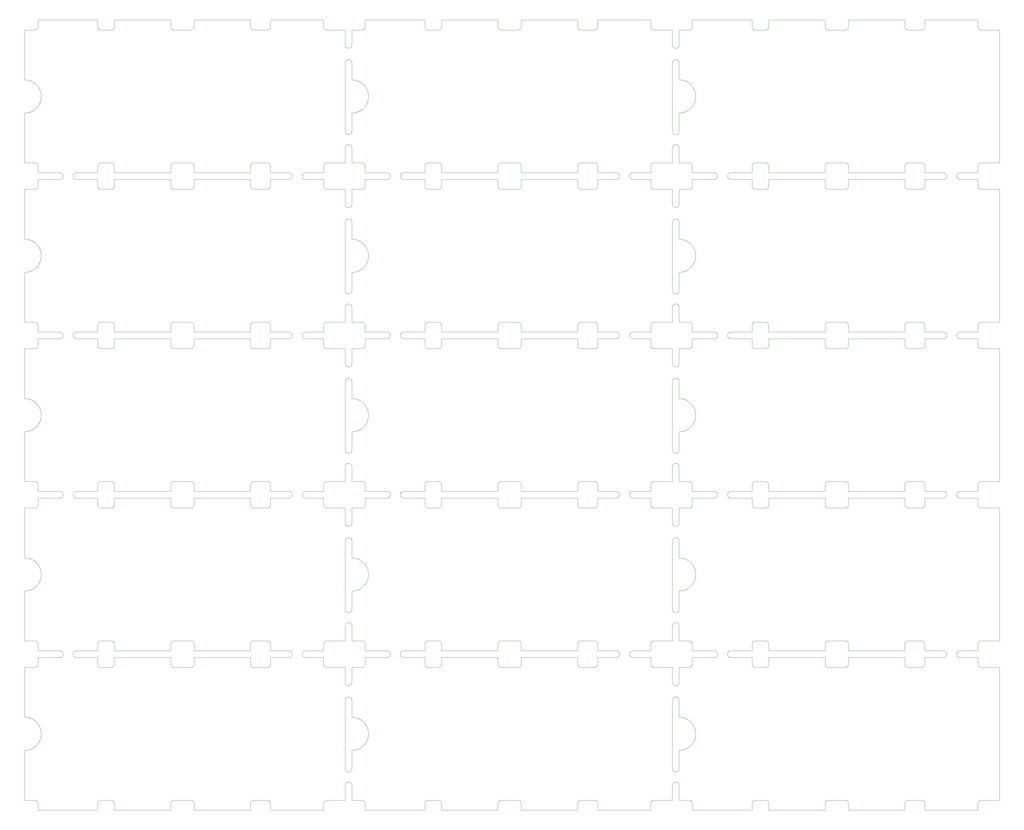
<source format=gm1>
%TF.GenerationSoftware,KiCad,Pcbnew,7.0.1-3b83917a11~171~ubuntu20.04.1*%
%TF.CreationDate,2023-10-27T00:02:38+02:00*%
%TF.ProjectId,panel_top,70616e65-6c5f-4746-9f70-2e6b69636164,rev?*%
%TF.SameCoordinates,Original*%
%TF.FileFunction,Profile,NP*%
%FSLAX46Y46*%
G04 Gerber Fmt 4.6, Leading zero omitted, Abs format (unit mm)*
G04 Created by KiCad (PCBNEW 7.0.1-3b83917a11~171~ubuntu20.04.1) date 2023-10-27 00:02:38*
%MOMM*%
%LPD*%
G01*
G04 APERTURE LIST*
%TA.AperFunction,Profile*%
%ADD10C,0.100000*%
%TD*%
G04 APERTURE END LIST*
D10*
X45747517Y-116003522D02*
X45747188Y-116003159D01*
X180283278Y-114095053D02*
X180326681Y-114116900D01*
X272609148Y-255481039D02*
X272633099Y-255523318D01*
X282407874Y-66656480D02*
X282425362Y-66611144D01*
X202823668Y-40101783D02*
X202936151Y-40266766D01*
X46452619Y-255042631D02*
X46499450Y-255029671D01*
X127254296Y-20001878D02*
X127253902Y-20002170D01*
X103726681Y-159116900D02*
X103768960Y-159140851D01*
X198093519Y-198442125D02*
X198047380Y-198457368D01*
X1751878Y-119004296D02*
X1751605Y-119004704D01*
X28756917Y-113999440D02*
X28757387Y-113999583D01*
X91748646Y-65994874D02*
X91748877Y-65994441D01*
X209988047Y-211775278D02*
X209949740Y-211805173D01*
X28555173Y-22599740D02*
X28525278Y-22638047D01*
X213379671Y-67250549D02*
X213369025Y-67203138D01*
X122249440Y-161993082D02*
X122249583Y-161992612D01*
X23754770Y-255892963D02*
X23760718Y-255844737D01*
X85350000Y-66990122D02*
X85351195Y-66941423D01*
X196974721Y-105861952D02*
X197006460Y-105825158D01*
X70111952Y-166775278D02*
X70075158Y-166743539D01*
X295240190Y-23000057D02*
X295237972Y-23000003D01*
X104252170Y-68003902D02*
X104251878Y-68004296D01*
X5555173Y-70599740D02*
X5525278Y-70638047D01*
X6496950Y-140568721D02*
X6481149Y-140615750D01*
X104239281Y-207844737D02*
X104245229Y-207892963D01*
X220750000Y-164012272D02*
X220749996Y-164012027D01*
X126259877Y-207000000D02*
X126308576Y-207001195D01*
X100252247Y-229996416D02*
X100252568Y-229996798D01*
X122249942Y-212009809D02*
X122249918Y-212009318D01*
X75745229Y-22107036D02*
X75739281Y-22155262D01*
X5758830Y-212000129D02*
X5758344Y-212000201D01*
X17194737Y-162010718D02*
X17242963Y-162004770D01*
X288749087Y-161993997D02*
X288749275Y-161993544D01*
X75750201Y-65991655D02*
X75750297Y-65992136D01*
X272754704Y-209998394D02*
X272755125Y-209998646D01*
X198555173Y-57900259D02*
X198583152Y-57939987D01*
X198588028Y-176347110D02*
X198613284Y-176387758D01*
X174259318Y-257999918D02*
X174259809Y-257999942D01*
X213831039Y-163859148D02*
X213789987Y-163833152D01*
X69744441Y-20001122D02*
X69743997Y-20000912D01*
X196746477Y-167002482D02*
X196746097Y-167002170D01*
X104252482Y-20003522D02*
X104252170Y-20003902D01*
X242749870Y-68008830D02*
X242749798Y-68008344D01*
X122249918Y-212009318D02*
X122249870Y-212008830D01*
X91750000Y-22009877D02*
X91750000Y-20012272D01*
X249753522Y-257997517D02*
X249753902Y-257997829D01*
X201586747Y-143116709D02*
X201545756Y-143144656D01*
X99453138Y-57519025D02*
X99500549Y-57529671D01*
X150259877Y-255000000D02*
X150308576Y-255001195D01*
X81693519Y-162057874D02*
X81738855Y-162075362D01*
X174133099Y-118476681D02*
X174109148Y-118518960D01*
X267316721Y-22904946D02*
X267273318Y-22883099D01*
X69944826Y-159400259D02*
X69974721Y-159361952D01*
X1750201Y-215008344D02*
X1750129Y-215008830D01*
X150357036Y-166995229D02*
X150308576Y-166998804D01*
X28751122Y-20005558D02*
X28750912Y-20006002D01*
X243452619Y-159042631D02*
X243499450Y-159029671D01*
X16574721Y-211638047D02*
X16544826Y-211599740D01*
X23743082Y-20000559D02*
X23742612Y-20000416D01*
X99726681Y-198383099D02*
X99683278Y-198404946D01*
X69743997Y-209999087D02*
X69744441Y-209998877D01*
X105237255Y-186651132D02*
X105247209Y-186850563D01*
X5752811Y-164003159D02*
X5752482Y-164003522D01*
X2272460Y-86027931D02*
X2470590Y-86052760D01*
X220743544Y-20000724D02*
X220743082Y-20000559D01*
X202311570Y-46508509D02*
X202168627Y-46647933D01*
X198674637Y-149888855D02*
X198654946Y-149933278D01*
X122241655Y-113999798D02*
X122242136Y-113999702D01*
X174250000Y-118009877D02*
X174248804Y-118058576D01*
X5745229Y-166107036D02*
X5739281Y-166155262D01*
X104250000Y-111990122D02*
X104250000Y-113987727D01*
X220740681Y-65999918D02*
X220741169Y-65999870D01*
X5762272Y-68000000D02*
X5762027Y-68000003D01*
X225493539Y-70674841D02*
X225460033Y-70710033D01*
X243740122Y-111000000D02*
X248759877Y-111000000D01*
X52751878Y-116004296D02*
X52751605Y-116004704D01*
X202936151Y-141733233D02*
X202823668Y-141898216D01*
X104252170Y-65996097D02*
X104252482Y-65996477D01*
X13307368Y-163297380D02*
X13292125Y-163343519D01*
X190240681Y-164000081D02*
X190240190Y-164000057D01*
X168416847Y-22560012D02*
X168390851Y-22518960D01*
X23825362Y-118388855D02*
X23807874Y-118343519D01*
X249555173Y-159400259D02*
X249583152Y-159439987D01*
X52758830Y-209999870D02*
X52759318Y-209999918D01*
X220760718Y-118155262D02*
X220754770Y-118107036D01*
X101507673Y-38161334D02*
X101699889Y-38215415D01*
X198751167Y-37994743D02*
X198751405Y-37995181D01*
X248759877Y-119000000D02*
X243740122Y-119000000D01*
X28226681Y-63116900D02*
X28268960Y-63140851D01*
X288748646Y-212005125D02*
X288748394Y-212004704D01*
X5752482Y-209996477D02*
X5752811Y-209996840D01*
X103846211Y-46472994D02*
X103811570Y-46508509D01*
X5758344Y-65999798D02*
X5758830Y-65999870D01*
X52755125Y-20001353D02*
X52754704Y-20001605D01*
X1751605Y-71004704D02*
X1751353Y-71005125D01*
X282350000Y-163009877D02*
X282350000Y-162990122D01*
X151253522Y-65997517D02*
X151253902Y-65997829D01*
X249752811Y-65996840D02*
X249753159Y-65997188D01*
X27953138Y-255019025D02*
X28000549Y-255029671D01*
X52757863Y-116000297D02*
X52757387Y-116000416D01*
X224808576Y-22998804D02*
X224759877Y-23000000D01*
X91749583Y-116007387D02*
X91749440Y-116006917D01*
X5823668Y-189898216D02*
X5794707Y-189938498D01*
X151154946Y-207566721D02*
X151174637Y-207611144D01*
X196749996Y-71012027D02*
X196749942Y-71009809D01*
X282639966Y-162289966D02*
X282675158Y-162256460D01*
X6707497Y-43646255D02*
X6677737Y-43843704D01*
X249756455Y-65999275D02*
X249756917Y-65999440D01*
X46499450Y-214970328D02*
X46452619Y-214957368D01*
X197499450Y-54470328D02*
X197452619Y-54457368D01*
X103638855Y-63075362D02*
X103683278Y-63095053D01*
X5752811Y-161996840D02*
X5753159Y-161997188D01*
X104250057Y-212009809D02*
X104250003Y-212012027D01*
X196749583Y-110992612D02*
X196749702Y-110992136D01*
X213369025Y-162796861D02*
X213379671Y-162749450D01*
X249758830Y-257999870D02*
X249759318Y-257999918D01*
X209738855Y-162075362D02*
X209783278Y-162095053D01*
X16789987Y-67833152D02*
X16750259Y-67805173D01*
X16360718Y-66844737D02*
X16369025Y-66796861D01*
X100250586Y-48006633D02*
X100250439Y-48007109D01*
X52753159Y-68002811D02*
X52752811Y-68003159D01*
X1755283Y-144001035D02*
X1754851Y-144001285D01*
X266749942Y-257990190D02*
X266749996Y-257987972D01*
X242750000Y-207990122D02*
X242751195Y-207941423D01*
X196740681Y-119000081D02*
X196740190Y-119000057D01*
X28753902Y-116002170D02*
X28753522Y-116002482D01*
X266751195Y-214058576D02*
X266750000Y-214009877D01*
X69779671Y-207749450D02*
X69792631Y-207702619D01*
X75756917Y-212000559D02*
X75756455Y-212000724D01*
X98307874Y-128556480D02*
X98325362Y-128511144D01*
X168243082Y-212000559D02*
X168242612Y-212000416D01*
X151248804Y-166058576D02*
X151245229Y-166107036D01*
X104245229Y-207892963D02*
X104248804Y-207941423D01*
X266746477Y-209997517D02*
X266746840Y-209997188D01*
X220749996Y-164012027D02*
X220749942Y-164009809D01*
X100262272Y-167000000D02*
X100262027Y-167000003D01*
X101983199Y-38310602D02*
X102169075Y-38383553D01*
X127258344Y-68000201D02*
X127257863Y-68000297D01*
X45944826Y-214599740D02*
X45916847Y-214560012D01*
X85711952Y-163775278D02*
X85675158Y-163743539D01*
X225750297Y-65992136D02*
X225750416Y-65992612D01*
X85789987Y-210166847D02*
X85831039Y-210140851D01*
X75707368Y-255702619D02*
X75720328Y-255749450D01*
X144307874Y-214343519D02*
X144292631Y-214297380D01*
X23741169Y-65999870D02*
X23741655Y-65999798D01*
X198758575Y-47999929D02*
X198758084Y-48000016D01*
X85466900Y-66523318D02*
X85490851Y-66481039D01*
X196886715Y-28012241D02*
X196863453Y-27970420D01*
X75759318Y-68000081D02*
X75758830Y-68000129D01*
X122251195Y-70058576D02*
X122250000Y-70009877D01*
X243546861Y-166980974D02*
X243499450Y-166970328D01*
X99500549Y-57529671D02*
X99547380Y-57542631D01*
X168240190Y-161999942D02*
X168240681Y-161999918D01*
X45747188Y-65996840D02*
X45747517Y-65996477D01*
X5750724Y-20006455D02*
X5750559Y-20006917D01*
X179908576Y-211998804D02*
X179859877Y-212000000D01*
X52730974Y-70203138D02*
X52720328Y-70250549D01*
X5757387Y-161999583D02*
X5757863Y-161999702D01*
X69742136Y-68000297D02*
X69741655Y-68000201D01*
X127133099Y-214476681D02*
X127109148Y-214518960D01*
X180820328Y-67250549D02*
X180807368Y-67297380D01*
X249754704Y-68001605D02*
X249754296Y-68001878D01*
X203412855Y-89196612D02*
X203481149Y-89384249D01*
X198750000Y-71012272D02*
X198750000Y-75509877D01*
X27905262Y-111010718D02*
X27953138Y-111019025D01*
X23747188Y-68003159D02*
X23746840Y-68002811D01*
X4335686Y-86721138D02*
X4378020Y-86747008D01*
X92039966Y-118710033D02*
X92006460Y-118674841D01*
X75750724Y-65993544D02*
X75750912Y-65993997D01*
X115074721Y-114361952D02*
X115106460Y-114325158D01*
X98237727Y-215000000D02*
X92740122Y-215000000D01*
X174192125Y-207656480D02*
X174207368Y-207702619D01*
X202758830Y-68000129D02*
X202758344Y-68000201D01*
X272753902Y-164002170D02*
X272753522Y-164002482D01*
X197665656Y-220497447D02*
X197616553Y-220492515D01*
X123191423Y-118998804D02*
X123142963Y-118995229D01*
X249750912Y-164006002D02*
X249750724Y-164006455D01*
X99259877Y-57500000D02*
X99308576Y-57501195D01*
X5643207Y-238136457D02*
X5514855Y-238289420D01*
X213354770Y-66892963D02*
X213360718Y-66844737D01*
X202183278Y-118904946D02*
X202138855Y-118924637D01*
X220745703Y-65998121D02*
X220746097Y-65997829D01*
X45747829Y-161996097D02*
X45748121Y-161995703D01*
X127207368Y-118297380D02*
X127192125Y-118343519D01*
X69745703Y-164001878D02*
X69745295Y-164001605D01*
X45745703Y-209998121D02*
X45746097Y-209997829D01*
X198757118Y-133999737D02*
X198757598Y-133999872D01*
X196750000Y-149509877D02*
X196750000Y-128890122D01*
X23944826Y-63400259D02*
X23974721Y-63361952D01*
X266845053Y-63566721D02*
X266866900Y-63523318D01*
X191094737Y-166989281D02*
X191046861Y-166980974D01*
X202750724Y-164006455D02*
X202750559Y-164006917D01*
X168952619Y-118957368D02*
X168906480Y-118942125D01*
X198750003Y-206987972D02*
X198750057Y-206990190D01*
X213606460Y-210325158D02*
X213639966Y-210289966D01*
X98269025Y-32696861D02*
X98279671Y-32649450D01*
X202310012Y-111166847D02*
X202349740Y-111194826D01*
X28751878Y-212004296D02*
X28751605Y-212004704D01*
X198751405Y-192004818D02*
X198751167Y-192005256D01*
X209988047Y-163775278D02*
X209949740Y-163805173D01*
X111283278Y-163904946D02*
X111238855Y-163924637D01*
X242737972Y-65999996D02*
X242740190Y-65999942D01*
X75756002Y-68000912D02*
X75755558Y-68001122D01*
X272555173Y-166599740D02*
X272525278Y-166638047D01*
X28750912Y-68006002D02*
X28750724Y-68006455D01*
X151252811Y-68003159D02*
X151252482Y-68003522D01*
X267499450Y-70970328D02*
X267452619Y-70957368D01*
X198750201Y-62991655D02*
X198750297Y-62992136D01*
X1755283Y-133998964D02*
X1755727Y-133999191D01*
X168650259Y-118805173D02*
X168611952Y-118775278D01*
X221691423Y-159001195D02*
X221740122Y-159000000D01*
X242744874Y-20001353D02*
X242744441Y-20001122D01*
X271759877Y-215000000D02*
X267740122Y-215000000D01*
X75750000Y-214009877D02*
X75748804Y-214058576D01*
X127259318Y-257999918D02*
X127259809Y-257999942D01*
X98650259Y-32094826D02*
X98689987Y-32066847D01*
X23845053Y-63566721D02*
X23866900Y-63523318D01*
X174252482Y-164003522D02*
X174252170Y-164003902D01*
X24316721Y-22904946D02*
X24273318Y-22883099D01*
X70361144Y-118924637D02*
X70316721Y-118904946D01*
X52750081Y-164009318D02*
X52750057Y-164009809D01*
X279233099Y-163476681D02*
X279209148Y-163518960D01*
X126593519Y-255057874D02*
X126638855Y-255075362D01*
X1750057Y-23009809D02*
X1750003Y-23012027D01*
X122390851Y-118518960D02*
X122366900Y-118476681D01*
X99261988Y-28499948D02*
X99259877Y-28500000D01*
X190249583Y-65992612D02*
X190249702Y-65992136D01*
X168249583Y-209992612D02*
X168249702Y-209992136D01*
X6481149Y-236615750D02*
X6412855Y-236803387D01*
X98717839Y-28351341D02*
X98677804Y-28325125D01*
X23745295Y-257998394D02*
X23745703Y-257998121D01*
X196747517Y-254996477D02*
X196747829Y-254996097D01*
X6496950Y-89431278D02*
X6555807Y-89622086D01*
X98245295Y-23001605D02*
X98244874Y-23001353D01*
X28750201Y-68008344D02*
X28750129Y-68008830D01*
X242866900Y-118476681D02*
X242845053Y-118433278D01*
X4162759Y-134621298D02*
X4335686Y-134721138D01*
X98260718Y-101655262D02*
X98254770Y-101607036D01*
X69769025Y-207796861D02*
X69779671Y-207749450D01*
X173500549Y-118970328D02*
X173453138Y-118980974D01*
X145240122Y-71000000D02*
X145191423Y-70998804D01*
X190241655Y-116000201D02*
X190241169Y-116000129D01*
X102169075Y-86383553D02*
X102214791Y-86402824D01*
X174256002Y-257999087D02*
X174256455Y-257999275D01*
X249751353Y-68005125D02*
X249751122Y-68005558D01*
X198657760Y-176472476D02*
X198676876Y-176516347D01*
X98307874Y-224556480D02*
X98325362Y-224511144D01*
X272047380Y-255042631D02*
X272093519Y-255057874D01*
X184250259Y-163805173D02*
X184211952Y-163775278D01*
X28762027Y-164000003D02*
X28759809Y-164000057D01*
X202752170Y-113996097D02*
X202752482Y-113996477D01*
X249751878Y-212004296D02*
X249751605Y-212004704D01*
X103726681Y-214883099D02*
X103683278Y-214904946D01*
X98906480Y-223957874D02*
X98952619Y-223942631D01*
X75752482Y-209996477D02*
X75752811Y-209996840D01*
X242743997Y-20000912D02*
X242743544Y-20000724D01*
X198226681Y-102383099D02*
X198183278Y-102404946D01*
X23741169Y-20000129D02*
X23740681Y-20000081D01*
X220746477Y-20002482D02*
X220746097Y-20002170D01*
X199716293Y-134094828D02*
X199764922Y-134104659D01*
X198755727Y-229999191D02*
X198756181Y-229999396D01*
X190474721Y-22638047D02*
X190444826Y-22599740D01*
X100250297Y-206992136D02*
X100250416Y-206992612D01*
X202963068Y-40308442D02*
X203067188Y-40478826D01*
X168816721Y-22904946D02*
X168773318Y-22883099D01*
X46273318Y-166883099D02*
X46231039Y-166859148D01*
X27759877Y-255000000D02*
X27808576Y-255001195D01*
X190247188Y-65996840D02*
X190247517Y-65996477D01*
X75752170Y-164003902D02*
X75751878Y-164004296D01*
X98248877Y-119005558D02*
X98248646Y-119005125D01*
X45749996Y-20012027D02*
X45749942Y-20009809D01*
X267546861Y-207019025D02*
X267594737Y-207010718D01*
X190241169Y-164000129D02*
X190240681Y-164000081D01*
X122325362Y-159611144D02*
X122345053Y-159566721D01*
X52388047Y-159224721D02*
X52424841Y-159256460D01*
X249183278Y-63095053D02*
X249226681Y-63116900D01*
X225759318Y-116000081D02*
X225758830Y-116000129D01*
X91845053Y-22433278D02*
X91825362Y-22388855D01*
X168241169Y-20000129D02*
X168240681Y-20000081D01*
X242740681Y-161999918D02*
X242741169Y-161999870D01*
X196769025Y-80696861D02*
X196779671Y-80649450D01*
X24740122Y-23000000D02*
X24691423Y-22998804D01*
X45749942Y-113990190D02*
X45749996Y-113987972D01*
X196791358Y-171793396D02*
X196778783Y-171747222D01*
X279320328Y-115250549D02*
X279307368Y-115297380D01*
X45745703Y-113998121D02*
X45746097Y-113997829D01*
X198493539Y-172174841D02*
X198460033Y-172210033D01*
X17099450Y-162029671D02*
X17146861Y-162019025D01*
X198748804Y-250441423D02*
X198750000Y-250490122D01*
X278868960Y-114140851D02*
X278910012Y-114166847D01*
X150768960Y-159140851D02*
X150810012Y-159166847D01*
X98248394Y-206995295D02*
X98248646Y-206994874D01*
X75756002Y-20000912D02*
X75755558Y-20001122D01*
X45747517Y-257996477D02*
X45747829Y-257996097D01*
X91740681Y-20000081D02*
X91740190Y-20000057D01*
X220845053Y-63566721D02*
X220866900Y-63523318D01*
X100176876Y-176516347D02*
X100193849Y-176561091D01*
X98249702Y-158992136D02*
X98249798Y-158991655D01*
X202754296Y-20001878D02*
X202753902Y-20002170D01*
X295249087Y-62993997D02*
X295249275Y-62993544D01*
X52751353Y-212005125D02*
X52751122Y-212005558D01*
X92594737Y-118989281D02*
X92546861Y-118980974D01*
X289075158Y-166743539D02*
X289039966Y-166710033D01*
X1762027Y-254999996D02*
X1762272Y-255000000D01*
X272730974Y-255796861D02*
X272739281Y-255844737D01*
X70740122Y-71000000D02*
X70691423Y-70998804D01*
X98249275Y-62993544D02*
X98249440Y-62993082D01*
X1757598Y-240000127D02*
X1757118Y-240000262D01*
X45749087Y-161993997D02*
X45749275Y-161993544D01*
X220749918Y-164009318D02*
X220749870Y-164008830D01*
X100250416Y-215007387D02*
X100250297Y-215007863D01*
X209457036Y-114004770D02*
X209505262Y-114010718D01*
X144292631Y-159702619D02*
X144307874Y-159656480D01*
X202756917Y-65999440D02*
X202757387Y-65999583D01*
X13274637Y-163388855D02*
X13254946Y-163433278D01*
X122247517Y-113996477D02*
X122247829Y-113996097D01*
X75748804Y-22058576D02*
X75745229Y-22107036D01*
X99453138Y-54480974D02*
X99405262Y-54489281D01*
X199470590Y-86052760D02*
X199519648Y-86060154D01*
X278738855Y-114075362D02*
X278783278Y-114095053D01*
X28757863Y-113999702D02*
X28758344Y-113999798D01*
X225756917Y-116000559D02*
X225756455Y-116000724D01*
X5183278Y-70904946D02*
X5138855Y-70924637D01*
X249753522Y-209997517D02*
X249753902Y-209997829D01*
X198609148Y-124018960D02*
X198583152Y-124060012D01*
X190292631Y-118297380D02*
X190279671Y-118250549D01*
X200669075Y-95616446D02*
X200483199Y-95689397D01*
X99142963Y-31904770D02*
X99191423Y-31901195D01*
X220744874Y-68001353D02*
X220744441Y-68001122D01*
X51953138Y-159019025D02*
X52000549Y-159029671D01*
X5756917Y-212000559D02*
X5756455Y-212000724D01*
X267642963Y-255004770D02*
X267691423Y-255001195D01*
X202751878Y-20004296D02*
X202751605Y-20004704D01*
X122246477Y-164002482D02*
X122246097Y-164002170D01*
X69749870Y-65991169D02*
X69749918Y-65990681D01*
X23745703Y-209998121D02*
X23746097Y-209997829D01*
X28762027Y-20000003D02*
X28759809Y-20000057D01*
X198183278Y-246404946D02*
X198138855Y-246424637D01*
X144575158Y-166743539D02*
X144539966Y-166710033D01*
X198674637Y-219888855D02*
X198654946Y-219933278D01*
X278826681Y-66116900D02*
X278868960Y-66140851D01*
X272750000Y-118009877D02*
X272748804Y-118058576D01*
X242748394Y-20004704D02*
X242748121Y-20004296D01*
X202183278Y-207095053D02*
X202226681Y-207116900D01*
X1756002Y-158999087D02*
X1756455Y-158999275D01*
X168345053Y-118433278D02*
X168325362Y-118388855D01*
X289231039Y-214859148D02*
X289189987Y-214833152D01*
X145142963Y-166995229D02*
X145094737Y-166989281D01*
X202750129Y-20008830D02*
X202750081Y-20009318D01*
X4857036Y-159004770D02*
X4905262Y-159010718D01*
X249750081Y-68009318D02*
X249750057Y-68009809D01*
X242745703Y-116001878D02*
X242745295Y-116001605D01*
X105129556Y-92088282D02*
X105118516Y-92136651D01*
X98260718Y-80744737D02*
X98269025Y-80696861D01*
X100254851Y-133998714D02*
X100255283Y-133998964D01*
X17052619Y-210042631D02*
X17099450Y-210029671D01*
X16873318Y-211883099D02*
X16831039Y-211859148D01*
X104259809Y-209999942D02*
X104262027Y-209999996D01*
X144249702Y-113992136D02*
X144249798Y-113991655D01*
X104323668Y-237898216D02*
X104294707Y-237938498D01*
X122243544Y-164000724D02*
X122243082Y-164000559D01*
X288748646Y-116005125D02*
X288748394Y-116004704D01*
X5750724Y-161993544D02*
X5750912Y-161993997D01*
X249750724Y-212006455D02*
X249750559Y-212006917D01*
X168244874Y-113998646D02*
X168245295Y-113998394D01*
X197594737Y-201510718D02*
X197642963Y-201504770D01*
X151230974Y-70203138D02*
X151220328Y-70250549D01*
X91746477Y-164002482D02*
X91746097Y-164002170D01*
X122292631Y-255702619D02*
X122307874Y-255656480D01*
X272754296Y-209998121D02*
X272754704Y-209998394D01*
X98801475Y-76397820D02*
X98759095Y-76375592D01*
X69737727Y-164000000D02*
X52762272Y-164000000D01*
X225583152Y-214560012D02*
X225555173Y-214599740D01*
X104256455Y-68000724D02*
X104256002Y-68000912D01*
X168247829Y-209996097D02*
X168248121Y-209995703D01*
X91742612Y-212000416D02*
X91742136Y-212000297D01*
X209910012Y-67833152D02*
X209868960Y-67859148D01*
X16490851Y-114481039D02*
X16516847Y-114439987D01*
X127174637Y-166388855D02*
X127154946Y-166433278D01*
X210292125Y-211343519D02*
X210274637Y-211388855D01*
X100154946Y-123933278D02*
X100133099Y-123976681D01*
X104817167Y-237033570D02*
X104796762Y-237078791D01*
X197750494Y-220499950D02*
X197750003Y-220499938D01*
X45740190Y-113999942D02*
X45740681Y-113999918D01*
X1751405Y-144004818D02*
X1751167Y-144005256D01*
X70273318Y-159116900D02*
X70316721Y-159095053D01*
X220745295Y-68001605D02*
X220744874Y-68001353D01*
X151245229Y-118107036D02*
X151239281Y-118155262D01*
X45745295Y-209998394D02*
X45745703Y-209998121D01*
X295249918Y-215009318D02*
X295249870Y-215008830D01*
X45747517Y-20003522D02*
X45747188Y-20003159D01*
X123240122Y-63000000D02*
X126259877Y-63000000D01*
X144611952Y-22775278D02*
X144575158Y-22743539D01*
X69749870Y-257991169D02*
X69749918Y-257990681D01*
X196779671Y-154249450D02*
X196792631Y-154202619D01*
X127253159Y-65997188D02*
X127253522Y-65997517D01*
X150357036Y-207004770D02*
X150405262Y-207010718D01*
X203317167Y-141033570D02*
X203296762Y-141078791D01*
X3941499Y-239493524D02*
X3896800Y-239515049D01*
X16606460Y-115674841D02*
X16574721Y-115638047D01*
X209457036Y-210004770D02*
X209505262Y-210010718D01*
X98366900Y-53976681D02*
X98345053Y-53933278D01*
X100253522Y-215002482D02*
X100253159Y-215002811D01*
X278783278Y-66095053D02*
X278826681Y-66116900D01*
X28609148Y-159481039D02*
X28633099Y-159523318D01*
X98411971Y-124052889D02*
X98386715Y-124012241D01*
X279274637Y-210611144D02*
X279292125Y-210656480D01*
X151254704Y-20001605D02*
X151254296Y-20001878D01*
X267075158Y-111256460D02*
X267111952Y-111224721D01*
X220746840Y-68002811D02*
X220746477Y-68002482D01*
X45751195Y-166058576D02*
X45750000Y-166009877D01*
X2959595Y-86149091D02*
X3007673Y-86161334D01*
X267273318Y-22883099D02*
X267231039Y-22859148D01*
X197006460Y-32225158D02*
X197039966Y-32189966D01*
X23845053Y-207566721D02*
X23866900Y-207523318D01*
X221546861Y-166980974D02*
X221499450Y-166970328D01*
X168240190Y-68000057D02*
X168237972Y-68000003D01*
X197316721Y-102404946D02*
X197273318Y-102383099D01*
X45749275Y-68006455D02*
X45749087Y-68006002D01*
X3669075Y-143616446D02*
X3483199Y-143689397D01*
X202755558Y-164001122D02*
X202755125Y-164001353D01*
X151239281Y-207844737D02*
X151245229Y-207892963D01*
X100250094Y-85990929D02*
X100250143Y-85991425D01*
X82292125Y-114656480D02*
X82307368Y-114702619D01*
X5751605Y-116004704D02*
X5751353Y-116005125D01*
X150924841Y-22743539D02*
X150888047Y-22775278D01*
X98345053Y-224466721D02*
X98366900Y-224423318D01*
X23746477Y-20002482D02*
X23746097Y-20002170D01*
X183879671Y-211250549D02*
X183869025Y-211203138D01*
X295247517Y-206996477D02*
X295247829Y-206996097D01*
X52745229Y-111892963D02*
X52748804Y-111941423D01*
X203747209Y-187149436D02*
X203737255Y-187348867D01*
X126993539Y-111325158D02*
X127025278Y-111361952D01*
X99726681Y-105616900D02*
X99768960Y-105640851D01*
X202750000Y-209987727D02*
X202750003Y-209987972D01*
X184044826Y-66400259D02*
X184074721Y-66361952D01*
X70075158Y-111256460D02*
X70111952Y-111224721D01*
X168345053Y-159566721D02*
X168366900Y-159523318D01*
X122249996Y-68012027D02*
X122249942Y-68009809D01*
X91744874Y-116001353D02*
X91744441Y-116001122D01*
X289039966Y-70710033D02*
X289006460Y-70674841D01*
X190250000Y-63990122D02*
X190251195Y-63941423D01*
X1751167Y-133994743D02*
X1751405Y-133995181D01*
X16354770Y-210892963D02*
X16360718Y-210844737D01*
X151255558Y-116001122D02*
X151255125Y-116001353D01*
X1750724Y-254993544D02*
X1750912Y-254993997D01*
X1751946Y-48003980D02*
X1751665Y-48004392D01*
X91740190Y-116000057D02*
X91737972Y-116000003D01*
X272751878Y-113995703D02*
X272752170Y-113996097D01*
X243111952Y-111224721D02*
X243150259Y-111194826D01*
X23744441Y-209998877D02*
X23744874Y-209998646D01*
X242749918Y-161990681D02*
X242749942Y-161990190D01*
X168906480Y-111057874D02*
X168952619Y-111042631D01*
X225757863Y-161999702D02*
X225758344Y-161999798D01*
X46546861Y-111019025D02*
X46594737Y-111010718D01*
X69760718Y-159844737D02*
X69769025Y-159796861D01*
X23748394Y-209995295D02*
X23748646Y-209994874D01*
X198047380Y-105542631D02*
X198093519Y-105557874D01*
X190269025Y-207796861D02*
X190279671Y-207749450D01*
X69750000Y-65987727D02*
X69750000Y-63990122D01*
X174256917Y-113999440D02*
X174257387Y-113999583D01*
X272751353Y-257994874D02*
X272751605Y-257995295D01*
X1750559Y-158993082D02*
X1750724Y-158993544D01*
X272752811Y-209996840D02*
X272753159Y-209997188D01*
X214006480Y-210057874D02*
X214052619Y-210042631D01*
X104463068Y-189691557D02*
X104436151Y-189733233D01*
X202720328Y-214250549D02*
X202707368Y-214297380D01*
X198751605Y-215004704D02*
X198751353Y-215005125D01*
X168650259Y-207194826D02*
X168689987Y-207166847D01*
X127251878Y-65995703D02*
X127252170Y-65996097D01*
X266746477Y-65997517D02*
X266746840Y-65997188D01*
X272310012Y-255166847D02*
X272349740Y-255194826D01*
X220743544Y-65999275D02*
X220743997Y-65999087D01*
X5047380Y-22957368D02*
X5000549Y-22970328D01*
X266916847Y-111439987D02*
X266944826Y-111400259D01*
X168244874Y-164001353D02*
X168244441Y-164001122D01*
X180774637Y-114611144D02*
X180792125Y-114656480D01*
X1756917Y-254999440D02*
X1757387Y-254999583D01*
X111593539Y-162325158D02*
X111625278Y-162361952D01*
X225750297Y-164007863D02*
X225750201Y-164008344D01*
X190506460Y-118674841D02*
X190474721Y-118638047D01*
X183907874Y-66656480D02*
X183925362Y-66611144D01*
X173993539Y-118674841D02*
X173960033Y-118710033D01*
X278988047Y-67775278D02*
X278949740Y-67805173D01*
X45747517Y-161996477D02*
X45747829Y-161996097D01*
X144248646Y-164005125D02*
X144248394Y-164004704D01*
X1752482Y-110996477D02*
X1752811Y-110996840D01*
X46075158Y-70743539D02*
X46039966Y-70710033D01*
X225555173Y-22599740D02*
X225525278Y-22638047D01*
X225493539Y-255325158D02*
X225525278Y-255361952D01*
X272755558Y-209998877D02*
X272756002Y-209999087D01*
X100257598Y-229999872D02*
X100258084Y-229999983D01*
X272750081Y-113990681D02*
X272750129Y-113991169D01*
X126726681Y-166883099D02*
X126683278Y-166904946D01*
X5963068Y-184308442D02*
X6067188Y-184478826D01*
X2023973Y-230008069D02*
X2223094Y-230022991D01*
X197642963Y-31904770D02*
X197691423Y-31901195D01*
X272349740Y-214805173D02*
X272310012Y-214833152D01*
X5424841Y-63256460D02*
X5460033Y-63289966D01*
X191142963Y-214995229D02*
X191094737Y-214989281D01*
X69747188Y-68003159D02*
X69746840Y-68002811D01*
X91749918Y-65990681D02*
X91749942Y-65990190D01*
X1750201Y-119008344D02*
X1750129Y-119008830D01*
X98952619Y-201542631D02*
X98999450Y-201529671D01*
X127250297Y-161992136D02*
X127250416Y-161992612D01*
X127250003Y-257987972D02*
X127250057Y-257990190D01*
X28460033Y-166710033D02*
X28424841Y-166743539D01*
X173405262Y-214989281D02*
X173357036Y-214995229D01*
X168246477Y-20002482D02*
X168246097Y-20002170D01*
X272757863Y-20000297D02*
X272757387Y-20000416D01*
X266741169Y-257999870D02*
X266741655Y-257999798D01*
X202138855Y-70924637D02*
X202093519Y-70942125D01*
X202674637Y-207611144D02*
X202692125Y-207656480D01*
X98952619Y-153542631D02*
X98999450Y-153529671D01*
X100255727Y-229999191D02*
X100256181Y-229999396D01*
X45745703Y-164001878D02*
X45745295Y-164001605D01*
X28753159Y-164002811D02*
X28752811Y-164003159D01*
X278457036Y-211995229D02*
X278408576Y-211998804D01*
X52388047Y-111224721D02*
X52424841Y-111256460D01*
X45866900Y-118476681D02*
X45845053Y-118433278D01*
X52756917Y-209999440D02*
X52757387Y-209999583D01*
X104250297Y-68007863D02*
X104250201Y-68008344D01*
X127154946Y-118433278D02*
X127133099Y-118476681D01*
X242744874Y-161998646D02*
X242745295Y-161998394D01*
X82254946Y-66566721D02*
X82274637Y-66611144D01*
X225750724Y-20006455D02*
X225750559Y-20006917D01*
X45748877Y-209994441D02*
X45749087Y-209993997D01*
X5762027Y-257999996D02*
X5762272Y-258000000D01*
X144249583Y-113992612D02*
X144249702Y-113992136D01*
X151250129Y-65991169D02*
X151250201Y-65991655D01*
X1750297Y-167007863D02*
X1750201Y-167008344D01*
X201748874Y-38999852D02*
X201788422Y-39029808D01*
X111848804Y-211058576D02*
X111845229Y-211107036D01*
X225755558Y-20001122D02*
X225755125Y-20001353D01*
X196742136Y-110999702D02*
X196742612Y-110999583D01*
X202310012Y-214833152D02*
X202268960Y-214859148D01*
X100207368Y-219797380D02*
X100192125Y-219843519D01*
X75758830Y-116000129D02*
X75758344Y-116000201D01*
X5753522Y-257997517D02*
X5753902Y-257997829D01*
X13350000Y-162990122D02*
X13350000Y-163009877D01*
X5493539Y-166674841D02*
X5460033Y-166710033D01*
X295248394Y-206995295D02*
X295248646Y-206994874D01*
X75226681Y-22883099D02*
X75183278Y-22904946D01*
X197725705Y-31900353D02*
X197725761Y-31900352D01*
X197834343Y-223902552D02*
X197883446Y-223907484D01*
X220760718Y-111844737D02*
X220769025Y-111796861D01*
X45749870Y-212008830D02*
X45749798Y-212008344D01*
X46452619Y-22957368D02*
X46406480Y-22942125D01*
X220742136Y-212000297D02*
X220741655Y-212000201D01*
X6733548Y-235398340D02*
X6713666Y-235597028D01*
X69748121Y-113995703D02*
X69748394Y-113995295D01*
X288743082Y-212000559D02*
X288742612Y-212000416D01*
X295245295Y-23001605D02*
X295244874Y-23001353D01*
X100252568Y-229996798D02*
X100252907Y-229997164D01*
X183854770Y-115107036D02*
X183851195Y-115058576D01*
X266916847Y-214560012D02*
X266890851Y-214518960D01*
X104254296Y-113998121D02*
X104254704Y-113998394D01*
X98242612Y-158999583D02*
X98243082Y-158999440D01*
X242748121Y-20004296D02*
X242747829Y-20003902D01*
X225349740Y-118805173D02*
X225310012Y-118833152D01*
X104710125Y-40741303D02*
X104796762Y-40921208D01*
X202753902Y-212002170D02*
X202753522Y-212002482D01*
X197452619Y-79942631D02*
X197499450Y-79929671D01*
X100250003Y-158987972D02*
X100250057Y-158990190D01*
X104250000Y-159990122D02*
X104250000Y-161987727D01*
X196750000Y-202490122D02*
X196751195Y-202441423D01*
X196769025Y-106296861D02*
X196779671Y-106249450D01*
X242742136Y-116000297D02*
X242741655Y-116000201D01*
X127262272Y-114000000D02*
X144237727Y-114000000D01*
X6067188Y-93521173D02*
X5963068Y-93691557D01*
X173357036Y-207004770D02*
X173405262Y-207010718D01*
X126810012Y-22833152D02*
X126768960Y-22859148D01*
X75751878Y-116004296D02*
X75751605Y-116004704D01*
X98244441Y-206998877D02*
X98244874Y-206998646D01*
X69750000Y-70009877D02*
X69750000Y-68012272D01*
X249751353Y-257994874D02*
X249751605Y-257995295D01*
X174250297Y-209992136D02*
X174250416Y-209992612D01*
X279345229Y-66892963D02*
X279348804Y-66941423D01*
X243189987Y-207166847D02*
X243231039Y-207140851D01*
X98952619Y-246457368D02*
X98906480Y-246442125D01*
X52748804Y-159941423D02*
X52750000Y-159990122D01*
X144444826Y-214599740D02*
X144416847Y-214560012D01*
X144279671Y-166250549D02*
X144269025Y-166203138D01*
X196944826Y-153900259D02*
X196974721Y-153861952D01*
X98416847Y-102060012D02*
X98390851Y-102018960D01*
X272138855Y-207075362D02*
X272183278Y-207095053D01*
X201119188Y-95402428D02*
X200941499Y-95493524D01*
X203629556Y-137911717D02*
X203669122Y-138107437D01*
X6707497Y-138353744D02*
X6713666Y-138402971D01*
X52750129Y-257991169D02*
X52750201Y-257991655D01*
X100250000Y-23012272D02*
X100250000Y-27509877D01*
X272310012Y-159166847D02*
X272349740Y-159194826D01*
X28750081Y-116009318D02*
X28750057Y-116009809D01*
X198730974Y-171703138D02*
X198720328Y-171750549D01*
X52226681Y-255116900D02*
X52268960Y-255140851D01*
X196744441Y-167001122D02*
X196743997Y-167000912D01*
X144247188Y-65996840D02*
X144247517Y-65996477D01*
X100250081Y-215009318D02*
X100250057Y-215009809D01*
X202132258Y-142681678D02*
X201982542Y-142813803D01*
X272748804Y-255941423D02*
X272750000Y-255990122D01*
X122307874Y-118343519D02*
X122292631Y-118297380D01*
X150547380Y-22957368D02*
X150500549Y-22970328D01*
X23749942Y-116009809D02*
X23749918Y-116009318D01*
X69944826Y-214599740D02*
X69916847Y-214560012D01*
X104257863Y-116000297D02*
X104257387Y-116000416D01*
X271905262Y-159010718D02*
X271953138Y-159019025D01*
X101983199Y-239689397D02*
X101936579Y-239706365D01*
X115211952Y-211775278D02*
X115175158Y-211743539D01*
X151256917Y-161999440D02*
X151257387Y-161999583D01*
X52750416Y-212007387D02*
X52750297Y-212007863D01*
X197953138Y-198480974D02*
X197905262Y-198489281D01*
X266890851Y-166518960D02*
X266866900Y-166476681D01*
X213606460Y-163674841D02*
X213574721Y-163638047D01*
X243361144Y-118924637D02*
X243316721Y-118904946D01*
X104294707Y-93938498D02*
X104174140Y-94097669D01*
X28555173Y-118599740D02*
X28525278Y-118638047D01*
X115106460Y-210325158D02*
X115139966Y-210289966D01*
X174250416Y-209992612D02*
X174250559Y-209993082D01*
X115646861Y-211980974D02*
X115599450Y-211970328D01*
X266750000Y-111990122D02*
X266751195Y-111941423D01*
X196747188Y-23003159D02*
X196746840Y-23002811D01*
X168248121Y-212004296D02*
X168247829Y-212003902D01*
X28751878Y-116004296D02*
X28751605Y-116004704D01*
X28310012Y-166833152D02*
X28268960Y-166859148D01*
X99934062Y-32164679D02*
X99968314Y-32198100D01*
X151253902Y-161997829D02*
X151254296Y-161998121D01*
X198388047Y-220275278D02*
X198349740Y-220305173D01*
X127250000Y-68012272D02*
X127250000Y-70009877D01*
X100251665Y-37995607D02*
X100251946Y-37996019D01*
X122444826Y-111400259D02*
X122474721Y-111361952D01*
X220749798Y-257991655D02*
X220749870Y-257991169D01*
X75226681Y-214883099D02*
X75183278Y-214904946D01*
X225739281Y-22155262D02*
X225730974Y-22203138D01*
X100262214Y-47999698D02*
X100259567Y-47999830D01*
X28739281Y-159844737D02*
X28745229Y-159892963D01*
X202226681Y-70883099D02*
X202183278Y-70904946D01*
X91749996Y-113987972D02*
X91750000Y-113987727D01*
X295245703Y-206998121D02*
X295246097Y-206997829D01*
X295248121Y-167004296D02*
X295247829Y-167003902D01*
X1762272Y-159000000D02*
X4759877Y-159000000D01*
X198460033Y-220210033D02*
X198424841Y-220243539D01*
X52755125Y-209998646D02*
X52755558Y-209998877D01*
X213351195Y-66941423D02*
X213354770Y-66892963D01*
X111774637Y-67388855D02*
X111754946Y-67433278D01*
X74953138Y-22980974D02*
X74905262Y-22989281D01*
X191191423Y-207001195D02*
X191240122Y-207000000D01*
X190248394Y-113995295D02*
X190248646Y-113994874D01*
X197749512Y-31900038D02*
X197750003Y-31900050D01*
X13350000Y-67009877D02*
X13348804Y-67058576D01*
X98999450Y-102470328D02*
X98952619Y-102457368D01*
X75388047Y-70775278D02*
X75349740Y-70805173D01*
X196779671Y-250249450D02*
X196792631Y-250202619D01*
X242890851Y-255481039D02*
X242916847Y-255439987D01*
X52752170Y-116003902D02*
X52751878Y-116004296D01*
X99405262Y-57510718D02*
X99453138Y-57519025D01*
X100250000Y-176889875D02*
X100250000Y-181987532D01*
X242743082Y-113999440D02*
X242743544Y-113999275D01*
X115506480Y-211942125D02*
X115461144Y-211924637D01*
X98249087Y-254993997D02*
X98249275Y-254993544D01*
X144416847Y-207439987D02*
X144444826Y-207400259D01*
X174256917Y-20000559D02*
X174256455Y-20000724D01*
X295249583Y-167007387D02*
X295249440Y-167006917D01*
X23749440Y-209993082D02*
X23749583Y-209992612D01*
X100257118Y-229999737D02*
X100257598Y-229999872D01*
X144242136Y-20000297D02*
X144241655Y-20000201D01*
X174154946Y-159566721D02*
X174174637Y-159611144D01*
X103726681Y-255116900D02*
X103768960Y-255140851D01*
X45748646Y-116005125D02*
X45748394Y-116004704D01*
X202759318Y-209999918D02*
X202759809Y-209999942D01*
X98506460Y-128225158D02*
X98539966Y-128189966D01*
X196825362Y-154111144D02*
X196845053Y-154066721D01*
X23749996Y-65987972D02*
X23750000Y-65987727D01*
X81738855Y-211924637D02*
X81693519Y-211942125D01*
X100253264Y-181997512D02*
X100253638Y-181997842D01*
X111820328Y-67250549D02*
X111807368Y-67297380D01*
X151250057Y-257990190D02*
X151250081Y-257990681D01*
X198750000Y-80889875D02*
X198750000Y-85987532D01*
X1762272Y-23000000D02*
X1762027Y-23000003D01*
X23740190Y-212000057D02*
X23737972Y-212000003D01*
X196754920Y-219608793D02*
X196751233Y-219559580D01*
X1750217Y-48008081D02*
X1750143Y-48008574D01*
X98390851Y-150018960D02*
X98366900Y-149976681D01*
X295247517Y-23003522D02*
X295247188Y-23003159D01*
X198750000Y-37987532D02*
X198750003Y-37987782D01*
X249752170Y-212003902D02*
X249751878Y-212004296D01*
X2716293Y-134094828D02*
X2764922Y-134104659D01*
X127254704Y-116001605D02*
X127254296Y-116001878D01*
X220737972Y-257999996D02*
X220740190Y-257999942D01*
X46111952Y-214775278D02*
X46075158Y-214743539D01*
X98242612Y-119000416D02*
X98242136Y-119000297D01*
X122474721Y-22638047D02*
X122444826Y-22599740D01*
X150259877Y-111000000D02*
X150308576Y-111001195D01*
X197499450Y-153529671D02*
X197546861Y-153519025D01*
X267150259Y-214805173D02*
X267111952Y-214775278D01*
X28750000Y-207990122D02*
X28750000Y-209987727D01*
X24594737Y-118989281D02*
X24546861Y-118980974D01*
X242750000Y-159990122D02*
X242751195Y-159941423D01*
X99240122Y-102500000D02*
X99191423Y-102498804D01*
X127250003Y-20012027D02*
X127250000Y-20012272D01*
X28750912Y-164006002D02*
X28750724Y-164006455D01*
X168243997Y-164000912D02*
X168243544Y-164000724D01*
X279345229Y-115107036D02*
X279339281Y-115155262D01*
X174251353Y-164005125D02*
X174251122Y-164005558D01*
X151248804Y-111941423D02*
X151250000Y-111990122D01*
X3714791Y-182402824D02*
X3896800Y-182484950D01*
X168345053Y-166433278D02*
X168325362Y-166388855D01*
X28720328Y-118250549D02*
X28707368Y-118297380D01*
X225750000Y-20012272D02*
X225750000Y-22009877D01*
X1754432Y-144001555D02*
X1754028Y-144001846D01*
X23751195Y-70058576D02*
X23750000Y-70009877D01*
X28751353Y-257994874D02*
X28751605Y-257995295D01*
X249751353Y-113994874D02*
X249751605Y-113995295D01*
X46150259Y-111194826D02*
X46189987Y-111166847D01*
X283242963Y-162004770D02*
X283291423Y-162001195D01*
X288750000Y-22009877D02*
X288750000Y-20012272D01*
X99142963Y-201504770D02*
X99191423Y-201501195D01*
X203629556Y-44088282D02*
X203618516Y-44136651D01*
X266769025Y-166203138D02*
X266760718Y-166155262D01*
X272762027Y-116000003D02*
X272759809Y-116000057D01*
X225750416Y-113992612D02*
X225750559Y-113993082D01*
X289039966Y-111289966D02*
X289075158Y-111256460D01*
X28756455Y-116000724D02*
X28756002Y-116000912D01*
X272750000Y-159990122D02*
X272750000Y-161987727D01*
X5493539Y-63325158D02*
X5525278Y-63361952D01*
X52692125Y-166343519D02*
X52674637Y-166388855D01*
X220745703Y-20001878D02*
X220745295Y-20001605D01*
X198750297Y-254992136D02*
X198750416Y-254992612D01*
X122240190Y-113999942D02*
X122240681Y-113999918D01*
X45751195Y-159941423D02*
X45754770Y-159892963D01*
X82125278Y-163638047D02*
X82093539Y-163674841D01*
X92006460Y-214674841D02*
X91974721Y-214638047D01*
X122539966Y-207289966D02*
X122575158Y-207256460D01*
X122244874Y-209998646D02*
X122245295Y-209998394D01*
X75720328Y-70250549D02*
X75707368Y-70297380D01*
X198310012Y-57666847D02*
X198349740Y-57694826D01*
X1751353Y-254994874D02*
X1751605Y-254995295D01*
X266845053Y-118433278D02*
X266825362Y-118388855D01*
X288740190Y-116000057D02*
X288737972Y-116000003D01*
X151083152Y-159439987D02*
X151109148Y-159481039D01*
X202753159Y-164002811D02*
X202752811Y-164003159D01*
X99250003Y-79900050D02*
X99283559Y-79900037D01*
X144244874Y-65998646D02*
X144245295Y-65998394D01*
X196807874Y-176556480D02*
X196825362Y-176511144D01*
X45749942Y-161990190D02*
X45749996Y-161987972D01*
X198745229Y-123607036D02*
X198739281Y-123655262D01*
X45748877Y-164005558D02*
X45748646Y-164005125D01*
X52750057Y-257990190D02*
X52750081Y-257990681D01*
X4378020Y-182747008D02*
X4545756Y-182855343D01*
X122731039Y-118859148D02*
X122689987Y-118833152D01*
X174230974Y-166203138D02*
X174220328Y-166250549D01*
X144249942Y-113990190D02*
X144249996Y-113987972D01*
X197452619Y-249542631D02*
X197499450Y-249529671D01*
X111100549Y-115970328D02*
X111053138Y-115980974D01*
X197691423Y-79901195D02*
X197725705Y-79900353D01*
X100060837Y-176307729D02*
X100088028Y-176347110D01*
X198720328Y-219750549D02*
X198707368Y-219797380D01*
X266741169Y-161999870D02*
X266741655Y-161999798D01*
X196748121Y-215004296D02*
X196747829Y-215003902D01*
X81457036Y-162004770D02*
X81505262Y-162010718D01*
X272750297Y-68007863D02*
X272750201Y-68008344D01*
X272750912Y-113993997D02*
X272751122Y-113994441D01*
X45742612Y-164000416D02*
X45742136Y-164000297D01*
X197905262Y-76489281D02*
X197857036Y-76495229D01*
X99357036Y-249504770D02*
X99405262Y-249510718D01*
X174252482Y-20003522D02*
X174252170Y-20003902D01*
X242744441Y-65998877D02*
X242744874Y-65998646D01*
X104133099Y-22476681D02*
X104109148Y-22518960D01*
X23779671Y-207749450D02*
X23792631Y-207702619D01*
X115331039Y-211859148D02*
X115289987Y-211833152D01*
X202674637Y-159611144D02*
X202692125Y-159656480D01*
X104174637Y-63611144D02*
X104192125Y-63656480D01*
X173726681Y-166883099D02*
X173683278Y-166904946D01*
X12600549Y-163970328D02*
X12553138Y-163980974D01*
X6569244Y-92330155D02*
X6555807Y-92377913D01*
X198757863Y-71000297D02*
X198757387Y-71000416D01*
X295249275Y-23006455D02*
X295249087Y-23006002D01*
X272093519Y-214942125D02*
X272047380Y-214957368D01*
X28047380Y-214957368D02*
X28000549Y-214970328D01*
X151250000Y-68012272D02*
X151250000Y-70009877D01*
X111625278Y-162361952D02*
X111655173Y-162400259D01*
X242751195Y-166058576D02*
X242750000Y-166009877D01*
X249750057Y-20009809D02*
X249750003Y-20012027D01*
X75750000Y-255990122D02*
X75750000Y-257987727D01*
X279307368Y-163297380D02*
X279292125Y-163343519D01*
X70150259Y-159194826D02*
X70189987Y-159166847D01*
X28138855Y-63075362D02*
X28183278Y-63095053D01*
X243406480Y-159057874D02*
X243452619Y-159042631D01*
X196749275Y-71006455D02*
X196749087Y-71006002D01*
X272424841Y-207256460D02*
X272460033Y-207289966D01*
X75751878Y-113995703D02*
X75752170Y-113996097D01*
X6210125Y-40741303D02*
X6296762Y-40921208D01*
X272753902Y-116002170D02*
X272753522Y-116002482D01*
X69749275Y-164006455D02*
X69749087Y-164006002D01*
X196749702Y-215007863D02*
X196749583Y-215007387D01*
X98999450Y-153529671D02*
X99046861Y-153519025D01*
X99238011Y-31900051D02*
X99240122Y-31900000D01*
X242845053Y-118433278D02*
X242825362Y-118388855D01*
X282750259Y-162194826D02*
X282789987Y-162166847D01*
X190244874Y-209998646D02*
X190245295Y-209998394D01*
X45760718Y-255844737D02*
X45769025Y-255796861D01*
X225752170Y-113996097D02*
X225752482Y-113996477D01*
X1753902Y-23002170D02*
X1753522Y-23002482D01*
X3007673Y-38161334D02*
X3199889Y-38215415D01*
X92150259Y-159194826D02*
X92189987Y-159166847D01*
X45751195Y-70058576D02*
X45750000Y-70009877D01*
X145191423Y-207001195D02*
X145240122Y-207000000D01*
X24316721Y-255095053D02*
X24361144Y-255075362D01*
X92006460Y-22674841D02*
X91974721Y-22638047D01*
X6412855Y-188803387D02*
X6394730Y-188849570D01*
X98249996Y-119012027D02*
X98249942Y-119009809D01*
X295246477Y-23002482D02*
X295246097Y-23002170D01*
X104567188Y-88478826D02*
X104591994Y-88521791D01*
X150726681Y-22883099D02*
X150683278Y-22904946D01*
X86006480Y-162057874D02*
X86052619Y-162042631D01*
X202633099Y-70476681D02*
X202609148Y-70518960D01*
X197434354Y-28451879D02*
X197389207Y-28436009D01*
X174250000Y-161987727D02*
X174250003Y-161987972D01*
X202609148Y-159481039D02*
X202633099Y-159523318D01*
X85574721Y-67638047D02*
X85544826Y-67599740D01*
X6707497Y-234353744D02*
X6713666Y-234402971D01*
X100252170Y-71003902D02*
X100251878Y-71004296D01*
X144325362Y-111611144D02*
X144345053Y-111566721D01*
X127109148Y-22518960D02*
X127083152Y-22560012D01*
X23749583Y-212007387D02*
X23749440Y-212006917D01*
X198424841Y-153756460D02*
X198460033Y-153789966D01*
X122325362Y-214388855D02*
X122307874Y-214343519D01*
X127154946Y-159566721D02*
X127174637Y-159611144D01*
X69737727Y-212000000D02*
X52762272Y-212000000D01*
X197273318Y-57616900D02*
X197316721Y-57595053D01*
X115074721Y-210361952D02*
X115106460Y-210325158D01*
X69737972Y-20000003D02*
X69737727Y-20000000D01*
X6713666Y-235597028D02*
X6707497Y-235646255D01*
X75758830Y-113999870D02*
X75759318Y-113999918D01*
X203629556Y-233911717D02*
X203669122Y-234107437D01*
X28753902Y-209997829D02*
X28754296Y-209998121D01*
X13155173Y-163599740D02*
X13125278Y-163638047D01*
X202936151Y-237733233D02*
X202823668Y-237898216D01*
X98531685Y-124201899D02*
X98499089Y-124166862D01*
X104055173Y-118599740D02*
X104025278Y-118638047D01*
X196751195Y-53558576D02*
X196750000Y-53509877D01*
X202750003Y-212012027D02*
X202750000Y-212012272D01*
X75750416Y-212007387D02*
X75750297Y-212007863D01*
X104256002Y-68000912D02*
X104255558Y-68001122D01*
X266792631Y-63702619D02*
X266807874Y-63656480D01*
X103453138Y-22980974D02*
X103405262Y-22989281D01*
X52754296Y-20001878D02*
X52753902Y-20002170D01*
X75460033Y-159289966D02*
X75493539Y-159325158D01*
X100251605Y-254995295D02*
X100251878Y-254995703D01*
X224857036Y-159004770D02*
X224905262Y-159010718D01*
X92075158Y-166743539D02*
X92039966Y-166710033D01*
X98999450Y-57529671D02*
X99046861Y-57519025D01*
X85675158Y-115743539D02*
X85639966Y-115710033D01*
X249493539Y-255325158D02*
X249525278Y-255361952D01*
X145046861Y-118980974D02*
X144999450Y-118970328D01*
X150547380Y-70957368D02*
X150500549Y-70970328D01*
X52750912Y-209993997D02*
X52751122Y-209994441D01*
X82209148Y-66481039D02*
X82233099Y-66523318D01*
X5349740Y-207194826D02*
X5388047Y-207224721D01*
X98254770Y-32792963D02*
X98260718Y-32744737D01*
X45748877Y-65994441D02*
X45749087Y-65993997D01*
X122650259Y-22805173D02*
X122611952Y-22775278D01*
X103248874Y-134999852D02*
X103288422Y-135029808D01*
X243075158Y-214743539D02*
X243039966Y-214710033D01*
X249752811Y-257996840D02*
X249753159Y-257997188D01*
X242750000Y-212012272D02*
X242749996Y-212012027D01*
X28750724Y-257993544D02*
X28750912Y-257993997D01*
X180655173Y-67599740D02*
X180625278Y-67638047D01*
X122575158Y-207256460D02*
X122611952Y-207224721D01*
X242751195Y-70058576D02*
X242750000Y-70009877D01*
X272751122Y-164005558D02*
X272750912Y-164006002D01*
X6555807Y-140377913D02*
X6496950Y-140568721D01*
X5752811Y-68003159D02*
X5752482Y-68003522D01*
X127256455Y-209999275D02*
X127256917Y-209999440D01*
X104250724Y-20006455D02*
X104250559Y-20006917D01*
X190254770Y-166107036D02*
X190251195Y-166058576D01*
X104294707Y-40061501D02*
X104323668Y-40101783D01*
X5730974Y-159796861D02*
X5739281Y-159844737D01*
X168366900Y-111523318D02*
X168390851Y-111481039D01*
X98650259Y-246305173D02*
X98611952Y-246275278D01*
X1750724Y-119006455D02*
X1750559Y-119006917D01*
X184289987Y-67833152D02*
X184250259Y-67805173D01*
X127251605Y-116004704D02*
X127251353Y-116005125D01*
X51759877Y-159000000D02*
X51808576Y-159001195D01*
X122861144Y-166924637D02*
X122816721Y-166904946D01*
X190240190Y-68000057D02*
X190237972Y-68000003D01*
X144444826Y-22599740D02*
X144416847Y-22560012D01*
X123142963Y-118995229D02*
X123094737Y-118989281D01*
X144249918Y-164009318D02*
X144249870Y-164008830D01*
X196921944Y-220067811D02*
X196895175Y-220026351D01*
X242750000Y-164012272D02*
X242749996Y-164012027D01*
X81408576Y-211998804D02*
X81359877Y-212000000D01*
X249757387Y-212000416D02*
X249756917Y-212000559D01*
X198759567Y-230000169D02*
X198762214Y-230000301D01*
X98601763Y-28267047D02*
X98565937Y-28235320D01*
X127254704Y-164001605D02*
X127254296Y-164001878D01*
X198500910Y-128233137D02*
X198531776Y-128269709D01*
X100255727Y-192000808D02*
X100255283Y-192001035D01*
X91743544Y-212000724D02*
X91743082Y-212000559D01*
X23746097Y-20002170D02*
X23745703Y-20001878D01*
X144254770Y-70107036D02*
X144251195Y-70058576D01*
X122307874Y-111656480D02*
X122325362Y-111611144D01*
X288740190Y-161999942D02*
X288740681Y-161999918D01*
X100257863Y-215000297D02*
X100257387Y-215000416D01*
X243316721Y-166904946D02*
X243273318Y-166883099D01*
X242749942Y-164009809D02*
X242749918Y-164009318D01*
X28310012Y-70833152D02*
X28268960Y-70859148D01*
X168245703Y-68001878D02*
X168245295Y-68001605D01*
X5751122Y-257994441D02*
X5751353Y-257994874D01*
X52460033Y-118710033D02*
X52424841Y-118743539D01*
X75751122Y-164005558D02*
X75750912Y-164006002D01*
X99768960Y-220359148D02*
X99726681Y-220383099D01*
X28755125Y-257998646D02*
X28755558Y-257998877D01*
X122444826Y-63400259D02*
X122474721Y-63361952D01*
X52753522Y-116002482D02*
X52753159Y-116002811D01*
X144246477Y-65997517D02*
X144246840Y-65997188D01*
X52750000Y-159990122D02*
X52750000Y-161987727D01*
X23743082Y-116000559D02*
X23742612Y-116000416D01*
X103849740Y-166805173D02*
X103810012Y-166833152D01*
X104025278Y-118638047D02*
X103993539Y-118674841D01*
X190237727Y-116000000D02*
X184840122Y-116000000D01*
X5047380Y-255042631D02*
X5093519Y-255057874D01*
X249756455Y-161999275D02*
X249756917Y-161999440D01*
X24452619Y-166957368D02*
X24406480Y-166942125D01*
X98250000Y-167012272D02*
X98249996Y-167012027D01*
X249692125Y-22343519D02*
X249674637Y-22388855D01*
X122575158Y-70743539D02*
X122539966Y-70710033D01*
X122241169Y-257999870D02*
X122241655Y-257999798D01*
X202748804Y-214058576D02*
X202745229Y-214107036D01*
X114869025Y-163203138D02*
X114860718Y-163155262D01*
X81738855Y-115924637D02*
X81693519Y-115942125D01*
X45748877Y-20005558D02*
X45748646Y-20005125D01*
X272745229Y-159892963D02*
X272748804Y-159941423D01*
X81553138Y-66019025D02*
X81600549Y-66029671D01*
X126924841Y-159256460D02*
X126960033Y-159289966D01*
X198751605Y-62995295D02*
X198751878Y-62995703D01*
X210254946Y-114566721D02*
X210274637Y-114611144D01*
X127250559Y-68006917D02*
X127250416Y-68007387D01*
X86340122Y-212000000D02*
X86291423Y-211998804D01*
X1750000Y-215012272D02*
X1750000Y-229987532D01*
X198750000Y-224889879D02*
X198750000Y-229987532D01*
X98243082Y-167000559D02*
X98242612Y-167000416D01*
X2519648Y-239939845D02*
X2470590Y-239947239D01*
X266890851Y-22518960D02*
X266866900Y-22476681D01*
X173768960Y-63140851D02*
X173810012Y-63166847D01*
X200483199Y-230310602D02*
X200669075Y-230383553D01*
X196749942Y-71009809D02*
X196749918Y-71009318D01*
X5310012Y-63166847D02*
X5349740Y-63194826D01*
X288740681Y-116000081D02*
X288740190Y-116000057D01*
X122244441Y-257998877D02*
X122244874Y-257998646D01*
X52757863Y-212000297D02*
X52757387Y-212000416D01*
X249753159Y-212002811D02*
X249752811Y-212003159D01*
X144689987Y-255166847D02*
X144731039Y-255140851D01*
X91737727Y-258000000D02*
X91737972Y-257999996D01*
X151250000Y-207990122D02*
X151250000Y-209987727D01*
X197361144Y-246424637D02*
X197316721Y-246404946D01*
X289642963Y-159004770D02*
X289691423Y-159001195D01*
X98861144Y-150424637D02*
X98816721Y-150404946D01*
X209949740Y-114194826D02*
X209988047Y-114224721D01*
X69746097Y-65997829D02*
X69746477Y-65997517D01*
X52748804Y-166058576D02*
X52745229Y-166107036D01*
X168307874Y-255656480D02*
X168325362Y-255611144D01*
X28745229Y-207892963D02*
X28748804Y-207941423D01*
X81910012Y-163833152D02*
X81868960Y-163859148D01*
X243150259Y-111194826D02*
X243189987Y-111166847D01*
X52753522Y-113997517D02*
X52753902Y-113997829D01*
X69754770Y-255892963D02*
X69760718Y-255844737D01*
X203210125Y-45258696D02*
X203187491Y-45302845D01*
X168249440Y-113993082D02*
X168249583Y-113992612D01*
X6481149Y-185384249D02*
X6496950Y-185431278D01*
X196944826Y-80300259D02*
X196974721Y-80261952D01*
X242749996Y-65987972D02*
X242750000Y-65987727D01*
X5555173Y-207400259D02*
X5583152Y-207439987D01*
X203618516Y-44136651D02*
X203569244Y-44330155D01*
X75752811Y-161996840D02*
X75753159Y-161997188D01*
X28654946Y-166433278D02*
X28633099Y-166476681D01*
X210345229Y-67107036D02*
X210339281Y-67155262D01*
X198745373Y-80794183D02*
X198748840Y-80841913D01*
X12949740Y-211805173D02*
X12910012Y-211833152D01*
X75762272Y-162000000D02*
X81359877Y-162000000D01*
X144245295Y-212001605D02*
X144244874Y-212001353D01*
X75755125Y-20001353D02*
X75754704Y-20001605D01*
X111593539Y-115674841D02*
X111560033Y-115710033D01*
X174250000Y-257987727D02*
X174250003Y-257987972D01*
X28739281Y-214155262D02*
X28730974Y-214203138D01*
X220751195Y-70058576D02*
X220750000Y-70009877D01*
X5609148Y-63481039D02*
X5633099Y-63523318D01*
X28752811Y-68003159D02*
X28752482Y-68003522D01*
X1750951Y-144005705D02*
X1750757Y-144006164D01*
X1757118Y-192000262D02*
X1756645Y-192000421D01*
X202759318Y-212000081D02*
X202758830Y-212000129D01*
X5346211Y-135527005D02*
X5482028Y-135673381D01*
X100250000Y-158987727D02*
X100250003Y-158987972D01*
X1757598Y-133999872D02*
X1758084Y-133999983D01*
X221691423Y-118998804D02*
X221642963Y-118995229D01*
X272762027Y-65999996D02*
X272762272Y-66000000D01*
X85750259Y-163805173D02*
X85711952Y-163775278D01*
X105177737Y-90156295D02*
X105207497Y-90353744D01*
X126593519Y-22942125D02*
X126547380Y-22957368D01*
X115373318Y-162116900D02*
X115416721Y-162095053D01*
X92740122Y-255000000D02*
X98237727Y-255000000D01*
X288746840Y-161997188D02*
X288747188Y-161996840D01*
X127220328Y-111749450D02*
X127230974Y-111796861D01*
X272752482Y-161996477D02*
X272752811Y-161996840D01*
X224905262Y-166989281D02*
X224857036Y-166995229D01*
X52753522Y-65997517D02*
X52753902Y-65997829D01*
X75758344Y-65999798D02*
X75758830Y-65999870D01*
X220769025Y-118203138D02*
X220760718Y-118155262D01*
X210155173Y-115599740D02*
X210125278Y-115638047D01*
X203748445Y-235099839D02*
X203747209Y-235149436D01*
X174252482Y-161996477D02*
X174252811Y-161996840D01*
X102441499Y-239493524D02*
X102396800Y-239515049D01*
X198755283Y-48001035D02*
X198754851Y-48001285D01*
X100250143Y-240008574D02*
X100250094Y-240009070D01*
X225707368Y-111702619D02*
X225720328Y-111749450D01*
X46189987Y-118833152D02*
X46150259Y-118805173D01*
X288747188Y-65996840D02*
X288747517Y-65996477D01*
X168444826Y-22599740D02*
X168416847Y-22560012D01*
X45745295Y-113998394D02*
X45745703Y-113998121D01*
X102662759Y-230621298D02*
X102835686Y-230721138D01*
X122242612Y-116000416D02*
X122242136Y-116000297D01*
X198751405Y-133995181D02*
X198751665Y-133995607D01*
X200436579Y-47706365D02*
X200247297Y-47769961D01*
X288807874Y-159656480D02*
X288825362Y-159611144D01*
X111053138Y-162019025D02*
X111100549Y-162029671D01*
X104996950Y-236568721D02*
X104981149Y-236615750D01*
X168474721Y-214638047D02*
X168444826Y-214599740D01*
X1750081Y-23009318D02*
X1750057Y-23009809D01*
X52633099Y-207523318D02*
X52654946Y-207566721D01*
X202751878Y-113995703D02*
X202752170Y-113996097D01*
X190243082Y-164000559D02*
X190242612Y-164000416D01*
X51857036Y-255004770D02*
X51905262Y-255010718D01*
X100252247Y-96003583D02*
X100251946Y-96003980D01*
X151251353Y-257994874D02*
X151251605Y-257995295D01*
X98291358Y-75793396D02*
X98278783Y-75747222D01*
X203555807Y-233622086D02*
X203569244Y-233669844D01*
X203747209Y-138850563D02*
X203748445Y-138900160D01*
X127258830Y-68000129D02*
X127258344Y-68000201D01*
X144249996Y-20012027D02*
X144249942Y-20009809D01*
X295249583Y-215007387D02*
X295249440Y-215006917D01*
X249750416Y-65992612D02*
X249750559Y-65993082D01*
X220749440Y-257993082D02*
X220749583Y-257992612D01*
X197691423Y-201501195D02*
X197740122Y-201500000D01*
X144731039Y-166859148D02*
X144689987Y-166833152D01*
X288747517Y-116003522D02*
X288747188Y-116003159D01*
X202750559Y-113993082D02*
X202750724Y-113993544D01*
X104025278Y-255361952D02*
X104055173Y-255400259D01*
X110957036Y-162004770D02*
X111005262Y-162010718D01*
X190249702Y-116007863D02*
X190249583Y-116007387D01*
X99094737Y-223910718D02*
X99142963Y-223904770D01*
X126993539Y-63325158D02*
X127025278Y-63361952D01*
X202674637Y-22388855D02*
X202654946Y-22433278D01*
X279155173Y-114400259D02*
X279183152Y-114439987D01*
X190249798Y-65991655D02*
X190249870Y-65991169D01*
X75633099Y-159523318D02*
X75654946Y-159566721D01*
X1756455Y-119000724D02*
X1756002Y-119000912D01*
X122260718Y-111844737D02*
X122269025Y-111796861D01*
X3247297Y-230230038D02*
X3436579Y-230293634D01*
X202823668Y-189898216D02*
X202794707Y-189938498D01*
X289075158Y-118743539D02*
X289039966Y-118710033D01*
X101264922Y-86104659D02*
X101459595Y-86149091D01*
X220749583Y-257992612D02*
X220749702Y-257992136D01*
X242741169Y-209999870D02*
X242741655Y-209999798D01*
X104254296Y-161998121D02*
X104254704Y-161998394D01*
X196916847Y-249939987D02*
X196944826Y-249900259D01*
X210024841Y-211743539D02*
X209988047Y-211775278D01*
X2519648Y-191939845D02*
X2470590Y-191947239D01*
X98240190Y-23000057D02*
X98237972Y-23000003D01*
X17194737Y-211989281D02*
X17146861Y-211980974D01*
X104025278Y-214638047D02*
X103993539Y-214674841D01*
X190246840Y-209997188D02*
X190247188Y-209996840D01*
X151256917Y-65999440D02*
X151257387Y-65999583D01*
X197361144Y-54424637D02*
X197316721Y-54404946D01*
X85490851Y-210481039D02*
X85516847Y-210439987D01*
X209505262Y-114010718D02*
X209553138Y-114019025D01*
X100060837Y-128307729D02*
X100088028Y-128347110D01*
X23746477Y-116002482D02*
X23746097Y-116002170D01*
X126593519Y-207057874D02*
X126638855Y-207075362D01*
X100255283Y-37998964D02*
X100255727Y-37999191D01*
X1754296Y-23001878D02*
X1753902Y-23002170D01*
X198750000Y-229987532D02*
X198750003Y-229987782D01*
X100258084Y-192000016D02*
X100257598Y-192000127D01*
X190244441Y-113998877D02*
X190244874Y-113998646D01*
X288749087Y-164006002D02*
X288748877Y-164005558D01*
X198531776Y-32269709D02*
X198560837Y-32307729D01*
X100174637Y-123888855D02*
X100154946Y-123933278D01*
X198750912Y-23006002D02*
X198750724Y-23006455D01*
X4788422Y-39029808D02*
X4944537Y-39154306D01*
X180005262Y-211989281D02*
X179957036Y-211995229D01*
X75750201Y-257991655D02*
X75750297Y-257992136D01*
X92740122Y-71000000D02*
X92691423Y-70998804D01*
X5493539Y-159325158D02*
X5525278Y-159361952D01*
X45745295Y-164001605D02*
X45744874Y-164001353D01*
X248905262Y-255010718D02*
X248953138Y-255019025D01*
X266748877Y-113994441D02*
X266749087Y-113993997D01*
X4119188Y-38597571D02*
X4162759Y-38621298D01*
X295240681Y-119000081D02*
X295240190Y-119000057D01*
X92452619Y-111042631D02*
X92499450Y-111029671D01*
X242807874Y-159656480D02*
X242825362Y-159611144D01*
X278600549Y-163970328D02*
X278553138Y-163980974D01*
X243406480Y-118942125D02*
X243361144Y-118924637D01*
X1753902Y-158997829D02*
X1754296Y-158998121D01*
X104981149Y-41384249D02*
X104996950Y-41431278D01*
X28754296Y-68001878D02*
X28753902Y-68002170D01*
X75757387Y-65999583D02*
X75757863Y-65999702D01*
X190250000Y-116012272D02*
X190249996Y-116012027D01*
X5720328Y-207749450D02*
X5730974Y-207796861D01*
X98247517Y-254996477D02*
X98247829Y-254996097D01*
X4953138Y-118980974D02*
X4905262Y-118989281D01*
X12693519Y-210057874D02*
X12738855Y-210075362D01*
X144260718Y-207844737D02*
X144269025Y-207796861D01*
X266741655Y-65999798D02*
X266742136Y-65999702D01*
X289006460Y-255325158D02*
X289039966Y-255289966D01*
X267546861Y-159019025D02*
X267594737Y-159010718D01*
X98248877Y-71005558D02*
X98248646Y-71005125D01*
X288747517Y-161996477D02*
X288747829Y-161996097D01*
X151174637Y-22388855D02*
X151154946Y-22433278D01*
X202754704Y-209998394D02*
X202755125Y-209998646D01*
X5752482Y-161996477D02*
X5752811Y-161996840D01*
X1754432Y-229998444D02*
X1754851Y-229998714D01*
X282873318Y-162116900D02*
X282916721Y-162095053D01*
X249739281Y-70155262D02*
X249730974Y-70203138D01*
X288742612Y-20000416D02*
X288742136Y-20000297D01*
X272739281Y-159844737D02*
X272745229Y-159892963D01*
X202310012Y-118833152D02*
X202268960Y-118859148D01*
X46006460Y-159325158D02*
X46039966Y-159289966D01*
X201335686Y-191278861D02*
X201162759Y-191378701D01*
X168444826Y-214599740D02*
X168416847Y-214560012D01*
X1751167Y-85994743D02*
X1751405Y-85995181D01*
X282466900Y-114523318D02*
X282490851Y-114481039D01*
X196744441Y-206998877D02*
X196744874Y-206998646D01*
X174252811Y-116003159D02*
X174252482Y-116003522D01*
X199764922Y-182104659D02*
X199959595Y-182149091D01*
X202751122Y-116005558D02*
X202750912Y-116006002D01*
X45944826Y-22599740D02*
X45916847Y-22560012D01*
X23748646Y-68005125D02*
X23748394Y-68004704D01*
X103308576Y-159001195D02*
X103357036Y-159004770D01*
X91974721Y-255361952D02*
X92006460Y-255325158D01*
X198750003Y-229987782D02*
X198750069Y-229990431D01*
X91754770Y-118107036D02*
X91751195Y-118058576D01*
X272739281Y-22155262D02*
X272730974Y-22203138D01*
X69916847Y-70560012D02*
X69890851Y-70518960D01*
X13093539Y-114325158D02*
X13125278Y-114361952D01*
X213574721Y-210361952D02*
X213606460Y-210325158D01*
X23742136Y-20000297D02*
X23741655Y-20000201D01*
X75755558Y-113998877D02*
X75756002Y-113999087D01*
X242807874Y-22343519D02*
X242792631Y-22297380D01*
X203496950Y-236568721D02*
X203481149Y-236615750D01*
X75752811Y-164003159D02*
X75752482Y-164003522D01*
X28750201Y-113991655D02*
X28750297Y-113992136D01*
X98250000Y-254987727D02*
X98250000Y-250490122D01*
X103259877Y-167000000D02*
X100262272Y-167000000D01*
X198654946Y-171933278D02*
X198633099Y-171976681D01*
X91779671Y-214250549D02*
X91769025Y-214203138D01*
X99142963Y-150495229D02*
X99094737Y-150489281D01*
X267642963Y-118995229D02*
X267594737Y-118989281D01*
X267642963Y-214995229D02*
X267594737Y-214989281D01*
X295247188Y-62996840D02*
X295247517Y-62996477D01*
X122250000Y-68012272D02*
X122249996Y-68012027D01*
X100250000Y-197509877D02*
X100248804Y-197558576D01*
X151253159Y-164002811D02*
X151252811Y-164003159D01*
X202349740Y-63194826D02*
X202388047Y-63224721D01*
X249753522Y-113997517D02*
X249753902Y-113997829D01*
X196751195Y-149558576D02*
X196750000Y-149509877D01*
X168249996Y-65987972D02*
X168250000Y-65987727D01*
X242742612Y-257999583D02*
X242743082Y-257999440D01*
X278910012Y-114166847D02*
X278949740Y-114194826D01*
X169046861Y-207019025D02*
X169094737Y-207010718D01*
X122307874Y-166343519D02*
X122292631Y-166297380D01*
X198754028Y-85998153D02*
X198754432Y-85998444D01*
X272758830Y-161999870D02*
X272759318Y-161999918D01*
X150993539Y-111325158D02*
X151025278Y-111361952D01*
X28758830Y-257999870D02*
X28759318Y-257999918D01*
X272758830Y-164000129D02*
X272758344Y-164000201D01*
X5730974Y-63796861D02*
X5739281Y-63844737D01*
X122242136Y-65999702D02*
X122242612Y-65999583D01*
X75654946Y-111566721D02*
X75674637Y-111611144D01*
X151262272Y-164000000D02*
X151262027Y-164000003D01*
X197316721Y-201595053D02*
X197361144Y-201575362D01*
X190249942Y-116009809D02*
X190249918Y-116009318D01*
X4857036Y-214995229D02*
X4808576Y-214998804D01*
X127250912Y-212006002D02*
X127250724Y-212006455D01*
X197101763Y-76267047D02*
X197065937Y-76235320D01*
X1751167Y-48005256D02*
X1750951Y-48005705D01*
X209826681Y-210116900D02*
X209868960Y-210140851D01*
X288747188Y-116003159D02*
X288746840Y-116002811D01*
X126810012Y-63166847D02*
X126849740Y-63194826D01*
X288944826Y-159400259D02*
X288974721Y-159361952D01*
X242747829Y-212003902D02*
X242747517Y-212003522D01*
X151025278Y-214638047D02*
X150993539Y-214674841D01*
X45807874Y-63656480D02*
X45825362Y-63611144D01*
X122237972Y-257999996D02*
X122240190Y-257999942D01*
X98246097Y-110997829D02*
X98246477Y-110997517D01*
X104083152Y-70560012D02*
X104055173Y-70599740D01*
X198754432Y-181998444D02*
X198754851Y-181998714D01*
X183869025Y-114796861D02*
X183879671Y-114749450D01*
X144269025Y-207796861D02*
X144279671Y-207749450D01*
X144249870Y-65991169D02*
X144249918Y-65990681D01*
X220807874Y-118343519D02*
X220792631Y-118297380D01*
X198750217Y-229991918D02*
X198750316Y-229992407D01*
X289189987Y-159166847D02*
X289231039Y-159140851D01*
X144816721Y-111095053D02*
X144861144Y-111075362D01*
X23845053Y-111566721D02*
X23866900Y-111523318D01*
X5388047Y-63224721D02*
X5424841Y-63256460D01*
X52730974Y-214203138D02*
X52720328Y-214250549D01*
X168249440Y-161993082D02*
X168249583Y-161992612D01*
X282354770Y-67107036D02*
X282351195Y-67058576D01*
X202643207Y-231863542D02*
X202674140Y-231902330D01*
X100255283Y-133998964D02*
X100255727Y-133999191D01*
X104256002Y-209999087D02*
X104256455Y-209999275D01*
X271953138Y-118980974D02*
X271905262Y-118989281D01*
X168260718Y-166155262D02*
X168254770Y-166107036D01*
X75756455Y-116000724D02*
X75756002Y-116000912D01*
X202525278Y-255361952D02*
X202555173Y-255400259D01*
X92691423Y-70998804D02*
X92642963Y-70995229D01*
X174256455Y-209999275D02*
X174256917Y-209999440D01*
X70316721Y-118904946D02*
X70273318Y-118883099D01*
X122906480Y-159057874D02*
X122952619Y-159042631D01*
X249751605Y-113995295D02*
X249751878Y-113995703D01*
X210274637Y-210611144D02*
X210292125Y-210656480D01*
X103453138Y-255019025D02*
X103500549Y-255029671D01*
X100251122Y-71005558D02*
X100250912Y-71006002D01*
X104258344Y-116000201D02*
X104257863Y-116000297D01*
X196749275Y-254993544D02*
X196749440Y-254993082D01*
X122240681Y-20000081D02*
X122240190Y-20000057D01*
X288745295Y-68001605D02*
X288744874Y-68001353D01*
X45749440Y-65993082D02*
X45749583Y-65992612D01*
X127252482Y-209996477D02*
X127252811Y-209996840D01*
X221406480Y-70942125D02*
X221361144Y-70924637D01*
X288749583Y-161992612D02*
X288749702Y-161992136D01*
X174250003Y-68012027D02*
X174250000Y-68012272D01*
X151250297Y-113992136D02*
X151250416Y-113992612D01*
X45740190Y-209999942D02*
X45740681Y-209999918D01*
X45807874Y-111656480D02*
X45825362Y-111611144D01*
X98249996Y-206987972D02*
X98250000Y-206987727D01*
X104254704Y-209998394D02*
X104255125Y-209998646D01*
X111839281Y-66844737D02*
X111845229Y-66892963D01*
X168307874Y-22343519D02*
X168292631Y-22297380D01*
X75654946Y-214433278D02*
X75633099Y-214476681D01*
X151251353Y-113994874D02*
X151251605Y-113995295D01*
X279125278Y-163638047D02*
X279093539Y-163674841D01*
X100055173Y-76099740D02*
X100025278Y-76138047D01*
X28555173Y-166599740D02*
X28525278Y-166638047D01*
X266740681Y-68000081D02*
X266740190Y-68000057D01*
X75750912Y-20006002D02*
X75750724Y-20006455D01*
X225762027Y-212000003D02*
X225759809Y-212000057D01*
X28460033Y-207289966D02*
X28493539Y-207325158D01*
X278505262Y-163989281D02*
X278457036Y-163995229D01*
X127154946Y-111566721D02*
X127174637Y-111611144D01*
X81910012Y-114166847D02*
X81949740Y-114194826D01*
X196748394Y-215004704D02*
X196748121Y-215004296D01*
X99249996Y-172499949D02*
X99216440Y-172499962D01*
X114990851Y-67518960D02*
X114966900Y-67476681D01*
X123094737Y-159010718D02*
X123142963Y-159004770D01*
X23750000Y-65987727D02*
X23750000Y-63990122D01*
X24231039Y-214859148D02*
X24189987Y-214833152D01*
X279274637Y-66611144D02*
X279292125Y-66656480D01*
X91751195Y-214058576D02*
X91750000Y-214009877D01*
X184211952Y-66224721D02*
X184250259Y-66194826D01*
X23741169Y-209999870D02*
X23741655Y-209999798D01*
X52750081Y-257990681D02*
X52750129Y-257991169D01*
X104591994Y-40521791D02*
X104687491Y-40697154D01*
X272674637Y-214388855D02*
X272654946Y-214433278D01*
X1751353Y-110994874D02*
X1751605Y-110995295D01*
X127253159Y-209997188D02*
X127253522Y-209997517D01*
X203412855Y-140803387D02*
X203394730Y-140849570D01*
X82292125Y-162656480D02*
X82307368Y-162702619D01*
X225759809Y-113999942D02*
X225762027Y-113999996D01*
X52748804Y-63941423D02*
X52750000Y-63990122D01*
X202759318Y-164000081D02*
X202758830Y-164000129D01*
X86340122Y-66000000D02*
X91737727Y-66000000D01*
X104207368Y-70297380D02*
X104192125Y-70343519D01*
X127253902Y-68002170D02*
X127253522Y-68002482D01*
X151257863Y-116000297D02*
X151257387Y-116000416D01*
X288749942Y-164009809D02*
X288749918Y-164009318D01*
X127133099Y-70476681D02*
X127109148Y-70518960D01*
X5757863Y-65999702D02*
X5758344Y-65999798D01*
X266744874Y-161998646D02*
X266745295Y-161998394D01*
X190650259Y-255194826D02*
X190689987Y-255166847D01*
X266743544Y-116000724D02*
X266743082Y-116000559D01*
X183860718Y-66844737D02*
X183869025Y-66796861D01*
X295248121Y-23004296D02*
X295247829Y-23003902D01*
X197546861Y-246480974D02*
X197499450Y-246470328D01*
X122248877Y-212005558D02*
X122248646Y-212005125D01*
X202756917Y-164000559D02*
X202756455Y-164000724D01*
X100258084Y-85999983D02*
X100258575Y-86000070D01*
X213544826Y-114400259D02*
X213574721Y-114361952D01*
X105207497Y-43646255D02*
X105177737Y-43843704D01*
X12408576Y-67998804D02*
X12359877Y-68000000D01*
X272751122Y-161994441D02*
X272751353Y-161994874D01*
X150500549Y-207029671D02*
X150547380Y-207042631D01*
X28583152Y-22560012D02*
X28555173Y-22599740D01*
X52752482Y-257996477D02*
X52752811Y-257996840D01*
X98245703Y-215001878D02*
X98245295Y-215001605D01*
X75753159Y-209997188D02*
X75753522Y-209997517D01*
X200896800Y-47515049D02*
X200714791Y-47597175D01*
X1754028Y-133998153D02*
X1754432Y-133998444D01*
X144246840Y-113997188D02*
X144247188Y-113996840D01*
X249730974Y-63796861D02*
X249739281Y-63844737D01*
X272720328Y-214250549D02*
X272707368Y-214297380D01*
X225138855Y-214924637D02*
X225093519Y-214942125D01*
X283052619Y-67957368D02*
X283006480Y-67942125D01*
X198748804Y-75558576D02*
X198745229Y-75607036D01*
X69748121Y-257995703D02*
X69748394Y-257995295D01*
X127258344Y-116000201D02*
X127257863Y-116000297D01*
X197642963Y-79904770D02*
X197691423Y-79901195D01*
X99121006Y-76493065D02*
X99073650Y-76486166D01*
X200941499Y-95493524D02*
X200896800Y-95515049D01*
X225758830Y-113999870D02*
X225759318Y-113999918D01*
X213407874Y-211343519D02*
X213392631Y-211297380D01*
X127256002Y-20000912D02*
X127255558Y-20001122D01*
X196769025Y-224696861D02*
X196779671Y-224649450D01*
X122242612Y-113999583D02*
X122243082Y-113999440D01*
X75759809Y-257999942D02*
X75762027Y-257999996D01*
X198750586Y-48006633D02*
X198750439Y-48007109D01*
X91743997Y-20000912D02*
X91743544Y-20000724D01*
X28757863Y-161999702D02*
X28758344Y-161999798D01*
X220741169Y-113999870D02*
X220741655Y-113999798D01*
X220749942Y-116009809D02*
X220749918Y-116009318D01*
X17194737Y-115989281D02*
X17146861Y-115980974D01*
X198707368Y-202202619D02*
X198720328Y-202249450D01*
X202754704Y-113998394D02*
X202755125Y-113998646D01*
X202759318Y-65999918D02*
X202759809Y-65999942D01*
X225674637Y-214388855D02*
X225654946Y-214433278D01*
X267039966Y-22710033D02*
X267006460Y-22674841D01*
X111005262Y-67989281D02*
X110957036Y-67995229D01*
X190240190Y-113999942D02*
X190240190Y-113999942D01*
X100250297Y-254992136D02*
X100250416Y-254992612D01*
X197783559Y-31900037D02*
X197831359Y-31902332D01*
X196749583Y-215007387D02*
X196749440Y-215006917D01*
X127251605Y-65995295D02*
X127251878Y-65995703D01*
X180774637Y-210611144D02*
X180792125Y-210656480D01*
X6496950Y-44568721D02*
X6481149Y-44615750D01*
X52138855Y-63075362D02*
X52183278Y-63095053D01*
X70039966Y-22710033D02*
X70006460Y-22674841D01*
X168506460Y-118674841D02*
X168474721Y-118638047D01*
X46406480Y-70942125D02*
X46361144Y-70924637D01*
X45866900Y-111523318D02*
X45890851Y-111481039D01*
X23779671Y-255749450D02*
X23792631Y-255702619D01*
X174251122Y-65994441D02*
X174251353Y-65994874D01*
X198093519Y-249557874D02*
X198138855Y-249575362D01*
X198690321Y-224551234D02*
X198706035Y-224598016D01*
X180488047Y-211775278D02*
X180449740Y-211805173D01*
X198762272Y-63000000D02*
X201759877Y-63000000D01*
X99593519Y-220442125D02*
X99547380Y-220457368D01*
X282445053Y-115433278D02*
X282425362Y-115388855D01*
X220740190Y-257999942D02*
X220740681Y-257999918D01*
X6707497Y-42353744D02*
X6713666Y-42402971D01*
X198753638Y-181997842D02*
X198754028Y-181998153D01*
X45749996Y-65987972D02*
X45750000Y-65987727D01*
X249609148Y-22518960D02*
X249583152Y-22560012D01*
X100258344Y-119000201D02*
X100257863Y-119000297D01*
X28752811Y-65996840D02*
X28753159Y-65997188D01*
X100230974Y-202296861D02*
X100239281Y-202344737D01*
X98731039Y-249640851D02*
X98773318Y-249616900D01*
X196890851Y-102018960D02*
X196866900Y-101976681D01*
X122249275Y-161993544D02*
X122249440Y-161993082D01*
X249000549Y-214970328D02*
X248953138Y-214980974D01*
X91760718Y-255844737D02*
X91769025Y-255796861D01*
X100250951Y-96005705D02*
X100250757Y-96006164D01*
X45845053Y-22433278D02*
X45825362Y-22388855D01*
X75555173Y-63400259D02*
X75583152Y-63439987D01*
X100083152Y-57939987D02*
X100109148Y-57981039D01*
X98247517Y-158996477D02*
X98247829Y-158996097D01*
X122325362Y-70388855D02*
X122307874Y-70343519D01*
X196746840Y-62997188D02*
X196747188Y-62996840D01*
X28707368Y-118297380D02*
X28692125Y-118343519D01*
X1750003Y-229987782D02*
X1750069Y-229990431D01*
X82233099Y-114523318D02*
X82254946Y-114566721D01*
X190245295Y-212001605D02*
X190244874Y-212001353D01*
X23749440Y-68006917D02*
X23749275Y-68006455D01*
X202047380Y-118957368D02*
X202000549Y-118970328D01*
X111326681Y-114116900D02*
X111368960Y-114140851D01*
X98506460Y-153825158D02*
X98539966Y-153789966D01*
X242742612Y-212000416D02*
X242742136Y-212000297D01*
X279330974Y-115203138D02*
X279320328Y-115250549D01*
X122650259Y-111194826D02*
X122689987Y-111166847D01*
X1753902Y-71002170D02*
X1753522Y-71002482D01*
X197006460Y-80225158D02*
X197039966Y-80189966D01*
X12868960Y-162140851D02*
X12910012Y-162166847D01*
X295249942Y-167009809D02*
X295249918Y-167009318D01*
X266974721Y-111361952D02*
X267006460Y-111325158D01*
X5093519Y-22942125D02*
X5047380Y-22957368D01*
X151252811Y-65996840D02*
X151253159Y-65997188D01*
X220746477Y-212002482D02*
X220746097Y-212002170D01*
X144244874Y-212001353D02*
X144244441Y-212001122D01*
X45747517Y-212003522D02*
X45747188Y-212003159D01*
X98906480Y-79957874D02*
X98952619Y-79942631D01*
X169240122Y-207000000D02*
X173259877Y-207000000D01*
X174245229Y-70107036D02*
X174239281Y-70155262D01*
X23747188Y-161996840D02*
X23747517Y-161996477D01*
X91743082Y-116000559D02*
X91742612Y-116000416D01*
X242741655Y-116000201D02*
X242741169Y-116000129D01*
X1752811Y-215003159D02*
X1752482Y-215003522D01*
X197480215Y-76465549D02*
X197434354Y-76451879D01*
X5514855Y-46289420D02*
X5482028Y-46326618D01*
X98539966Y-153789966D02*
X98575158Y-153756460D01*
X85831039Y-210140851D02*
X85873318Y-210116900D01*
X210339281Y-67155262D02*
X210330974Y-67203138D01*
X266746840Y-113997188D02*
X266747188Y-113996840D01*
X127109148Y-255481039D02*
X127133099Y-255523318D01*
X100254432Y-96001555D02*
X100254028Y-96001846D01*
X52730974Y-63796861D02*
X52739281Y-63844737D01*
X198754432Y-229998444D02*
X198754851Y-229998714D01*
X288825362Y-159611144D02*
X288845053Y-159566721D01*
X1753638Y-240002157D02*
X1753264Y-240002487D01*
X150683278Y-111095053D02*
X150726681Y-111116900D01*
X85831039Y-115859148D02*
X85789987Y-115833152D01*
X92642963Y-118995229D02*
X92594737Y-118989281D01*
X210183152Y-163560012D02*
X210155173Y-163599740D01*
X198753902Y-23002170D02*
X198753522Y-23002482D01*
X45974721Y-255361952D02*
X46006460Y-255325158D01*
X196974721Y-176261952D02*
X197006460Y-176225158D01*
X98251195Y-197558576D02*
X98250000Y-197509877D01*
X295244441Y-119001122D02*
X295243997Y-119000912D01*
X100193849Y-176561091D02*
X100208641Y-176606603D01*
X81505262Y-162010718D02*
X81553138Y-162019025D01*
X52692125Y-214343519D02*
X52674637Y-214388855D01*
X174220328Y-207749450D02*
X174230974Y-207796861D01*
X98249275Y-167006455D02*
X98249087Y-167006002D01*
X6737255Y-90651132D02*
X6747209Y-90850563D01*
X200483199Y-86310602D02*
X200669075Y-86383553D01*
X99264392Y-220499944D02*
X99262307Y-220499943D01*
X46189987Y-70833152D02*
X46150259Y-70805173D01*
X151252170Y-68003902D02*
X151251878Y-68004296D01*
X144244874Y-20001353D02*
X144244441Y-20001122D01*
X197231039Y-201640851D02*
X197273318Y-201616900D01*
X103993539Y-214674841D02*
X103960033Y-214710033D01*
X266866900Y-63523318D02*
X266890851Y-63481039D01*
X266974721Y-159361952D02*
X267006460Y-159325158D01*
X198759809Y-110999942D02*
X198762027Y-110999996D01*
X75752811Y-257996840D02*
X75753159Y-257997188D01*
X201788422Y-39029808D02*
X201944537Y-39154306D01*
X5750559Y-116006917D02*
X5750416Y-116007387D01*
X202739281Y-70155262D02*
X202730974Y-70203138D01*
X144249440Y-212006917D02*
X144249275Y-212006455D01*
X92691423Y-166998804D02*
X92642963Y-166995229D01*
X242747188Y-209996840D02*
X242747517Y-209996477D01*
X75750724Y-68006455D02*
X75750559Y-68006917D01*
X69749440Y-161993082D02*
X69749583Y-161992612D01*
X272750724Y-164006455D02*
X272750559Y-164006917D01*
X221075158Y-207256460D02*
X221111952Y-207224721D01*
X75739281Y-159844737D02*
X75745229Y-159892963D01*
X69779671Y-22250549D02*
X69769025Y-22203138D01*
X51857036Y-166995229D02*
X51808576Y-166998804D01*
X98246097Y-167002170D02*
X98245703Y-167001878D01*
X91750000Y-214009877D02*
X91750000Y-212012272D01*
X16466900Y-162523318D02*
X16490851Y-162481039D01*
X5759318Y-164000081D02*
X5758830Y-164000129D01*
X249750000Y-116012272D02*
X249750000Y-118009877D01*
X104912855Y-89196612D02*
X104981149Y-89384249D01*
X92231039Y-159140851D02*
X92273318Y-159116900D01*
X168390851Y-118518960D02*
X168366900Y-118476681D01*
X267546861Y-214980974D02*
X267499450Y-214970328D01*
X85379671Y-211250549D02*
X85369025Y-211203138D01*
X75310012Y-63166847D02*
X75349740Y-63194826D01*
X295245295Y-110998394D02*
X295245703Y-110998121D01*
X52758344Y-161999798D02*
X52758830Y-161999870D01*
X102214791Y-182402824D02*
X102396800Y-182484950D01*
X1756002Y-23000912D02*
X1755558Y-23001122D01*
X12988047Y-163775278D02*
X12949740Y-163805173D01*
X28750201Y-212008344D02*
X28750129Y-212008830D01*
X122250000Y-164012272D02*
X122249996Y-164012027D01*
X100474423Y-95994403D02*
X100262463Y-95999689D01*
X242742612Y-65999583D02*
X242743082Y-65999440D01*
X1756645Y-229999578D02*
X1757118Y-229999737D01*
X198752811Y-71003159D02*
X198752482Y-71003522D01*
X52762272Y-162000000D02*
X69737727Y-162000000D01*
X5963068Y-136308442D02*
X6067188Y-136478826D01*
X197139081Y-28297005D02*
X197101763Y-28267047D01*
X13254946Y-114566721D02*
X13274637Y-114611144D01*
X278826681Y-67883099D02*
X278783278Y-67904946D01*
X16639966Y-66289966D02*
X16675158Y-66256460D01*
X23769025Y-166203138D02*
X23760718Y-166155262D01*
X28750000Y-20012272D02*
X28750000Y-22009877D01*
X282379671Y-162749450D02*
X282392631Y-162702619D01*
X202751605Y-209995295D02*
X202751878Y-209995703D01*
X225424841Y-118743539D02*
X225388047Y-118775278D01*
X220748877Y-257994441D02*
X220749087Y-257993997D01*
X197750003Y-127900050D02*
X197783559Y-127900037D01*
X91748121Y-161995703D02*
X91748394Y-161995295D01*
X75310012Y-70833152D02*
X75268960Y-70859148D01*
X198434062Y-80164679D02*
X198468314Y-80198100D01*
X221361144Y-118924637D02*
X221316721Y-118904946D01*
X249750000Y-164012272D02*
X249750000Y-166009877D01*
X249751353Y-164005125D02*
X249751122Y-164005558D01*
X283006480Y-211942125D02*
X282961144Y-211924637D01*
X5753902Y-20002170D02*
X5753522Y-20002482D01*
X23749702Y-20007863D02*
X23749583Y-20007387D01*
X45825362Y-159611144D02*
X45845053Y-159566721D01*
X174250129Y-257991169D02*
X174250201Y-257991655D01*
X100251353Y-167005125D02*
X100251122Y-167005558D01*
X267642963Y-159004770D02*
X267691423Y-159001195D01*
X111845229Y-114892963D02*
X111848804Y-114941423D01*
X220749440Y-65993082D02*
X220749583Y-65992612D01*
X203067188Y-45521173D02*
X202963068Y-45691557D01*
X197150259Y-150305173D02*
X197111952Y-150275278D01*
X201982542Y-94813803D02*
X201944537Y-94845693D01*
X190248646Y-68005125D02*
X190248394Y-68004704D01*
X75720328Y-63749450D02*
X75730974Y-63796861D01*
X1751946Y-133996019D02*
X1752247Y-133996416D01*
X1750297Y-206992136D02*
X1750416Y-206992612D01*
X183945053Y-115433278D02*
X183925362Y-115388855D01*
X115211952Y-114224721D02*
X115250259Y-114194826D01*
X174262272Y-212000000D02*
X174262027Y-212000003D01*
X225000549Y-214970328D02*
X224953138Y-214980974D01*
X1750069Y-37990431D02*
X1750094Y-37990929D01*
X1750003Y-133987782D02*
X1750069Y-133990431D01*
X17099450Y-66029671D02*
X17146861Y-66019025D01*
X190251195Y-159941423D02*
X190254770Y-159892963D01*
X279348804Y-66941423D02*
X279350000Y-66990122D01*
X295247517Y-158996477D02*
X295247829Y-158996097D01*
X197761988Y-124499948D02*
X197759877Y-124500000D01*
X174192125Y-159656480D02*
X174207368Y-159702619D01*
X201119188Y-230597571D02*
X201162759Y-230621298D01*
X196747829Y-62996097D02*
X196748121Y-62995703D01*
X267231039Y-166859148D02*
X267189987Y-166833152D01*
X221150259Y-255194826D02*
X221189987Y-255166847D01*
X24273318Y-118883099D02*
X24231039Y-118859148D01*
X267361144Y-159075362D02*
X267406480Y-159057874D01*
X2470590Y-86052760D02*
X2519648Y-86060154D01*
X122260718Y-166155262D02*
X122254770Y-166107036D01*
X45748877Y-212005558D02*
X45748646Y-212005125D01*
X225751122Y-65994441D02*
X225751353Y-65994874D01*
X288747517Y-68003522D02*
X288747188Y-68003159D01*
X174251878Y-65995703D02*
X174252170Y-65996097D01*
X225674637Y-63611144D02*
X225692125Y-63656480D01*
X122952619Y-214957368D02*
X122906480Y-214942125D01*
X52720328Y-159749450D02*
X52730974Y-159796861D01*
X174220328Y-22250549D02*
X174207368Y-22297380D01*
X123094737Y-166989281D02*
X123046861Y-166980974D01*
X174256917Y-257999440D02*
X174257387Y-257999583D01*
X99993539Y-201825158D02*
X100025278Y-201861952D01*
X103632258Y-231318321D02*
X103668627Y-231352066D01*
X288747829Y-212003902D02*
X288747517Y-212003522D01*
X198753264Y-48002487D02*
X198752907Y-48002835D01*
X197452619Y-57542631D02*
X197499450Y-57529671D01*
X81359877Y-116000000D02*
X75762272Y-116000000D01*
X198750003Y-240012217D02*
X198750000Y-240012467D01*
X115373318Y-114116900D02*
X115416721Y-114095053D01*
X75555173Y-118599740D02*
X75525278Y-118638047D01*
X99240122Y-223900000D02*
X99248913Y-223900000D01*
X210233099Y-210523318D02*
X210254946Y-210566721D01*
X16354770Y-163107036D02*
X16351195Y-163058576D01*
X198758830Y-119000129D02*
X198758344Y-119000201D01*
X283099450Y-211970328D02*
X283052619Y-211957368D01*
X52750000Y-257987727D02*
X52750003Y-257987972D01*
X282350000Y-211009877D02*
X282350000Y-210990122D01*
X75750057Y-116009809D02*
X75750003Y-116012027D01*
X190245703Y-209998121D02*
X190246097Y-209997829D01*
X168246477Y-161997517D02*
X168246840Y-161997188D01*
X144244441Y-68001122D02*
X144243997Y-68000912D01*
X198460033Y-201789966D02*
X198493539Y-201825158D01*
X144249996Y-257987972D02*
X144250000Y-257987727D01*
X278738855Y-66075362D02*
X278783278Y-66095053D01*
X180410012Y-163833152D02*
X180368960Y-163859148D01*
X45743544Y-116000724D02*
X45743082Y-116000559D01*
X249750000Y-20012272D02*
X249750000Y-22009877D01*
X225752482Y-68003522D02*
X225752170Y-68003902D01*
X75750000Y-166009877D02*
X75748804Y-166058576D01*
X266750000Y-166009877D02*
X266750000Y-164012272D01*
X168242612Y-209999583D02*
X168243082Y-209999440D01*
X272751353Y-209994874D02*
X272751605Y-209995295D01*
X28756455Y-68000724D02*
X28756002Y-68000912D01*
X122249087Y-116006002D02*
X122248877Y-116005558D01*
X75756002Y-209999087D02*
X75756455Y-209999275D01*
X99547380Y-153542631D02*
X99593519Y-153557874D01*
X213711952Y-210224721D02*
X213750259Y-210194826D01*
X295246840Y-158997188D02*
X295247188Y-158996840D01*
X272730974Y-70203138D02*
X272720328Y-70250549D01*
X198583152Y-172060012D02*
X198555173Y-172099740D01*
X295246097Y-158997829D02*
X295246477Y-158997517D01*
X1750094Y-192009070D02*
X1750069Y-192009568D01*
X122611952Y-159224721D02*
X122650259Y-159194826D01*
X74808576Y-214998804D02*
X74759877Y-215000000D01*
X82024841Y-115743539D02*
X81988047Y-115775278D01*
X225759809Y-161999942D02*
X225762027Y-161999996D01*
X105177737Y-138156295D02*
X105207497Y-138353744D01*
X45742612Y-209999583D02*
X45743082Y-209999440D01*
X248759877Y-207000000D02*
X248808576Y-207001195D01*
X220845053Y-111566721D02*
X220866900Y-111523318D01*
X202758344Y-257999798D02*
X202758830Y-257999870D01*
X198633099Y-27976681D02*
X198609148Y-28018960D01*
X111368960Y-115859148D02*
X111326681Y-115883099D01*
X249754296Y-113998121D02*
X249754704Y-113998394D01*
X144366900Y-166476681D02*
X144345053Y-166433278D01*
X75751878Y-257995703D02*
X75752170Y-257996097D01*
X272753902Y-257997829D02*
X272754296Y-257998121D01*
X102441499Y-143493524D02*
X102396800Y-143515049D01*
X272388047Y-255224721D02*
X272424841Y-255256460D01*
X69742612Y-212000416D02*
X69742136Y-212000297D01*
X196746097Y-110997829D02*
X196746477Y-110997517D01*
X288749870Y-257991169D02*
X288749918Y-257990681D01*
X52753902Y-212002170D02*
X52753522Y-212002482D01*
X100133099Y-202023318D02*
X100154946Y-202066721D01*
X45749702Y-113992136D02*
X45749798Y-113991655D01*
X99453138Y-246480974D02*
X99405262Y-246489281D01*
X98278783Y-75747222D02*
X98268455Y-75700494D01*
X209553138Y-211980974D02*
X209505262Y-211989281D01*
X202346211Y-190472994D02*
X202311570Y-190508509D01*
X197740122Y-153500000D02*
X197759877Y-153500000D01*
X85379671Y-162749450D02*
X85392631Y-162702619D01*
X104591994Y-93478208D02*
X104567188Y-93521173D01*
X198609148Y-76018960D02*
X198583152Y-76060012D01*
X179908576Y-67998804D02*
X179859877Y-68000000D01*
X196807874Y-250156480D02*
X196825362Y-250111144D01*
X16379671Y-162749450D02*
X16392631Y-162702619D01*
X288916847Y-214560012D02*
X288890851Y-214518960D01*
X98249275Y-110993544D02*
X98249440Y-110993082D01*
X100253522Y-167002482D02*
X100253159Y-167002811D01*
X289361144Y-255075362D02*
X289406480Y-255057874D01*
X201857036Y-118995229D02*
X201808576Y-118998804D01*
X75707368Y-159702619D02*
X75720328Y-159749450D01*
X122248394Y-68004704D02*
X122248121Y-68004296D01*
X196744874Y-254998646D02*
X196745295Y-254998394D01*
X225755125Y-113998646D02*
X225755558Y-113998877D01*
X272752811Y-113996840D02*
X272753159Y-113997188D01*
X100259809Y-206999942D02*
X100262027Y-206999996D01*
X102619188Y-95402428D02*
X102441499Y-95493524D01*
X225000549Y-159029671D02*
X225047380Y-159042631D01*
X151230974Y-207796861D02*
X151239281Y-207844737D01*
X98575158Y-249756460D02*
X98611952Y-249724721D01*
X28758830Y-212000129D02*
X28758344Y-212000201D01*
X1755125Y-71001353D02*
X1754704Y-71001605D01*
X1974423Y-143994403D02*
X1762463Y-143999689D01*
X220749918Y-65990681D02*
X220749942Y-65990190D01*
X1762214Y-38000301D02*
X1762463Y-38000310D01*
X203733548Y-90601659D02*
X203737255Y-90651132D01*
X225750057Y-68009809D02*
X225750003Y-68012027D01*
X209783278Y-66095053D02*
X209826681Y-66116900D01*
X122249702Y-113992136D02*
X122249798Y-113991655D01*
X52750201Y-65991655D02*
X52750297Y-65992136D01*
X151207368Y-22297380D02*
X151192125Y-22343519D01*
X196747829Y-206996097D02*
X196748121Y-206995703D01*
X198636546Y-32429579D02*
X198657760Y-32472476D01*
X198750081Y-206990681D02*
X198750129Y-206991169D01*
X98639081Y-28297005D02*
X98601763Y-28267047D01*
X225745229Y-214107036D02*
X225739281Y-214155262D01*
X5750057Y-161990190D02*
X5750081Y-161990681D01*
X103482542Y-46813803D02*
X103444537Y-46845693D01*
X180625278Y-66361952D02*
X180655173Y-66400259D01*
X5762272Y-164000000D02*
X5762027Y-164000003D01*
X28758830Y-161999870D02*
X28759318Y-161999918D01*
X127250724Y-68006455D02*
X127250559Y-68006917D01*
X101699889Y-95784584D02*
X101507673Y-95838665D01*
X81738855Y-67924637D02*
X81693519Y-67942125D01*
X122249440Y-20006917D02*
X122249275Y-20006455D01*
X23746097Y-164002170D02*
X23745703Y-164001878D01*
X81826681Y-115883099D02*
X81783278Y-115904946D01*
X196737972Y-167000003D02*
X196737727Y-167000000D01*
X28750000Y-22009877D02*
X28748804Y-22058576D01*
X13155173Y-211599740D02*
X13125278Y-211638047D01*
X203067188Y-141521173D02*
X202963068Y-141691557D01*
X243546861Y-111019025D02*
X243594737Y-111010718D01*
X282490851Y-163518960D02*
X282466900Y-163476681D01*
X220749996Y-68012027D02*
X220749942Y-68009809D01*
X196847996Y-219939691D02*
X196827703Y-219894705D01*
X75720328Y-255749450D02*
X75730974Y-255796861D01*
X16490851Y-211518960D02*
X16466900Y-211476681D01*
X115211952Y-115775278D02*
X115175158Y-115743539D01*
X220748121Y-164004296D02*
X220747829Y-164003902D01*
X81693519Y-66057874D02*
X81738855Y-66075362D01*
X4982542Y-190813803D02*
X4944537Y-190845693D01*
X198755283Y-229998964D02*
X198755727Y-229999191D01*
X144248877Y-68005558D02*
X144248646Y-68005125D01*
X3896800Y-191515049D02*
X3714791Y-191597175D01*
X173810012Y-118833152D02*
X173768960Y-118859148D01*
X5555173Y-255400259D02*
X5583152Y-255439987D01*
X242747829Y-68003902D02*
X242747517Y-68003522D01*
X104251878Y-257995703D02*
X104252170Y-257996097D01*
X209693519Y-114057874D02*
X209738855Y-114075362D01*
X91745703Y-113998121D02*
X91746097Y-113997829D01*
X75759809Y-212000057D02*
X75759318Y-212000081D01*
X173500549Y-255029671D02*
X173547380Y-255042631D01*
X104251605Y-116004704D02*
X104251353Y-116005125D01*
X225756455Y-20000724D02*
X225756002Y-20000912D01*
X220744441Y-68001122D02*
X220743997Y-68000912D01*
X242749087Y-113993997D02*
X242749275Y-113993544D01*
X225138855Y-118924637D02*
X225093519Y-118942125D01*
X242749996Y-116012027D02*
X242749942Y-116009809D01*
X91749942Y-116009809D02*
X91749918Y-116009318D01*
X190539966Y-255289966D02*
X190575158Y-255256460D01*
X272757863Y-161999702D02*
X272758344Y-161999798D01*
X249525278Y-118638047D02*
X249493539Y-118674841D01*
X28739281Y-255844737D02*
X28745229Y-255892963D01*
X198758830Y-71000129D02*
X198758344Y-71000201D01*
X75633099Y-255523318D02*
X75654946Y-255566721D01*
X168249275Y-65993544D02*
X168249440Y-65993082D01*
X249759318Y-20000081D02*
X249758830Y-20000129D01*
X289406480Y-63057874D02*
X289452619Y-63042631D01*
X100245229Y-171607036D02*
X100239281Y-171655262D01*
X69741169Y-20000129D02*
X69740681Y-20000081D01*
X198560837Y-80307729D02*
X198588028Y-80347110D01*
X52753902Y-161997829D02*
X52754296Y-161998121D01*
X209910012Y-162166847D02*
X209949740Y-162194826D01*
X5762027Y-116000003D02*
X5759809Y-116000057D01*
X272758344Y-113999798D02*
X272758830Y-113999870D01*
X122416847Y-118560012D02*
X122390851Y-118518960D01*
X28388047Y-118775278D02*
X28349740Y-118805173D01*
X74905262Y-214989281D02*
X74857036Y-214995229D01*
X122248394Y-164004704D02*
X122248121Y-164004296D01*
X91744874Y-209998646D02*
X91745295Y-209998394D01*
X111792125Y-114656480D02*
X111807368Y-114702619D01*
X101019648Y-239939845D02*
X100970590Y-239947239D01*
X23737727Y-68000000D02*
X17340122Y-68000000D01*
X16831039Y-67859148D02*
X16789987Y-67833152D01*
X150500549Y-22970328D02*
X150453138Y-22980974D01*
X101459595Y-86149091D02*
X101507673Y-86161334D01*
X202692125Y-159656480D02*
X202707368Y-159702619D01*
X23749275Y-212006455D02*
X23749087Y-212006002D01*
X98416847Y-54060012D02*
X98390851Y-54018960D01*
X28424841Y-207256460D02*
X28460033Y-207289966D01*
X1753638Y-85997842D02*
X1754028Y-85998153D01*
X98363453Y-123970420D02*
X98342239Y-123927523D01*
X168575158Y-255256460D02*
X168611952Y-255224721D01*
X1752482Y-167003522D02*
X1752170Y-167003902D01*
X243740122Y-255000000D02*
X248759877Y-255000000D01*
X100192125Y-219843519D02*
X100174637Y-219888855D01*
X213516847Y-66439987D02*
X213544826Y-66400259D01*
X288974721Y-255361952D02*
X289006460Y-255325158D01*
X28752170Y-116003902D02*
X28751878Y-116004296D01*
X272751878Y-20004296D02*
X272751605Y-20004704D01*
X272757387Y-164000416D02*
X272756917Y-164000559D01*
X6669122Y-187892562D02*
X6629556Y-188088282D01*
X203067188Y-93521173D02*
X202963068Y-93691557D01*
X220740681Y-161999918D02*
X220741169Y-161999870D01*
X122244441Y-212001122D02*
X122243997Y-212000912D01*
X196749583Y-167007387D02*
X196749440Y-167006917D01*
X99822195Y-176074874D02*
X99860918Y-176102994D01*
X249762272Y-68000000D02*
X249762027Y-68000003D01*
X249674637Y-63611144D02*
X249692125Y-63656480D01*
X198758344Y-167000201D02*
X198757863Y-167000297D01*
X98650259Y-176094826D02*
X98689987Y-176066847D01*
X198750000Y-128889875D02*
X198750000Y-133987532D01*
X100250000Y-224889879D02*
X100250000Y-229987532D01*
X249268960Y-118859148D02*
X249226681Y-118883099D01*
X5609148Y-70518960D02*
X5583152Y-70560012D01*
X266746477Y-257997517D02*
X266746840Y-257997188D01*
X28757387Y-20000416D02*
X28756917Y-20000559D01*
X24546861Y-111019025D02*
X24594737Y-111010718D01*
X210350000Y-66990122D02*
X210350000Y-67009877D01*
X190366900Y-214476681D02*
X190345053Y-214433278D01*
X5963068Y-45691557D02*
X5936151Y-45733233D01*
X295237972Y-254999996D02*
X295240190Y-254999942D01*
X103811570Y-94508509D02*
X103668627Y-94647933D01*
X220741655Y-116000201D02*
X220741169Y-116000129D01*
X266749702Y-116007863D02*
X266749583Y-116007387D01*
X104250000Y-116012272D02*
X104250000Y-118009877D01*
X272750201Y-209991655D02*
X272750297Y-209992136D01*
X99810012Y-28333152D02*
X99768960Y-28359148D01*
X184331039Y-210140851D02*
X184373318Y-210116900D01*
X1759567Y-86000169D02*
X1762214Y-86000301D01*
X183854770Y-67107036D02*
X183851195Y-67058576D01*
X75310012Y-159166847D02*
X75349740Y-159194826D01*
X123046861Y-255019025D02*
X123094737Y-255010718D01*
X151251353Y-68005125D02*
X151251122Y-68005558D01*
X1752170Y-71003902D02*
X1751878Y-71004296D01*
X266754770Y-22107036D02*
X266751195Y-22058576D01*
X101459595Y-38149091D02*
X101507673Y-38161334D01*
X104250081Y-257990681D02*
X104250129Y-257991169D01*
X179908576Y-66001195D02*
X179957036Y-66004770D01*
X122506460Y-207325158D02*
X122539966Y-207289966D01*
X27905262Y-63010718D02*
X27953138Y-63019025D01*
X283052619Y-114042631D02*
X283099450Y-114029671D01*
X197039966Y-80189966D02*
X197075158Y-80156460D01*
X99453138Y-201519025D02*
X99500549Y-201529671D01*
X100250586Y-96006633D02*
X100250439Y-96007109D01*
X46039966Y-70710033D02*
X46006460Y-70674841D01*
X28583152Y-214560012D02*
X28555173Y-214599740D01*
X5752170Y-161996097D02*
X5752482Y-161996477D01*
X23748877Y-65994441D02*
X23749087Y-65993997D01*
X225226681Y-63116900D02*
X225268960Y-63140851D01*
X210155173Y-162400259D02*
X210183152Y-162439987D01*
X295241655Y-23000201D02*
X295241169Y-23000129D01*
X69744441Y-116001122D02*
X69743997Y-116000912D01*
X75730974Y-22203138D02*
X75720328Y-22250549D01*
X81359877Y-114000000D02*
X81408576Y-114001195D01*
X173593519Y-111057874D02*
X173638855Y-111075362D01*
X1751122Y-62994441D02*
X1751353Y-62994874D01*
X289452619Y-207042631D02*
X289499450Y-207029671D01*
X122241655Y-116000201D02*
X122241169Y-116000129D01*
X45890851Y-63481039D02*
X45916847Y-63439987D01*
X100251353Y-71005125D02*
X100251122Y-71005558D01*
X16354770Y-162892963D02*
X16360718Y-162844737D01*
X199023973Y-230008069D02*
X199223094Y-230022991D01*
X199272460Y-47972068D02*
X199223094Y-47977008D01*
X5750724Y-257993544D02*
X5750912Y-257993997D01*
X221499450Y-111029671D02*
X221546861Y-111019025D01*
X197526683Y-76476987D02*
X197480215Y-76465549D01*
X210060033Y-211710033D02*
X210024841Y-211743539D01*
X196749440Y-167006917D02*
X196749275Y-167006455D01*
X249525278Y-70638047D02*
X249493539Y-70674841D01*
X114869025Y-211203138D02*
X114860718Y-211155262D01*
X103593519Y-207057874D02*
X103638855Y-207075362D01*
X91747188Y-116003159D02*
X91746840Y-116002811D01*
X220737972Y-65999996D02*
X220740190Y-65999942D01*
X180488047Y-67775278D02*
X180449740Y-67805173D01*
X111792125Y-162656480D02*
X111807368Y-162702619D01*
X266749918Y-116009318D02*
X266749870Y-116008830D01*
X197177804Y-28325125D02*
X197139081Y-28297005D01*
X122249996Y-212012027D02*
X122249942Y-212009809D01*
X190244441Y-209998877D02*
X190244874Y-209998646D01*
X198226681Y-153616900D02*
X198268960Y-153640851D01*
X6629556Y-92088282D02*
X6618516Y-92136651D01*
X1750757Y-133993835D02*
X1750951Y-133994294D01*
X266760718Y-63844737D02*
X266769025Y-63796861D01*
X4982542Y-183186196D02*
X5132258Y-183318321D01*
X100259070Y-38000132D02*
X100259567Y-38000169D01*
X198974423Y-230005596D02*
X199023973Y-230008069D01*
X249047380Y-111042631D02*
X249093519Y-111057874D01*
X111709148Y-210481039D02*
X111733099Y-210523318D01*
X202750129Y-65991169D02*
X202750201Y-65991655D01*
X151245229Y-207892963D02*
X151248804Y-207941423D01*
X103726681Y-22883099D02*
X103683278Y-22904946D01*
X197716440Y-172499962D02*
X197668640Y-172497667D01*
X202750000Y-257987727D02*
X202750003Y-257987972D01*
X198762272Y-23000000D02*
X198762027Y-23000003D01*
X99888047Y-246275278D02*
X99849740Y-246305173D01*
X242749798Y-212008344D02*
X242749702Y-212007863D01*
X100250559Y-62993082D02*
X100250724Y-62993544D01*
X225752811Y-65996840D02*
X225753159Y-65997188D01*
X127109148Y-159481039D02*
X127133099Y-159523318D01*
X23944826Y-111400259D02*
X23974721Y-111361952D01*
X75755558Y-65998877D02*
X75756002Y-65999087D01*
X100254704Y-23001605D02*
X100254296Y-23001878D01*
X102396800Y-239515049D02*
X102214791Y-239597175D01*
X198750757Y-192006164D02*
X198750586Y-192006633D01*
X103405262Y-70989281D02*
X103357036Y-70995229D01*
X104250724Y-68006455D02*
X104250559Y-68006917D01*
X267006460Y-207325158D02*
X267039966Y-207289966D01*
X169142963Y-111004770D02*
X169191423Y-111001195D01*
X51759877Y-23000000D02*
X46740122Y-23000000D01*
X202750057Y-113990190D02*
X202750081Y-113990681D01*
X295246477Y-158997517D02*
X295246840Y-158997188D01*
X91740190Y-161999942D02*
X91740190Y-161999942D01*
X198752247Y-181996416D02*
X198752568Y-181996798D01*
X52762027Y-68000003D02*
X52759809Y-68000057D01*
X168611952Y-255224721D02*
X168650259Y-255194826D01*
X197668640Y-172497667D02*
X197621006Y-172493065D01*
X92594737Y-159010718D02*
X92642963Y-159004770D01*
X144816721Y-63095053D02*
X144861144Y-63075362D01*
X92642963Y-214995229D02*
X92594737Y-214989281D01*
X75750000Y-111990122D02*
X75750000Y-113987727D01*
X173593519Y-22942125D02*
X173547380Y-22957368D01*
X242749087Y-257993997D02*
X242749275Y-257993544D01*
X28183278Y-207095053D02*
X28226681Y-207116900D01*
X190249087Y-212006002D02*
X190248877Y-212005558D01*
X81408576Y-163998804D02*
X81359877Y-164000000D01*
X295240681Y-254999918D02*
X295241169Y-254999870D01*
X122506460Y-255325158D02*
X122539966Y-255289966D01*
X103405262Y-255010718D02*
X103453138Y-255019025D01*
X151207368Y-214297380D02*
X151192125Y-214343519D01*
X225757387Y-113999583D02*
X225757863Y-113999702D01*
X45769025Y-214203138D02*
X45760718Y-214155262D01*
X111593539Y-66325158D02*
X111625278Y-66361952D01*
X295249275Y-158993544D02*
X295249440Y-158993082D01*
X196744874Y-215001353D02*
X196744441Y-215001122D01*
X98260718Y-53655262D02*
X98254770Y-53607036D01*
X28757863Y-212000297D02*
X28757387Y-212000416D01*
X5311570Y-39491490D02*
X5346211Y-39527005D01*
X224953138Y-255019025D02*
X225000549Y-255029671D01*
X168474721Y-111361952D02*
X168506460Y-111325158D01*
X13339281Y-162844737D02*
X13345229Y-162892963D01*
X266825362Y-159611144D02*
X266845053Y-159566721D01*
X198310012Y-76333152D02*
X198268960Y-76359148D01*
X220745703Y-113998121D02*
X220746097Y-113997829D01*
X168345053Y-70433278D02*
X168325362Y-70388855D01*
X52750297Y-257992136D02*
X52750416Y-257992612D01*
X122260718Y-22155262D02*
X122254770Y-22107036D01*
X168650259Y-159194826D02*
X168689987Y-159166847D01*
X180410012Y-210166847D02*
X180449740Y-210194826D01*
X100255727Y-48000808D02*
X100255283Y-48001035D01*
X100251665Y-229995607D02*
X100251946Y-229996019D01*
X23746097Y-209997829D02*
X23746477Y-209997517D01*
X122240190Y-209999942D02*
X122240190Y-209999942D01*
X5132258Y-94681678D02*
X4982542Y-94813803D01*
X288916847Y-22560012D02*
X288890851Y-22518960D01*
X75493539Y-22674841D02*
X75460033Y-22710033D01*
X144249942Y-209990190D02*
X144249996Y-209987972D01*
X16961144Y-66075362D02*
X17006480Y-66057874D01*
X5757387Y-212000416D02*
X5756917Y-212000559D01*
X249750201Y-20008344D02*
X249750129Y-20008830D01*
X279348804Y-67058576D02*
X279345229Y-67107036D01*
X5750297Y-65992136D02*
X5750416Y-65992612D01*
X70189987Y-70833152D02*
X70150259Y-70805173D01*
X190325362Y-63611144D02*
X190345053Y-63566721D01*
X203677737Y-90156295D02*
X203707497Y-90353744D01*
X52654946Y-159566721D02*
X52674637Y-159611144D01*
X122249918Y-161990681D02*
X122249942Y-161990190D01*
X196825362Y-197888855D02*
X196807874Y-197843519D01*
X16350000Y-114990122D02*
X16351195Y-114941423D01*
X13060033Y-211710033D02*
X13024841Y-211743539D01*
X282574721Y-210361952D02*
X282606460Y-210325158D01*
X272750201Y-20008344D02*
X272750129Y-20008830D01*
X98249996Y-23012027D02*
X98249942Y-23009809D01*
X190506460Y-166674841D02*
X190474721Y-166638047D01*
X191094737Y-22989281D02*
X191046861Y-22980974D01*
X266743997Y-65999087D02*
X266744441Y-65998877D01*
X100250912Y-206993997D02*
X100251122Y-206994441D01*
X288737972Y-161999996D02*
X288740190Y-161999942D01*
X98269025Y-128696861D02*
X98279671Y-128649450D01*
X202756002Y-161999087D02*
X202756455Y-161999275D01*
X180683152Y-66439987D02*
X180709148Y-66481039D01*
X100253264Y-240002487D02*
X100252907Y-240002835D01*
X91825362Y-118388855D02*
X91807874Y-118343519D01*
X69747188Y-20003159D02*
X69746840Y-20002811D01*
X210060033Y-163710033D02*
X210024841Y-163743539D01*
X1753638Y-144002157D02*
X1753264Y-144002487D01*
X249750297Y-209992136D02*
X249750416Y-209992612D01*
X196746097Y-158997829D02*
X196746477Y-158997517D01*
X249750081Y-257990681D02*
X249750129Y-257991169D01*
X1756181Y-144000603D02*
X1755727Y-144000808D01*
X91845053Y-159566721D02*
X91866900Y-159523318D01*
X69749275Y-113993544D02*
X69749440Y-113993082D01*
X198759070Y-182000132D02*
X198759567Y-182000169D01*
X98506460Y-32225158D02*
X98539966Y-32189966D01*
X52756917Y-116000559D02*
X52756455Y-116000724D01*
X1750081Y-215009318D02*
X1750057Y-215009809D01*
X100250559Y-119006917D02*
X100250416Y-119007387D01*
X168506460Y-166674841D02*
X168474721Y-166638047D01*
X23749275Y-209993544D02*
X23749440Y-209993082D01*
X3199889Y-95784584D02*
X3007673Y-95838665D01*
X150453138Y-166980974D02*
X150405262Y-166989281D01*
X272555173Y-255400259D02*
X272583152Y-255439987D01*
X91760718Y-118155262D02*
X91754770Y-118107036D01*
X202751122Y-257994441D02*
X202751353Y-257994874D01*
X6187491Y-45302845D02*
X6091994Y-45478208D01*
X198738944Y-224742238D02*
X198745079Y-224791206D01*
X242746840Y-116002811D02*
X242746477Y-116002482D01*
X1751167Y-37994743D02*
X1751405Y-37995181D01*
X288749870Y-212008830D02*
X288749798Y-212008344D01*
X190237727Y-114000000D02*
X190237972Y-113999996D01*
X127257387Y-20000416D02*
X127256917Y-20000559D01*
X5000549Y-166970328D02*
X4953138Y-166980974D01*
X242747188Y-68003159D02*
X242746840Y-68002811D01*
X249707368Y-255702619D02*
X249720328Y-255749450D01*
X196845053Y-106066721D02*
X196866900Y-106023318D01*
X150960033Y-70710033D02*
X150924841Y-70743539D01*
X99259877Y-124500000D02*
X99250996Y-124500000D01*
X98248877Y-167005558D02*
X98248646Y-167005125D01*
X202460033Y-118710033D02*
X202424841Y-118743539D01*
X23740190Y-116000057D02*
X23737972Y-116000003D01*
X92075158Y-22743539D02*
X92039966Y-22710033D01*
X98241169Y-206999870D02*
X98241655Y-206999798D01*
X249757863Y-164000297D02*
X249757387Y-164000416D01*
X45760718Y-159844737D02*
X45769025Y-159796861D01*
X144260718Y-118155262D02*
X144254770Y-118107036D01*
X174255125Y-161998646D02*
X174255558Y-161998877D01*
X198282160Y-176048658D02*
X198322195Y-176074874D01*
X168248877Y-164005558D02*
X168248646Y-164005125D01*
X289691423Y-70998804D02*
X289642963Y-70995229D01*
X5750129Y-161991169D02*
X5750201Y-161991655D01*
X199716293Y-191905171D02*
X199519648Y-191939845D01*
X52750081Y-116009318D02*
X52750057Y-116009809D01*
X127262272Y-68000000D02*
X127262027Y-68000003D01*
X100250586Y-240006633D02*
X100250439Y-240007109D01*
X243642963Y-166995229D02*
X243594737Y-166989281D01*
X144247829Y-20003902D02*
X144247517Y-20003522D01*
X221740122Y-23000000D02*
X221691423Y-22998804D01*
X242746097Y-113997829D02*
X242746477Y-113997517D01*
X122244874Y-68001353D02*
X122244441Y-68001122D01*
X5739281Y-70155262D02*
X5730974Y-70203138D01*
X190249996Y-209987972D02*
X190250000Y-209987727D01*
X198757598Y-133999872D02*
X198758084Y-133999983D01*
X23748877Y-257994441D02*
X23749087Y-257993997D01*
X266750000Y-214009877D02*
X266750000Y-212012272D01*
X5226681Y-255116900D02*
X5268960Y-255140851D01*
X144247188Y-113996840D02*
X144247517Y-113996477D01*
X288779671Y-166250549D02*
X288769025Y-166203138D01*
X45749702Y-65992136D02*
X45749798Y-65991655D01*
X101264922Y-230104659D02*
X101459595Y-230149091D01*
X98260718Y-128744737D02*
X98269025Y-128696861D01*
X295240190Y-119000057D02*
X295237972Y-119000003D01*
X5794707Y-189938498D02*
X5674140Y-190097669D01*
X202482028Y-183673381D02*
X202514855Y-183710579D01*
X23760718Y-118155262D02*
X23754770Y-118107036D01*
X196737972Y-110999996D02*
X196740190Y-110999942D01*
X248808576Y-70998804D02*
X248759877Y-71000000D01*
X202093519Y-22942125D02*
X202047380Y-22957368D01*
X52460033Y-111289966D02*
X52493539Y-111325158D01*
X115506480Y-66057874D02*
X115552619Y-66042631D01*
X69747829Y-257996097D02*
X69748121Y-257995703D01*
X1762272Y-255000000D02*
X4759877Y-255000000D01*
X91807874Y-22343519D02*
X91792631Y-22297380D01*
X100259567Y-47999830D02*
X100259070Y-47999867D01*
X122952619Y-111042631D02*
X122999450Y-111029671D01*
X45749087Y-116006002D02*
X45748877Y-116005558D01*
X174239281Y-207844737D02*
X174245229Y-207892963D01*
X225753522Y-161997517D02*
X225753902Y-161997829D01*
X220748877Y-161994441D02*
X220749087Y-161993997D01*
X1753638Y-48002157D02*
X1753264Y-48002487D01*
X197857036Y-28495229D02*
X197808576Y-28498804D01*
X198692125Y-106156480D02*
X198707368Y-106202619D01*
X190248121Y-209995703D02*
X190248394Y-209995295D01*
X198000549Y-124470328D02*
X197953138Y-124480974D01*
X70691423Y-255001195D02*
X70740122Y-255000000D01*
X3436579Y-47706365D02*
X3247297Y-47769961D01*
X225654946Y-214433278D02*
X225633099Y-214476681D01*
X103810012Y-159166847D02*
X103849740Y-159194826D01*
X52720328Y-63749450D02*
X52730974Y-63796861D01*
X278949740Y-211805173D02*
X278910012Y-211833152D01*
X272555173Y-159400259D02*
X272583152Y-159439987D01*
X180560033Y-211710033D02*
X180524841Y-211743539D01*
X23944826Y-118599740D02*
X23916847Y-118560012D01*
X174154946Y-118433278D02*
X174133099Y-118476681D01*
X180488047Y-114224721D02*
X180524841Y-114256460D01*
X99667425Y-223987480D02*
X99711883Y-224008905D01*
X272750416Y-164007387D02*
X272750297Y-164007863D01*
X127250416Y-212007387D02*
X127250297Y-212007863D01*
X127255558Y-212001122D02*
X127255125Y-212001353D01*
X70452619Y-214957368D02*
X70406480Y-214942125D01*
X242743997Y-161999087D02*
X242744441Y-161998877D01*
X100133099Y-219976681D02*
X100109148Y-220018960D01*
X295249942Y-119009809D02*
X295249918Y-119009318D01*
X174250129Y-113991169D02*
X174250201Y-113991655D01*
X202750201Y-161991655D02*
X202750297Y-161992136D01*
X104463068Y-237691557D02*
X104436151Y-237733233D01*
X242749440Y-257993082D02*
X242749583Y-257992612D01*
X168249942Y-68009809D02*
X168249918Y-68009318D01*
X81783278Y-210095053D02*
X81826681Y-210116900D01*
X104253159Y-212002811D02*
X104252811Y-212003159D01*
X52633099Y-22476681D02*
X52609148Y-22518960D01*
X52750724Y-164006455D02*
X52750559Y-164006917D01*
X288741169Y-161999870D02*
X288741655Y-161999798D01*
X202310012Y-255166847D02*
X202349740Y-255194826D01*
X6713666Y-91597028D02*
X6707497Y-91646255D01*
X283242963Y-67995229D02*
X283194737Y-67989281D01*
X86099450Y-114029671D02*
X86146861Y-114019025D01*
X100250003Y-37987782D02*
X100250069Y-37990431D01*
X168247517Y-65996477D02*
X168247829Y-65996097D01*
X144292631Y-111702619D02*
X144307874Y-111656480D01*
X46039966Y-214710033D02*
X46006460Y-214674841D01*
X75762027Y-113999996D02*
X75762272Y-114000000D01*
X221594737Y-22989281D02*
X221546861Y-22980974D01*
X98539966Y-80189966D02*
X98575158Y-80156460D01*
X45792631Y-63702619D02*
X45807874Y-63656480D01*
X266741169Y-113999870D02*
X266741655Y-113999798D01*
X52759809Y-20000057D02*
X52759318Y-20000081D01*
X144260718Y-159844737D02*
X144269025Y-159796861D01*
X225750201Y-65991655D02*
X225750297Y-65992136D01*
X111839281Y-162844737D02*
X111845229Y-162892963D01*
X144506460Y-111325158D02*
X144539966Y-111289966D01*
X85639966Y-162289966D02*
X85675158Y-162256460D01*
X91743082Y-209999440D02*
X91743544Y-209999275D01*
X249692125Y-255656480D02*
X249707368Y-255702619D01*
X5757387Y-164000416D02*
X5756917Y-164000559D01*
X126993539Y-207325158D02*
X127025278Y-207361952D01*
X122249275Y-65993544D02*
X122249440Y-65993082D01*
X102662759Y-38621298D02*
X102835686Y-38721138D01*
X201982542Y-87186196D02*
X202132258Y-87318321D01*
X197759877Y-28500000D02*
X197750996Y-28500000D01*
X174220328Y-118250549D02*
X174207368Y-118297380D01*
X249750559Y-164006917D02*
X249750416Y-164007387D01*
X24189987Y-214833152D02*
X24150259Y-214805173D01*
X209600549Y-67970328D02*
X209553138Y-67980974D01*
X103357036Y-111004770D02*
X103405262Y-111010718D01*
X28752482Y-113996477D02*
X28752811Y-113996840D01*
X122249918Y-65990681D02*
X122249942Y-65990190D01*
X99726681Y-220383099D02*
X99683278Y-220404946D01*
X198750143Y-37991425D02*
X198750217Y-37991918D01*
X101459595Y-143850908D02*
X101264922Y-143895340D01*
X51857036Y-70995229D02*
X51808576Y-70998804D01*
X278738855Y-163924637D02*
X278693519Y-163942125D01*
X102169075Y-230383553D02*
X102214791Y-230402824D01*
X221273318Y-214883099D02*
X221231039Y-214859148D01*
X98366900Y-128423318D02*
X98390851Y-128381039D01*
X5707368Y-159702619D02*
X5720328Y-159749450D01*
X201545756Y-182855343D02*
X201586747Y-182883290D01*
X225750003Y-68012027D02*
X225750000Y-68012272D01*
X91749087Y-212006002D02*
X91748877Y-212005558D01*
X183892631Y-114702619D02*
X183907874Y-114656480D01*
X122247188Y-161996840D02*
X122247517Y-161996477D01*
X46691423Y-214998804D02*
X46642963Y-214995229D01*
X98291358Y-171793396D02*
X98278783Y-171747222D01*
X225750000Y-166009877D02*
X225748804Y-166058576D01*
X242746097Y-116002170D02*
X242745703Y-116001878D01*
X210024841Y-210256460D02*
X210060033Y-210289966D01*
X243189987Y-214833152D02*
X243150259Y-214805173D01*
X16466900Y-210523318D02*
X16490851Y-210481039D01*
X168816721Y-207095053D02*
X168861144Y-207075362D01*
X122366900Y-159523318D02*
X122390851Y-159481039D01*
X202346211Y-94472994D02*
X202311570Y-94508509D01*
X45746097Y-161997829D02*
X45746477Y-161997517D01*
X17146861Y-67980974D02*
X17099450Y-67970328D01*
X213961144Y-66075362D02*
X214006480Y-66057874D01*
X213675158Y-211743539D02*
X213639966Y-211710033D01*
X221361144Y-214924637D02*
X221316721Y-214904946D01*
X174262027Y-161999996D02*
X174262272Y-162000000D01*
X75753902Y-68002170D02*
X75753522Y-68002482D01*
X243273318Y-111116900D02*
X243316721Y-111095053D01*
X220807874Y-70343519D02*
X220792631Y-70297380D01*
X104996950Y-89431278D02*
X105055807Y-89622086D01*
X272349740Y-166805173D02*
X272310012Y-166833152D01*
X196825362Y-176511144D02*
X196845053Y-176466721D01*
X100031776Y-176269709D02*
X100060837Y-176307729D01*
X196866900Y-58023318D02*
X196890851Y-57981039D01*
X28047380Y-111042631D02*
X28093519Y-111057874D01*
X5750057Y-113990190D02*
X5750081Y-113990681D01*
X202753522Y-116002482D02*
X202753159Y-116002811D01*
X12738855Y-210075362D02*
X12783278Y-210095053D01*
X248808576Y-207001195D02*
X248857036Y-207004770D01*
X184044826Y-114400259D02*
X184074721Y-114361952D01*
X104262272Y-66000000D02*
X110859877Y-66000000D01*
X52460033Y-70710033D02*
X52424841Y-70743539D01*
X1756645Y-181999578D02*
X1757118Y-181999737D01*
X242748646Y-68005125D02*
X242748394Y-68004704D01*
X91746097Y-20002170D02*
X91745703Y-20001878D01*
X225752811Y-209996840D02*
X225753159Y-209997188D01*
X266866900Y-214476681D02*
X266845053Y-214433278D01*
X5692125Y-22343519D02*
X5674637Y-22388855D01*
X5756917Y-116000559D02*
X5756455Y-116000724D01*
X28692125Y-111656480D02*
X28707368Y-111702619D01*
X23744874Y-164001353D02*
X23744441Y-164001122D01*
X174250297Y-212007863D02*
X174250201Y-212008344D01*
X151258344Y-164000201D02*
X151257863Y-164000297D01*
X144906480Y-22942125D02*
X144861144Y-22924637D01*
X225720328Y-111749450D02*
X225730974Y-111796861D01*
X174250057Y-116009809D02*
X174250003Y-116012027D01*
X151250003Y-164012027D02*
X151250000Y-164012272D01*
X100220328Y-202249450D02*
X100230974Y-202296861D01*
X220750000Y-209987727D02*
X220750000Y-207990122D01*
X197762230Y-172499945D02*
X197761988Y-172499948D01*
X221594737Y-118989281D02*
X221546861Y-118980974D01*
X1758575Y-86000070D02*
X1759070Y-86000132D01*
X100258575Y-230000070D02*
X100259070Y-230000132D01*
X221273318Y-159116900D02*
X221316721Y-159095053D01*
X203737255Y-139348867D02*
X203733548Y-139398340D01*
X197075158Y-246243539D02*
X197039966Y-246210033D01*
X122249942Y-161990190D02*
X122249996Y-161987972D01*
X70039966Y-111289966D02*
X70075158Y-111256460D01*
X196742136Y-23000297D02*
X196741655Y-23000201D01*
X295248394Y-215004704D02*
X295248121Y-215004296D01*
X272750057Y-161990190D02*
X272750081Y-161990681D01*
X198093519Y-54442125D02*
X198047380Y-54457368D01*
X105213666Y-91597028D02*
X105207497Y-91646255D01*
X100262214Y-38000301D02*
X100262463Y-38000310D01*
X92273318Y-70883099D02*
X92231039Y-70859148D01*
X4857036Y-70995229D02*
X4808576Y-70998804D01*
X220974721Y-111361952D02*
X221006460Y-111325158D01*
X168731039Y-63140851D02*
X168773318Y-63116900D01*
X288866900Y-70476681D02*
X288845053Y-70433278D01*
X99191423Y-153501195D02*
X99240122Y-153500000D01*
X16350000Y-115009877D02*
X16350000Y-114990122D01*
X202823668Y-141898216D02*
X202794707Y-141938498D01*
X1754028Y-144001846D02*
X1753638Y-144002157D01*
X100245229Y-106392963D02*
X100248804Y-106441423D01*
X1753638Y-37997842D02*
X1754028Y-37998153D01*
X127257387Y-209999583D02*
X127257863Y-209999702D01*
X179908576Y-162001195D02*
X179957036Y-162004770D01*
X151055173Y-207400259D02*
X151083152Y-207439987D01*
X197759877Y-201500000D02*
X197808576Y-201501195D01*
X98249918Y-158990681D02*
X98249942Y-158990190D01*
X5000549Y-207029671D02*
X5047380Y-207042631D01*
X86052619Y-211957368D02*
X86006480Y-211942125D01*
X198750439Y-96007109D02*
X198750316Y-96007592D01*
X202311570Y-39491490D02*
X202346211Y-39527005D01*
X197808576Y-102498804D02*
X197759877Y-102500000D01*
X23737727Y-114000000D02*
X23737972Y-113999996D01*
X122243997Y-257999087D02*
X122244441Y-257998877D01*
X82274637Y-210611144D02*
X82292125Y-210656480D01*
X98293964Y-219801983D02*
X98280601Y-219754476D01*
X69807874Y-63656480D02*
X69825362Y-63611144D01*
X122307874Y-207656480D02*
X122325362Y-207611144D01*
X173500549Y-214970328D02*
X173453138Y-214980974D01*
X104252482Y-161996477D02*
X104252811Y-161996840D01*
X213711952Y-66224721D02*
X213750259Y-66194826D01*
X180820328Y-210749450D02*
X180830974Y-210796861D01*
X267150259Y-70805173D02*
X267111952Y-70775278D01*
X6677737Y-91843704D02*
X6669122Y-91892562D01*
X203394730Y-188849570D02*
X203317167Y-189033570D01*
X2023973Y-86008069D02*
X2223094Y-86022991D01*
X198757598Y-48000127D02*
X198757118Y-48000262D01*
X266845053Y-166433278D02*
X266825362Y-166388855D01*
X202168627Y-142647933D02*
X202132258Y-142681678D01*
X202750000Y-207990122D02*
X202750000Y-209987727D01*
X100250912Y-110993997D02*
X100251122Y-110994441D01*
X45747188Y-257996840D02*
X45747517Y-257996477D01*
X5794707Y-136061501D02*
X5823668Y-136101783D01*
X103888047Y-70775278D02*
X103849740Y-70805173D01*
X202633099Y-214476681D02*
X202609148Y-214518960D01*
X100523973Y-239991930D02*
X100474423Y-239994403D01*
X283006480Y-163942125D02*
X282961144Y-163924637D01*
X123191423Y-22998804D02*
X123142963Y-22995229D01*
X16544826Y-66400259D02*
X16574721Y-66361952D01*
X183907874Y-211343519D02*
X183892631Y-211297380D01*
X190240190Y-65999942D02*
X190240190Y-65999942D01*
X225633099Y-207523318D02*
X225654946Y-207566721D01*
X126500549Y-70970328D02*
X126453138Y-70980974D01*
X3669075Y-230383553D02*
X3714791Y-230402824D01*
X288750000Y-209987727D02*
X288750000Y-207990122D01*
X190292631Y-111702619D02*
X190307874Y-111656480D01*
X243316721Y-207095053D02*
X243361144Y-207075362D01*
X103405262Y-63010718D02*
X103453138Y-63019025D01*
X126638855Y-166924637D02*
X126593519Y-166942125D01*
X144861144Y-159075362D02*
X144906480Y-159057874D01*
X202643207Y-46136457D02*
X202514855Y-46289420D01*
X45825362Y-22388855D02*
X45807874Y-22343519D01*
X203733548Y-91398340D02*
X203713666Y-91597028D01*
X91748394Y-212004704D02*
X91748121Y-212004296D01*
X249750416Y-212007387D02*
X249750297Y-212007863D01*
X17006480Y-162057874D02*
X17052619Y-162042631D01*
X272460033Y-207289966D02*
X272493539Y-207325158D01*
X289594737Y-70989281D02*
X289546861Y-70980974D01*
X197750003Y-175900050D02*
X197783559Y-175900037D01*
X91845053Y-70433278D02*
X91825362Y-70388855D01*
X122345053Y-118433278D02*
X122325362Y-118388855D01*
X272493539Y-118674841D02*
X272460033Y-118710033D01*
X104253522Y-113997517D02*
X104253902Y-113997829D01*
X103593519Y-111057874D02*
X103638855Y-111075362D01*
X69740190Y-65999942D02*
X69740681Y-65999918D01*
X197750003Y-31900050D02*
X197783559Y-31900037D01*
X198762272Y-71000000D02*
X198762027Y-71000003D01*
X98240190Y-254999942D02*
X98240681Y-254999918D01*
X279183152Y-114439987D02*
X279209148Y-114481039D01*
X197231039Y-80040851D02*
X197273318Y-80016900D01*
X69742136Y-113999702D02*
X69742612Y-113999583D01*
X202739281Y-255844737D02*
X202745229Y-255892963D01*
X91737727Y-162000000D02*
X91737972Y-161999996D01*
X70316721Y-22904946D02*
X70273318Y-22883099D01*
X198424841Y-102243539D02*
X198388047Y-102275278D01*
X100245229Y-101607036D02*
X100239281Y-101655262D01*
X225093519Y-214942125D02*
X225047380Y-214957368D01*
X98249087Y-167006002D02*
X98248877Y-167005558D01*
X28762272Y-66000000D02*
X45737727Y-66000000D01*
X52758344Y-65999798D02*
X52758830Y-65999870D01*
X122242136Y-113999702D02*
X122242612Y-113999583D01*
X220807874Y-214343519D02*
X220792631Y-214297380D01*
X168247188Y-68003159D02*
X168246840Y-68002811D01*
X23749583Y-116007387D02*
X23749440Y-116006917D01*
X52349740Y-70805173D02*
X52310012Y-70833152D01*
X144506460Y-159325158D02*
X144539966Y-159289966D01*
X202756455Y-113999275D02*
X202756917Y-113999440D01*
X151253902Y-164002170D02*
X151253522Y-164002482D01*
X91845053Y-111566721D02*
X91866900Y-111523318D01*
X16445053Y-210566721D02*
X16466900Y-210523318D01*
X200007673Y-143838665D02*
X199959595Y-143850908D01*
X1752811Y-71003159D02*
X1752482Y-71003522D01*
X103811570Y-231491490D02*
X103846211Y-231527005D01*
X127250416Y-116007387D02*
X127250297Y-116007863D01*
X144245295Y-65998394D02*
X144245703Y-65998121D01*
X196754770Y-149607036D02*
X196751195Y-149558576D01*
X197361144Y-102424637D02*
X197316721Y-102404946D01*
X98241655Y-62999798D02*
X98242136Y-62999702D01*
X23749942Y-209990190D02*
X23749996Y-209987972D01*
X5750559Y-257993082D02*
X5750724Y-257993544D01*
X190242612Y-257999583D02*
X190243082Y-257999440D01*
X210024841Y-163743539D02*
X209988047Y-163775278D01*
X1750912Y-110993997D02*
X1751122Y-110994441D01*
X104912855Y-140803387D02*
X104894730Y-140849570D01*
X28525278Y-63361952D02*
X28555173Y-63400259D01*
X198753638Y-240002157D02*
X198753264Y-240002487D01*
X202525278Y-159361952D02*
X202555173Y-159400259D01*
X99726681Y-153616900D02*
X99768960Y-153640851D01*
X198762214Y-239999698D02*
X198759567Y-239999830D01*
X28183278Y-255095053D02*
X28226681Y-255116900D01*
X174254296Y-116001878D02*
X174253902Y-116002170D01*
X104250000Y-20012272D02*
X104250000Y-22009877D01*
X174250724Y-65993544D02*
X174250912Y-65993997D01*
X98248646Y-254994874D02*
X98248877Y-254994441D01*
X99259877Y-172500000D02*
X99250996Y-172500000D01*
X1750316Y-37992407D02*
X1750439Y-37992890D01*
X266749798Y-113991655D02*
X266749870Y-113991169D01*
X91866900Y-255523318D02*
X91890851Y-255481039D01*
X174230974Y-255796861D02*
X174239281Y-255844737D01*
X122773318Y-118883099D02*
X122731039Y-118859148D01*
X288807874Y-255656480D02*
X288825362Y-255611144D01*
X196743082Y-110999440D02*
X196743544Y-110999275D01*
X100252811Y-206996840D02*
X100253159Y-206997188D01*
X202707368Y-118297380D02*
X202692125Y-118343519D01*
X151174637Y-118388855D02*
X151154946Y-118433278D01*
X288750000Y-164012272D02*
X288749996Y-164012027D01*
X288747517Y-164003522D02*
X288747188Y-164003159D01*
X5674140Y-39902330D02*
X5794707Y-40061501D01*
X100256455Y-167000724D02*
X100256002Y-167000912D01*
X266749918Y-209990681D02*
X266749942Y-209990190D01*
X98268455Y-123700494D02*
X98260396Y-123653322D01*
X220742136Y-113999702D02*
X220742612Y-113999583D01*
X210345229Y-210892963D02*
X210348804Y-210941423D01*
X197749016Y-223900012D02*
X197749505Y-223900049D01*
X28226681Y-255116900D02*
X28268960Y-255140851D01*
X1762214Y-95999698D02*
X1759567Y-95999830D01*
X122689987Y-166833152D02*
X122650259Y-166805173D01*
X92189987Y-63166847D02*
X92231039Y-63140851D01*
X104220328Y-255749450D02*
X104230974Y-255796861D01*
X52138855Y-70924637D02*
X52093519Y-70942125D01*
X98237727Y-119000000D02*
X92740122Y-119000000D01*
X144246097Y-68002170D02*
X144245703Y-68001878D01*
X99250976Y-28499997D02*
X99250487Y-28499961D01*
X5752811Y-209996840D02*
X5753159Y-209997188D01*
X100257387Y-206999583D02*
X100257863Y-206999702D01*
X126924841Y-166743539D02*
X126888047Y-166775278D01*
X122249275Y-20006455D02*
X122249087Y-20006002D01*
X105055807Y-233622086D02*
X105069244Y-233669844D01*
X225757387Y-257999583D02*
X225757863Y-257999702D01*
X220749702Y-68007863D02*
X220749583Y-68007387D01*
X111560033Y-163710033D02*
X111524841Y-163743539D01*
X295243544Y-254999275D02*
X295243997Y-254999087D01*
X91742612Y-20000416D02*
X91742136Y-20000297D01*
X220742136Y-161999702D02*
X220742612Y-161999583D01*
X198758575Y-182000070D02*
X198759070Y-182000132D01*
X279254946Y-114566721D02*
X279274637Y-114611144D01*
X69749918Y-212009318D02*
X69749870Y-212008830D01*
X220743544Y-209999275D02*
X220743997Y-209999087D01*
X184016847Y-114439987D02*
X184044826Y-114400259D01*
X85961144Y-115924637D02*
X85916721Y-115904946D01*
X23744874Y-20001353D02*
X23744441Y-20001122D01*
X271953138Y-207019025D02*
X272000549Y-207029671D01*
X168816721Y-166904946D02*
X168773318Y-166883099D01*
X295248121Y-110995703D02*
X295248394Y-110995295D01*
X127251878Y-257995703D02*
X127252170Y-257996097D01*
X52460033Y-214710033D02*
X52424841Y-214743539D01*
X243273318Y-214883099D02*
X243231039Y-214859148D01*
X151258344Y-161999798D02*
X151258830Y-161999870D01*
X225750000Y-209987727D02*
X225750003Y-209987972D01*
X91743997Y-113999087D02*
X91744441Y-113998877D01*
X249756002Y-20000912D02*
X249755558Y-20001122D01*
X13350000Y-115009877D02*
X13348804Y-115058576D01*
X144366900Y-207523318D02*
X144390851Y-207481039D01*
X52349740Y-214805173D02*
X52310012Y-214833152D01*
X220740681Y-209999918D02*
X220741169Y-209999870D01*
X45760718Y-70155262D02*
X45754770Y-70107036D01*
X168250000Y-164012272D02*
X168249996Y-164012027D01*
X1757387Y-206999583D02*
X1757863Y-206999702D01*
X144260718Y-63844737D02*
X144269025Y-63796861D01*
X13183152Y-114439987D02*
X13209148Y-114481039D01*
X104174637Y-118388855D02*
X104154946Y-118433278D01*
X183850000Y-210990122D02*
X183851195Y-210941423D01*
X289740122Y-207000000D02*
X295237727Y-207000000D01*
X266747829Y-209996097D02*
X266748121Y-209995703D01*
X115791423Y-66001195D02*
X115840122Y-66000000D01*
X46150259Y-255194826D02*
X46189987Y-255166847D01*
X144325362Y-159611144D02*
X144345053Y-159566721D01*
X98244441Y-119001122D02*
X98243997Y-119000912D01*
X70189987Y-214833152D02*
X70150259Y-214805173D01*
X75388047Y-22775278D02*
X75349740Y-22805173D01*
X225750129Y-20008830D02*
X225750081Y-20009318D01*
X201335686Y-134721138D02*
X201378020Y-134747008D01*
X190249087Y-65993997D02*
X190249275Y-65993544D01*
X100253902Y-254997829D02*
X100254296Y-254998121D01*
X174257387Y-68000416D02*
X174256917Y-68000559D01*
X104251605Y-20004704D02*
X104251353Y-20005125D01*
X6747209Y-235149436D02*
X6737255Y-235348867D01*
X100248804Y-101558576D02*
X100245229Y-101607036D01*
X98952619Y-102457368D02*
X98906480Y-102442125D01*
X100256917Y-71000559D02*
X100256455Y-71000724D01*
X190250000Y-214009877D02*
X190250000Y-212012272D01*
X288748877Y-161994441D02*
X288749087Y-161993997D01*
X75047380Y-70957368D02*
X75000549Y-70970328D01*
X196742612Y-110999583D02*
X196743082Y-110999440D01*
X1753638Y-96002157D02*
X1753264Y-96002487D01*
X46452619Y-63042631D02*
X46499450Y-63029671D01*
X5755125Y-116001353D02*
X5754704Y-116001605D01*
X168237727Y-258000000D02*
X168237972Y-257999996D01*
X196750000Y-206987727D02*
X196750000Y-202490122D01*
X100250129Y-23008830D02*
X100250081Y-23009318D01*
X69944826Y-70599740D02*
X69916847Y-70560012D01*
X295249942Y-215009809D02*
X295249918Y-215009318D01*
X122249996Y-257987972D02*
X122250000Y-257987727D01*
X242744441Y-113998877D02*
X242744874Y-113998646D01*
X23747517Y-209996477D02*
X23747829Y-209996097D01*
X168248646Y-116005125D02*
X168248394Y-116004704D01*
X282711952Y-114224721D02*
X282750259Y-114194826D01*
X5759809Y-212000057D02*
X5759318Y-212000081D01*
X210330974Y-163203138D02*
X210320328Y-163250549D01*
X202183278Y-159095053D02*
X202226681Y-159116900D01*
X45749702Y-212007863D02*
X45749583Y-212007387D01*
X5633099Y-70476681D02*
X5609148Y-70518960D01*
X174133099Y-111523318D02*
X174154946Y-111566721D01*
X197452619Y-198457368D02*
X197406480Y-198442125D01*
X23974721Y-111361952D02*
X24006460Y-111325158D01*
X104254296Y-20001878D02*
X104253902Y-20002170D01*
X249739281Y-63844737D02*
X249745229Y-63892963D01*
X272750057Y-113990190D02*
X272750081Y-113990681D01*
X3247297Y-143769961D02*
X3199889Y-143784584D01*
X220745295Y-20001605D02*
X220744874Y-20001353D01*
X52460033Y-159289966D02*
X52493539Y-159325158D01*
X184139966Y-162289966D02*
X184175158Y-162256460D01*
X279292125Y-162656480D02*
X279307368Y-162702619D01*
X91944826Y-166599740D02*
X91916847Y-166560012D01*
X198730974Y-101703138D02*
X198720328Y-101750549D01*
X45740190Y-20000057D02*
X45737972Y-20000003D01*
X249750416Y-209992612D02*
X249750559Y-209993082D01*
X23916847Y-207439987D02*
X23944826Y-207400259D01*
X92406480Y-63057874D02*
X92452619Y-63042631D01*
X196746097Y-215002170D02*
X196745703Y-215001878D01*
X221642963Y-70995229D02*
X221594737Y-70989281D01*
X174133099Y-159523318D02*
X174154946Y-159566721D01*
X266743082Y-164000559D02*
X266742612Y-164000416D01*
X180449740Y-115805173D02*
X180410012Y-115833152D01*
X225759809Y-68000057D02*
X225759318Y-68000081D01*
X221111952Y-255224721D02*
X221150259Y-255194826D01*
X99547380Y-220457368D02*
X99500549Y-220470328D01*
X249226681Y-214883099D02*
X249183278Y-214904946D01*
X28707368Y-166297380D02*
X28692125Y-166343519D01*
X200483199Y-143689397D02*
X200436579Y-143706365D01*
X168366900Y-63523318D02*
X168390851Y-63481039D01*
X75750912Y-116006002D02*
X75750724Y-116006455D01*
X98279671Y-32649450D02*
X98292631Y-32602619D01*
X5138855Y-111075362D02*
X5183278Y-111095053D01*
X85544826Y-162400259D02*
X85574721Y-162361952D01*
X272720328Y-22250549D02*
X272707368Y-22297380D01*
X295248877Y-215005558D02*
X295248646Y-215005125D01*
X202752170Y-20003902D02*
X202751878Y-20004296D01*
X180238855Y-211924637D02*
X180193519Y-211942125D01*
X190244874Y-116001353D02*
X190244441Y-116001122D01*
X221740122Y-167000000D02*
X221691423Y-166998804D01*
X168999450Y-118970328D02*
X168952619Y-118957368D01*
X75093519Y-111057874D02*
X75138855Y-111075362D01*
X23746840Y-209997188D02*
X23747188Y-209996840D01*
X190249942Y-161990190D02*
X190249996Y-161987972D01*
X12408576Y-210001195D02*
X12457036Y-210004770D01*
X28674637Y-63611144D02*
X28692125Y-63656480D01*
X5750000Y-255990122D02*
X5750000Y-257987727D01*
X214340122Y-210000000D02*
X220737727Y-210000000D01*
X52754704Y-257998394D02*
X52755125Y-257998646D01*
X289452619Y-255042631D02*
X289499450Y-255029671D01*
X52750416Y-68007387D02*
X52750297Y-68007863D01*
X4905262Y-63010718D02*
X4953138Y-63019025D01*
X27759877Y-111000000D02*
X27808576Y-111001195D01*
X123046861Y-70980974D02*
X122999450Y-70970328D01*
X100254432Y-181998444D02*
X100254851Y-181998714D01*
X202493539Y-166674841D02*
X202460033Y-166710033D01*
X5756917Y-65999440D02*
X5757387Y-65999583D01*
X6629556Y-41911717D02*
X6669122Y-42107437D01*
X266744441Y-65998877D02*
X266744874Y-65998646D01*
X69740190Y-164000057D02*
X69737972Y-164000003D01*
X213675158Y-162256460D02*
X213711952Y-162224721D01*
X1750316Y-181992407D02*
X1750439Y-181992890D01*
X198609148Y-57981039D02*
X198633099Y-58023318D01*
X91866900Y-22476681D02*
X91845053Y-22433278D01*
X266916847Y-255439987D02*
X266944826Y-255400259D01*
X75138855Y-159075362D02*
X75183278Y-159095053D01*
X69845053Y-22433278D02*
X69825362Y-22388855D01*
X144248121Y-209995703D02*
X144248394Y-209995295D01*
X122249870Y-20008830D02*
X122249798Y-20008344D01*
X74759877Y-63000000D02*
X74808576Y-63001195D01*
X225753522Y-113997517D02*
X225753902Y-113997829D01*
X1752568Y-240003201D02*
X1752247Y-240003583D01*
X122250000Y-65987727D02*
X122250000Y-63990122D01*
X196754626Y-27605816D02*
X196751159Y-27558086D01*
X1750003Y-110987972D02*
X1750057Y-110990190D01*
X100083152Y-246060012D02*
X100055173Y-246099740D01*
X103768960Y-207140851D02*
X103810012Y-207166847D01*
X27953138Y-63019025D02*
X28000549Y-63029671D01*
X100248804Y-106441423D02*
X100250000Y-106490122D01*
X91742136Y-113999702D02*
X91742612Y-113999583D01*
X24150259Y-118805173D02*
X24111952Y-118775278D01*
X100252568Y-192003201D02*
X100252247Y-192003583D01*
X103500549Y-111029671D02*
X103547380Y-111042631D01*
X100208641Y-80606603D02*
X100221216Y-80652777D01*
X180850000Y-67009877D02*
X180848804Y-67058576D01*
X248905262Y-207010718D02*
X248953138Y-207019025D01*
X75633099Y-63523318D02*
X75654946Y-63566721D01*
X272609148Y-166518960D02*
X272583152Y-166560012D01*
X69746097Y-164002170D02*
X69745703Y-164001878D01*
X198609148Y-54018960D02*
X198583152Y-54060012D01*
X288749996Y-257987972D02*
X288750000Y-257987727D01*
X46740122Y-215000000D02*
X46691423Y-214998804D01*
X190243082Y-65999440D02*
X190243544Y-65999275D01*
X295249275Y-254993544D02*
X295249440Y-254993082D01*
X100250297Y-62992136D02*
X100250416Y-62992612D01*
X46642963Y-63004770D02*
X46691423Y-63001195D01*
X278826681Y-210116900D02*
X278868960Y-210140851D01*
X100031776Y-32269709D02*
X100060837Y-32307729D01*
X91749583Y-20007387D02*
X91749440Y-20006917D01*
X210320328Y-115250549D02*
X210307368Y-115297380D01*
X174251122Y-113994441D02*
X174251353Y-113994874D01*
X75751605Y-20004704D02*
X75751353Y-20005125D01*
X28750724Y-20006455D02*
X28750559Y-20006917D01*
X5753522Y-20002482D02*
X5753159Y-20002811D01*
X1750129Y-215008830D02*
X1750081Y-215009318D01*
X179859877Y-114000000D02*
X179908576Y-114001195D01*
X213369025Y-211203138D02*
X213360718Y-211155262D01*
X202752811Y-20003159D02*
X202752482Y-20003522D01*
X267499450Y-166970328D02*
X267452619Y-166957368D01*
X12505262Y-163989281D02*
X12457036Y-163995229D01*
X45751195Y-63941423D02*
X45754770Y-63892963D01*
X127109148Y-207481039D02*
X127133099Y-207523318D01*
X115331039Y-163859148D02*
X115289987Y-163833152D01*
X225692125Y-118343519D02*
X225674637Y-118388855D01*
X6210125Y-88741303D02*
X6296762Y-88921208D01*
X196974721Y-153861952D02*
X197006460Y-153825158D01*
X1751405Y-240004818D02*
X1751167Y-240005256D01*
X100262463Y-191999689D02*
X100262214Y-191999698D01*
X81693519Y-163942125D02*
X81647380Y-163957368D01*
X104143207Y-142136457D02*
X104014855Y-142289420D01*
X210345229Y-211107036D02*
X210339281Y-211155262D01*
X202674140Y-94097669D02*
X202643207Y-94136457D01*
X196999089Y-28166862D02*
X196968223Y-28130290D01*
X203737255Y-138651132D02*
X203747209Y-138850563D01*
X5730974Y-166203138D02*
X5720328Y-166250549D01*
X289075158Y-159256460D02*
X289111952Y-159224721D01*
X17340122Y-164000000D02*
X17291423Y-163998804D01*
X100256455Y-215000724D02*
X100256002Y-215000912D01*
X180593539Y-115674841D02*
X180560033Y-115710033D01*
X279348804Y-211058576D02*
X279345229Y-211107036D01*
X271808576Y-63001195D02*
X271857036Y-63004770D01*
X98237972Y-167000003D02*
X98237727Y-167000000D01*
X180754946Y-115433278D02*
X180733099Y-115476681D01*
X23845053Y-166433278D02*
X23825362Y-166388855D01*
X127109148Y-166518960D02*
X127083152Y-166560012D01*
X288944826Y-63400259D02*
X288974721Y-63361952D01*
X225758344Y-20000201D02*
X225757863Y-20000297D01*
X210330974Y-114796861D02*
X210339281Y-114844737D01*
X98816721Y-249595053D02*
X98861144Y-249575362D01*
X266745703Y-257998121D02*
X266746097Y-257997829D01*
X272750003Y-68012027D02*
X272750000Y-68012272D01*
X190249918Y-113990681D02*
X190249942Y-113990190D01*
X266746097Y-65997829D02*
X266746477Y-65997517D01*
X6394730Y-41150429D02*
X6412855Y-41196612D01*
X70039966Y-63289966D02*
X70075158Y-63256460D01*
X104251878Y-68004296D02*
X104251605Y-68004704D01*
X242825362Y-159611144D02*
X242845053Y-159566721D01*
X225762272Y-258000000D02*
X242737727Y-258000000D01*
X295246477Y-110997517D02*
X295246840Y-110997188D01*
X249758344Y-20000201D02*
X249757863Y-20000297D01*
X225755558Y-113998877D02*
X225756002Y-113999087D01*
X98611952Y-153724721D02*
X98650259Y-153694826D01*
X122242136Y-209999702D02*
X122242612Y-209999583D01*
X103248874Y-38999852D02*
X103288422Y-39029808D01*
X282750259Y-66194826D02*
X282789987Y-66166847D01*
X266749702Y-68007863D02*
X266749583Y-68007387D01*
X288750000Y-255990122D02*
X288751195Y-255941423D01*
X127256455Y-161999275D02*
X127256917Y-161999440D01*
X271857036Y-207004770D02*
X271905262Y-207010718D01*
X168246097Y-161997829D02*
X168246477Y-161997517D01*
X122245703Y-116001878D02*
X122245295Y-116001605D01*
X198748804Y-123558576D02*
X198745229Y-123607036D01*
X266748121Y-68004296D02*
X266747829Y-68003902D01*
X150924841Y-255256460D02*
X150960033Y-255289966D01*
X100136546Y-176429579D02*
X100157760Y-176472476D01*
X196747517Y-215003522D02*
X196747188Y-215003159D01*
X295244874Y-206998646D02*
X295245295Y-206998394D01*
X249525278Y-159361952D02*
X249555173Y-159400259D01*
X16351195Y-163058576D02*
X16350000Y-163009877D01*
X225751353Y-209994874D02*
X225751605Y-209995295D01*
X198609148Y-249981039D02*
X198633099Y-250023318D01*
X249751605Y-65995295D02*
X249751878Y-65995703D01*
X101019648Y-134060154D02*
X101216293Y-134094828D01*
X169046861Y-22980974D02*
X168999450Y-22970328D01*
X2223094Y-95977008D02*
X2023973Y-95991930D01*
X126405262Y-111010718D02*
X126453138Y-111019025D01*
X168237727Y-116000000D02*
X151262272Y-116000000D01*
X99655120Y-127982024D02*
X99698524Y-128002179D01*
X198000549Y-102470328D02*
X197953138Y-102480974D01*
X249349740Y-70805173D02*
X249310012Y-70833152D01*
X75750201Y-209991655D02*
X75750297Y-209992136D01*
X98247517Y-206996477D02*
X98247829Y-206996097D01*
X242742612Y-161999583D02*
X242743082Y-161999440D01*
X111709148Y-114481039D02*
X111733099Y-114523318D01*
X197749996Y-172499949D02*
X197716440Y-172499962D01*
X203629556Y-140088282D02*
X203618516Y-140136651D01*
X197725705Y-223900353D02*
X197725761Y-223900352D01*
X122241169Y-212000129D02*
X122240681Y-212000081D01*
X100208641Y-176606603D02*
X100221216Y-176652777D01*
X98390851Y-249981039D02*
X98416847Y-249939987D01*
X249750057Y-209990190D02*
X249750081Y-209990681D01*
X249750000Y-111990122D02*
X249750000Y-113987727D01*
X103248874Y-239000147D02*
X103086747Y-239116709D01*
X105129556Y-41911717D02*
X105169122Y-42107437D01*
X16407874Y-114656480D02*
X16425362Y-114611144D01*
X100250094Y-37990929D02*
X100250143Y-37991425D01*
X184840122Y-162000000D02*
X190237727Y-162000000D01*
X100220328Y-219750549D02*
X100207368Y-219797380D01*
X198047380Y-153542631D02*
X198093519Y-153557874D01*
X221316721Y-255095053D02*
X221361144Y-255075362D01*
X122242136Y-161999702D02*
X122242612Y-161999583D01*
X85873318Y-66116900D02*
X85916721Y-66095053D01*
X295242612Y-215000416D02*
X295242136Y-215000297D01*
X151250081Y-20009318D02*
X151250057Y-20009809D01*
X173593519Y-207057874D02*
X173638855Y-207075362D01*
X127253522Y-257997517D02*
X127253902Y-257997829D01*
X69749583Y-257992612D02*
X69749702Y-257992136D01*
X3247297Y-134230038D02*
X3436579Y-134293634D01*
X202745229Y-255892963D02*
X202748804Y-255941423D01*
X210339281Y-66844737D02*
X210345229Y-66892963D01*
X210274637Y-162611144D02*
X210292125Y-162656480D01*
X1753159Y-167002811D02*
X1752811Y-167003159D01*
X198613284Y-128387758D02*
X198636546Y-128429579D01*
X225750057Y-164009809D02*
X225750003Y-164012027D01*
X1756917Y-215000559D02*
X1756455Y-215000724D01*
X144575158Y-159256460D02*
X144611952Y-159224721D01*
X213961144Y-115924637D02*
X213916721Y-115904946D01*
X4953138Y-111019025D02*
X5000549Y-111029671D01*
X272758344Y-212000201D02*
X272757863Y-212000297D01*
X13348804Y-67058576D02*
X13345229Y-67107036D01*
X24189987Y-166833152D02*
X24150259Y-166805173D01*
X23740190Y-209999942D02*
X23740681Y-209999918D01*
X52752482Y-209996477D02*
X52752811Y-209996840D01*
X103846211Y-87527005D02*
X103982028Y-87673381D01*
X101747297Y-182230038D02*
X101936579Y-182293634D01*
X283006480Y-66057874D02*
X283052619Y-66042631D01*
X3483199Y-95689397D02*
X3436579Y-95706365D01*
X203618516Y-89863348D02*
X203629556Y-89911717D01*
X249739281Y-166155262D02*
X249730974Y-166203138D01*
X5750912Y-161993997D02*
X5751122Y-161994441D01*
X111774637Y-66611144D02*
X111792125Y-66656480D01*
X28388047Y-22775278D02*
X28349740Y-22805173D01*
X100259318Y-254999918D02*
X100259809Y-254999942D01*
X81868960Y-114140851D02*
X81910012Y-114166847D01*
X279292125Y-210656480D02*
X279307368Y-210702619D01*
X220749942Y-161990190D02*
X220749996Y-161987972D01*
X69746840Y-20002811D02*
X69746477Y-20002482D01*
X282574721Y-67638047D02*
X282544826Y-67599740D01*
X52424841Y-70743539D02*
X52388047Y-70775278D01*
X99565645Y-175948120D02*
X99610792Y-175963990D01*
X127256917Y-209999440D02*
X127257387Y-209999583D01*
X174252811Y-20003159D02*
X174252482Y-20003522D01*
X168249870Y-65991169D02*
X168249918Y-65990681D01*
X98390851Y-32381039D02*
X98416847Y-32339987D01*
X98246097Y-62997829D02*
X98246477Y-62997517D01*
X168249275Y-161993544D02*
X168249440Y-161993082D01*
X6618516Y-188136651D02*
X6569244Y-188330155D01*
X168240190Y-113999942D02*
X168240681Y-113999918D01*
X91744441Y-164001122D02*
X91743997Y-164000912D01*
X266737727Y-258000000D02*
X266737972Y-257999996D01*
X197642963Y-57504770D02*
X197691423Y-57501195D01*
X295248877Y-206994441D02*
X295249087Y-206993997D01*
X12738855Y-67924637D02*
X12693519Y-67942125D01*
X278988047Y-162224721D02*
X279024841Y-162256460D01*
X150357036Y-214995229D02*
X150308576Y-214998804D01*
X242747517Y-65996477D02*
X242747829Y-65996097D01*
X100252568Y-240003201D02*
X100252247Y-240003583D01*
X197111952Y-32124721D02*
X197150259Y-32094826D01*
X168254770Y-118107036D02*
X168251195Y-118058576D01*
X242749087Y-164006002D02*
X242748877Y-164005558D01*
X202751122Y-212005558D02*
X202750912Y-212006002D01*
X190249275Y-20006455D02*
X190249087Y-20006002D01*
X5047380Y-63042631D02*
X5093519Y-63057874D01*
X168611952Y-207224721D02*
X168650259Y-207194826D01*
X4378020Y-143252991D02*
X4335686Y-143278861D01*
X122240681Y-164000081D02*
X122240190Y-164000057D01*
X202755558Y-65998877D02*
X202756002Y-65999087D01*
X191094737Y-214989281D02*
X191046861Y-214980974D01*
X191142963Y-255004770D02*
X191191423Y-255001195D01*
X272750297Y-209992136D02*
X272750416Y-209992612D01*
X103982028Y-135673381D02*
X104014855Y-135710579D01*
X266749996Y-68012027D02*
X266749942Y-68009809D01*
X85916721Y-66095053D02*
X85961144Y-66075362D01*
X52750724Y-68006455D02*
X52750559Y-68006917D01*
X111524841Y-115743539D02*
X111488047Y-115775278D01*
X104251878Y-212004296D02*
X104251605Y-212004704D01*
X103638855Y-214924637D02*
X103593519Y-214942125D01*
X180524841Y-163743539D02*
X180488047Y-163775278D01*
X295249583Y-158992612D02*
X295249702Y-158992136D01*
X28692125Y-63656480D02*
X28707368Y-63702619D01*
X104055173Y-63400259D02*
X104083152Y-63439987D01*
X202754296Y-164001878D02*
X202753902Y-164002170D01*
X249138855Y-214924637D02*
X249093519Y-214942125D01*
X81868960Y-210140851D02*
X81910012Y-210166847D01*
X202751878Y-161995703D02*
X202752170Y-161996097D01*
X249750129Y-212008830D02*
X249750081Y-212009318D01*
X52750129Y-20008830D02*
X52750081Y-20009318D01*
X75750912Y-113993997D02*
X75751122Y-113994441D01*
X183851195Y-115058576D02*
X183850000Y-115009877D01*
X98249996Y-158987972D02*
X98250000Y-158987727D01*
X81738855Y-163924637D02*
X81693519Y-163942125D01*
X98444826Y-128300259D02*
X98474721Y-128261952D01*
X1750000Y-192012467D02*
X1750000Y-206987727D01*
X6481149Y-41384249D02*
X6496950Y-41431278D01*
X1750586Y-144006633D02*
X1750439Y-144007109D01*
X24642963Y-159004770D02*
X24691423Y-159001195D01*
X122292631Y-22297380D02*
X122279671Y-22250549D01*
X151253159Y-116002811D02*
X151252811Y-116003159D01*
X69749918Y-164009318D02*
X69749870Y-164008830D01*
X289150259Y-159194826D02*
X289189987Y-159166847D01*
X86052619Y-114042631D02*
X86099450Y-114029671D01*
X23769025Y-214203138D02*
X23760718Y-214155262D01*
X28310012Y-159166847D02*
X28349740Y-159194826D01*
X5751353Y-209994874D02*
X5751605Y-209995295D01*
X174259809Y-20000057D02*
X174259318Y-20000081D01*
X91916847Y-63439987D02*
X91944826Y-63400259D01*
X168689987Y-207166847D02*
X168731039Y-207140851D01*
X100136546Y-80429579D02*
X100157760Y-80472476D01*
X16750259Y-210194826D02*
X16789987Y-210166847D01*
X197406480Y-246442125D02*
X197361144Y-246424637D01*
X151258830Y-161999870D02*
X151259318Y-161999918D01*
X202751878Y-164004296D02*
X202751605Y-164004704D01*
X196743082Y-62999440D02*
X196743544Y-62999275D01*
X190307874Y-166343519D02*
X190292631Y-166297380D01*
X198750439Y-133992890D02*
X198750586Y-133993366D01*
X104143207Y-238136457D02*
X104014855Y-238289420D01*
X52750559Y-65993082D02*
X52750724Y-65993544D01*
X52349740Y-255194826D02*
X52388047Y-255224721D01*
X16873318Y-115883099D02*
X16831039Y-115859148D01*
X28751878Y-164004296D02*
X28751605Y-164004704D01*
X99259877Y-153500000D02*
X99308576Y-153501195D01*
X190250000Y-113987727D02*
X190250000Y-111990122D01*
X198754028Y-96001846D02*
X198753638Y-96002157D01*
X100251665Y-192004392D02*
X100251405Y-192004818D01*
X220748394Y-212004704D02*
X220748121Y-212004296D01*
X202963068Y-184308442D02*
X203067188Y-184478826D01*
X220746840Y-65997188D02*
X220747188Y-65996840D01*
X190247517Y-65996477D02*
X190247829Y-65996097D01*
X266751195Y-159941423D02*
X266754770Y-159892963D01*
X122240681Y-68000081D02*
X122240190Y-68000057D01*
X174250297Y-257992136D02*
X174250416Y-257992612D01*
X279183152Y-163560012D02*
X279155173Y-163599740D01*
X100250003Y-62987972D02*
X100250057Y-62990190D01*
X91754770Y-22107036D02*
X91751195Y-22058576D01*
X1751122Y-206994441D02*
X1751353Y-206994874D01*
X197259095Y-76375592D02*
X197217839Y-76351341D01*
X45845053Y-214433278D02*
X45825362Y-214388855D01*
X52707368Y-214297380D02*
X52692125Y-214343519D01*
X173849740Y-63194826D02*
X173888047Y-63224721D01*
X91748646Y-116005125D02*
X91748394Y-116004704D01*
X225349740Y-159194826D02*
X225388047Y-159224721D01*
X12359877Y-164000000D02*
X5762272Y-164000000D01*
X197039966Y-198210033D02*
X197006460Y-198174841D01*
X278408576Y-211998804D02*
X278359877Y-212000000D01*
X173259877Y-215000000D02*
X169240122Y-215000000D01*
X3896800Y-134484950D02*
X3941499Y-134506475D01*
X52720328Y-70250549D02*
X52707368Y-70297380D01*
X197759877Y-249500000D02*
X197808576Y-249501195D01*
X213961144Y-114075362D02*
X214006480Y-114057874D01*
X75757863Y-65999702D02*
X75758344Y-65999798D01*
X202963068Y-237691557D02*
X202936151Y-237733233D01*
X272183278Y-70904946D02*
X272138855Y-70924637D01*
X122237727Y-258000000D02*
X122237972Y-257999996D01*
X28750057Y-257990190D02*
X28750081Y-257990681D01*
X168237972Y-257999996D02*
X168240190Y-257999942D01*
X28755125Y-20001353D02*
X28754704Y-20001605D01*
X279024841Y-210256460D02*
X279060033Y-210289966D01*
X127255125Y-209998646D02*
X127255558Y-209998877D01*
X101459595Y-47850908D02*
X101264922Y-47895340D01*
X198751946Y-181996019D02*
X198752247Y-181996416D01*
X99473316Y-79923012D02*
X99519784Y-79934450D01*
X173726681Y-70883099D02*
X173683278Y-70904946D01*
X100723094Y-95977008D02*
X100523973Y-95991930D01*
X122906480Y-214942125D02*
X122861144Y-214924637D01*
X104143207Y-94136457D02*
X104014855Y-94289420D01*
X1753902Y-215002170D02*
X1753522Y-215002482D01*
X1751878Y-23004296D02*
X1751605Y-23004704D01*
X46111952Y-70775278D02*
X46075158Y-70743539D01*
X122248121Y-116004296D02*
X122247829Y-116003902D01*
X23748877Y-116005558D02*
X23748646Y-116005125D01*
X249753522Y-68002482D02*
X249753159Y-68002811D01*
X24111952Y-207224721D02*
X24150259Y-207194826D01*
X288743082Y-164000559D02*
X288742612Y-164000416D01*
X2959595Y-95850908D02*
X2764922Y-95895340D01*
X272750000Y-207990122D02*
X272750000Y-209987727D01*
X123094737Y-214989281D02*
X123046861Y-214980974D01*
X196749942Y-119009809D02*
X196749918Y-119009318D01*
X288737727Y-210000000D02*
X288737972Y-209999996D01*
X99405262Y-220489281D02*
X99357036Y-220495229D01*
X202752170Y-161996097D02*
X202752482Y-161996477D01*
X92150259Y-70805173D02*
X92111952Y-70775278D01*
X267499450Y-214970328D02*
X267452619Y-214957368D01*
X28750201Y-20008344D02*
X28750129Y-20008830D01*
X168248877Y-257994441D02*
X168249087Y-257993997D01*
X101747297Y-47769961D02*
X101699889Y-47784584D01*
X16425362Y-162611144D02*
X16445053Y-162566721D01*
X91890851Y-22518960D02*
X91866900Y-22476681D01*
X144249996Y-212012027D02*
X144249942Y-212009809D01*
X1762027Y-62999996D02*
X1762272Y-63000000D01*
X196754770Y-245607036D02*
X196751195Y-245558576D01*
X225762027Y-116000003D02*
X225759809Y-116000057D01*
X213354770Y-210892963D02*
X213360718Y-210844737D01*
X99698524Y-80002179D02*
X99740904Y-80024407D01*
X99357036Y-28495229D02*
X99308576Y-28498804D01*
X70499450Y-159029671D02*
X70546861Y-159019025D01*
X28750297Y-257992136D02*
X28750416Y-257992612D01*
X197316721Y-198404946D02*
X197273318Y-198383099D01*
X213574721Y-115638047D02*
X213544826Y-115599740D01*
X225310012Y-70833152D02*
X225268960Y-70859148D01*
X127133099Y-63523318D02*
X127154946Y-63566721D01*
X122345053Y-166433278D02*
X122325362Y-166388855D01*
X242747829Y-116003902D02*
X242747517Y-116003522D01*
X198268960Y-150359148D02*
X198226681Y-150383099D01*
X197808576Y-201501195D02*
X197857036Y-201504770D01*
X278505262Y-67989281D02*
X278457036Y-67995229D01*
X5674140Y-46097669D02*
X5643207Y-46136457D01*
X249758830Y-20000129D02*
X249758344Y-20000201D01*
X198424841Y-54243539D02*
X198388047Y-54275278D01*
X180683152Y-114439987D02*
X180709148Y-114481039D01*
X151248804Y-63941423D02*
X151250000Y-63990122D01*
X99888047Y-102275278D02*
X99849740Y-102305173D01*
X151250559Y-116006917D02*
X151250416Y-116007387D01*
X168279671Y-70250549D02*
X168269025Y-70203138D01*
X91749798Y-68008344D02*
X91749702Y-68007863D01*
X69740190Y-68000057D02*
X69737972Y-68000003D01*
X295243082Y-62999440D02*
X295243544Y-62999275D01*
X174154946Y-63566721D02*
X174174637Y-63611144D01*
X91866900Y-70476681D02*
X91845053Y-70433278D01*
X267273318Y-166883099D02*
X267231039Y-166859148D01*
X197668640Y-28497667D02*
X197621006Y-28493065D01*
X190269025Y-70203138D02*
X190260718Y-70155262D01*
X92273318Y-214883099D02*
X92231039Y-214859148D01*
X225751878Y-257995703D02*
X225752170Y-257996097D01*
X70546861Y-166980974D02*
X70499450Y-166970328D01*
X100252482Y-167003522D02*
X100252170Y-167003902D01*
X99225761Y-175900352D02*
X99235611Y-175900055D01*
X220749275Y-257993544D02*
X220749440Y-257993082D01*
X98416847Y-176339987D02*
X98444826Y-176300259D01*
X17291423Y-210001195D02*
X17340122Y-210000000D01*
X28751605Y-65995295D02*
X28751878Y-65995703D01*
X282369025Y-67203138D02*
X282360718Y-67155262D01*
X220746097Y-161997829D02*
X220746477Y-161997517D01*
X190816721Y-166904946D02*
X190773318Y-166883099D01*
X288750000Y-65987727D02*
X288750000Y-63990122D01*
X249730974Y-22203138D02*
X249720328Y-22250549D01*
X102396800Y-230484950D02*
X102441499Y-230506475D01*
X168249702Y-113992136D02*
X168249798Y-113991655D01*
X122731039Y-166859148D02*
X122689987Y-166833152D01*
X99453138Y-249519025D02*
X99500549Y-249529671D01*
X289316721Y-214904946D02*
X289273318Y-214883099D01*
X5707368Y-70297380D02*
X5692125Y-70343519D01*
X220740190Y-209999942D02*
X220740681Y-209999918D01*
X197621006Y-172493065D02*
X197573650Y-172486166D01*
X196748877Y-119005558D02*
X196748646Y-119005125D01*
X168249996Y-20012027D02*
X168249942Y-20009809D01*
X1759809Y-71000057D02*
X1759318Y-71000081D01*
X243642963Y-207004770D02*
X243691423Y-207001195D01*
X168249870Y-209991169D02*
X168249918Y-209990681D01*
X249183278Y-166904946D02*
X249138855Y-166924637D01*
X220737972Y-212000003D02*
X220737727Y-212000000D01*
X100250951Y-229994294D02*
X100251167Y-229994743D01*
X122611952Y-118775278D02*
X122575158Y-118743539D01*
X45742136Y-68000297D02*
X45741655Y-68000201D01*
X45737727Y-20000000D02*
X28762272Y-20000000D01*
X242807874Y-255656480D02*
X242825362Y-255611144D01*
X272754296Y-65998121D02*
X272754704Y-65998394D01*
X267361144Y-166924637D02*
X267316721Y-166904946D01*
X183854770Y-114892963D02*
X183860718Y-114844737D01*
X28750416Y-209992612D02*
X28750559Y-209993082D01*
X282490851Y-210481039D02*
X282516847Y-210439987D01*
X104567188Y-93521173D02*
X104463068Y-93691557D01*
X91737972Y-209999996D02*
X91740190Y-209999942D01*
X75349740Y-214805173D02*
X75310012Y-214833152D01*
X126259877Y-215000000D02*
X123240122Y-215000000D01*
X168952619Y-111042631D02*
X168999450Y-111029671D01*
X122245295Y-113998394D02*
X122245703Y-113998121D01*
X272750057Y-257990190D02*
X272750081Y-257990681D01*
X203747209Y-235149436D02*
X203737255Y-235348867D01*
X122650259Y-63194826D02*
X122689987Y-63166847D01*
X151251122Y-257994441D02*
X151251353Y-257994874D01*
X197808576Y-249501195D02*
X197857036Y-249504770D01*
X266749087Y-164006002D02*
X266748877Y-164005558D01*
X169240122Y-111000000D02*
X173259877Y-111000000D01*
X102619188Y-191402428D02*
X102441499Y-191493524D01*
X198752907Y-229997164D02*
X198753264Y-229997512D01*
X168237727Y-162000000D02*
X168237972Y-161999996D01*
X100253638Y-96002157D02*
X100253264Y-96002487D01*
X122279671Y-118250549D02*
X122269025Y-118203138D01*
X282407874Y-210656480D02*
X282425362Y-210611144D01*
X28739281Y-111844737D02*
X28745229Y-111892963D01*
X45749870Y-113991169D02*
X45749918Y-113990681D01*
X52750559Y-164006917D02*
X52750416Y-164007387D01*
X191094737Y-63010718D02*
X191142963Y-63004770D01*
X85354770Y-67107036D02*
X85351195Y-67058576D01*
X23866900Y-159523318D02*
X23890851Y-159481039D01*
X197735583Y-127900055D02*
X197737769Y-127900054D01*
X5748804Y-63941423D02*
X5750000Y-63990122D01*
X249754704Y-113998394D02*
X249755125Y-113998646D01*
X210125278Y-163638047D02*
X210093539Y-163674841D01*
X126924841Y-214743539D02*
X126888047Y-214775278D01*
X122249702Y-20007863D02*
X122249583Y-20007387D01*
X69744441Y-161998877D02*
X69744874Y-161998646D01*
X5752811Y-20003159D02*
X5752482Y-20003522D01*
X225757387Y-212000416D02*
X225756917Y-212000559D01*
X190244874Y-20001353D02*
X190244441Y-20001122D01*
X202388047Y-214775278D02*
X202349740Y-214805173D01*
X242974721Y-70638047D02*
X242944826Y-70599740D01*
X126888047Y-207224721D02*
X126924841Y-207256460D01*
X122906480Y-63057874D02*
X122952619Y-63042631D01*
X6481149Y-44615750D02*
X6412855Y-44803387D01*
X28759318Y-161999918D02*
X28759809Y-161999942D01*
X99405262Y-102489281D02*
X99357036Y-102495229D01*
X91866900Y-214476681D02*
X91845053Y-214433278D01*
X5752170Y-212003902D02*
X5751878Y-212004296D01*
X173810012Y-22833152D02*
X173768960Y-22859148D01*
X52692125Y-159656480D02*
X52707368Y-159702619D01*
X98247829Y-110996097D02*
X98248121Y-110995703D01*
X202739281Y-22155262D02*
X202730974Y-22203138D01*
X272750201Y-68008344D02*
X272750129Y-68008830D01*
X288944826Y-22599740D02*
X288916847Y-22560012D01*
X103500549Y-207029671D02*
X103547380Y-207042631D01*
X144246477Y-212002482D02*
X144246097Y-212002170D01*
X225000549Y-22970328D02*
X224953138Y-22980974D01*
X45749870Y-65991169D02*
X45749918Y-65990681D01*
X91740190Y-113999942D02*
X91740681Y-113999918D01*
X4944537Y-231154306D02*
X4982542Y-231186196D01*
X144247517Y-164003522D02*
X144247188Y-164003159D01*
X174248804Y-166058576D02*
X174245229Y-166107036D01*
X28674637Y-70388855D02*
X28654946Y-70433278D01*
X221452619Y-111042631D02*
X221499450Y-111029671D01*
X190249440Y-116006917D02*
X190249275Y-116006455D01*
X98861144Y-198424637D02*
X98816721Y-198404946D01*
X197361144Y-57575362D02*
X197406480Y-57557874D01*
X183990851Y-67518960D02*
X183966900Y-67476681D01*
X288744874Y-65998646D02*
X288745295Y-65998394D01*
X13125278Y-162361952D02*
X13155173Y-162400259D01*
X1750416Y-167007387D02*
X1750297Y-167007863D01*
X100257598Y-192000127D02*
X100257118Y-192000262D01*
X75609148Y-63481039D02*
X75633099Y-63523318D01*
X81693519Y-115942125D02*
X81647380Y-115957368D01*
X75739281Y-214155262D02*
X75730974Y-214203138D01*
X85606460Y-66325158D02*
X85639966Y-66289966D01*
X196742612Y-23000416D02*
X196742136Y-23000297D01*
X144243997Y-20000912D02*
X144243544Y-20000724D01*
X28093519Y-111057874D02*
X28138855Y-111075362D01*
X127262027Y-65999996D02*
X127262272Y-66000000D01*
X126547380Y-255042631D02*
X126593519Y-255057874D01*
X5654946Y-255566721D02*
X5674637Y-255611144D01*
X127262027Y-209999996D02*
X127262272Y-210000000D01*
X288744874Y-164001353D02*
X288744441Y-164001122D01*
X198758344Y-254999798D02*
X198758830Y-254999870D01*
X122416847Y-159439987D02*
X122444826Y-159400259D01*
X103982028Y-39673381D02*
X104014855Y-39710579D01*
X100255727Y-96000808D02*
X100255283Y-96001035D01*
X45751195Y-214058576D02*
X45750000Y-214009877D01*
X92006460Y-255325158D02*
X92039966Y-255289966D01*
X5751122Y-20005558D02*
X5750912Y-20006002D01*
X127254296Y-164001878D02*
X127253902Y-164002170D01*
X100250316Y-192007592D02*
X100250217Y-192008081D01*
X174256455Y-68000724D02*
X174256002Y-68000912D01*
X122539966Y-159289966D02*
X122575158Y-159256460D01*
X180238855Y-66075362D02*
X180283278Y-66095053D01*
X52753902Y-209997829D02*
X52754296Y-209998121D01*
X151255558Y-68001122D02*
X151255125Y-68001353D01*
X213516847Y-67560012D02*
X213490851Y-67518960D01*
X74808576Y-255001195D02*
X74857036Y-255004770D01*
X198731544Y-128699505D02*
X198739603Y-128746677D01*
X243150259Y-255194826D02*
X243189987Y-255166847D01*
X202756002Y-113999087D02*
X202756455Y-113999275D01*
X196769025Y-154296861D02*
X196779671Y-154249450D01*
X98539966Y-150210033D02*
X98506460Y-150174841D01*
X98999450Y-198470328D02*
X98952619Y-198457368D01*
X174248804Y-207941423D02*
X174250000Y-207990122D01*
X202138855Y-159075362D02*
X202183278Y-159095053D01*
X249758344Y-257999798D02*
X249758830Y-257999870D01*
X85606460Y-211674841D02*
X85574721Y-211638047D01*
X198750081Y-215009318D02*
X198750057Y-215009809D01*
X190249702Y-68007863D02*
X190249583Y-68007387D01*
X242749798Y-164008344D02*
X242749702Y-164007863D01*
X82093539Y-163674841D02*
X82060033Y-163710033D01*
X198757387Y-206999583D02*
X198757863Y-206999702D01*
X279060033Y-211710033D02*
X279024841Y-211743539D01*
X203555807Y-89622086D02*
X203569244Y-89669844D01*
X198322195Y-32074874D02*
X198360918Y-32102994D01*
X1750069Y-133990431D02*
X1750094Y-133990929D01*
X198525278Y-105861952D02*
X198555173Y-105900259D01*
X168325362Y-22388855D02*
X168307874Y-22343519D01*
X115289987Y-163833152D02*
X115250259Y-163805173D01*
X92452619Y-255042631D02*
X92499450Y-255029671D01*
X12738855Y-163924637D02*
X12693519Y-163942125D01*
X272750057Y-68009809D02*
X272750003Y-68012027D01*
X28654946Y-70433278D02*
X28633099Y-70476681D01*
X221452619Y-207042631D02*
X221499450Y-207029671D01*
X198434062Y-128164679D02*
X198468314Y-128198100D01*
X3669075Y-38383553D02*
X3714791Y-38402824D01*
X288974721Y-22638047D02*
X288944826Y-22599740D01*
X5753902Y-68002170D02*
X5753522Y-68002482D01*
X104250201Y-65991655D02*
X104250297Y-65992136D01*
X5756455Y-161999275D02*
X5756917Y-161999440D01*
X202750000Y-113987727D02*
X202750003Y-113987972D01*
X69746097Y-212002170D02*
X69745703Y-212001878D01*
X45748646Y-65994874D02*
X45748877Y-65994441D01*
X144247188Y-212003159D02*
X144246840Y-212002811D01*
X69807874Y-207656480D02*
X69825362Y-207611144D01*
X4748874Y-239000147D02*
X4586747Y-239116709D01*
X151250000Y-116012272D02*
X151250000Y-118009877D01*
X45749996Y-68012027D02*
X45749942Y-68009809D01*
X266750000Y-22009877D02*
X266750000Y-20012272D01*
X196911971Y-28052889D02*
X196886715Y-28012241D01*
X173960033Y-207289966D02*
X173993539Y-207325158D01*
X126453138Y-70980974D02*
X126405262Y-70989281D01*
X201586747Y-182883290D02*
X201748874Y-182999852D01*
X122773318Y-22883099D02*
X122731039Y-22859148D01*
X198000549Y-246470328D02*
X197953138Y-246480974D01*
X242750000Y-65987727D02*
X242750000Y-63990122D01*
X69741655Y-68000201D02*
X69741169Y-68000129D01*
X220746097Y-164002170D02*
X220745703Y-164001878D01*
X91750000Y-159990122D02*
X91751195Y-159941423D01*
X6747209Y-91149436D02*
X6737255Y-91348867D01*
X127252811Y-20003159D02*
X127252482Y-20003522D01*
X98575158Y-176156460D02*
X98611952Y-176124721D01*
X1752907Y-48002835D02*
X1752568Y-48003201D01*
X197748913Y-223900000D02*
X197749016Y-223900012D01*
X295248121Y-62995703D02*
X295248394Y-62995295D01*
X111100549Y-67970328D02*
X111053138Y-67980974D01*
X272000549Y-255029671D02*
X272047380Y-255042631D01*
X115331039Y-66140851D02*
X115373318Y-66116900D01*
X295243082Y-215000559D02*
X295242612Y-215000416D01*
X197244782Y-220367481D02*
X197202678Y-220341737D01*
X174250912Y-20006002D02*
X174250724Y-20006455D01*
X1758084Y-240000016D02*
X1757598Y-240000127D01*
X114892631Y-114702619D02*
X114907874Y-114656480D01*
X201857036Y-22995229D02*
X201808576Y-22998804D01*
X98861144Y-223975362D02*
X98906480Y-223957874D01*
X52750003Y-68012027D02*
X52750000Y-68012272D01*
X2272460Y-95972068D02*
X2223094Y-95977008D01*
X202750912Y-164006002D02*
X202750724Y-164006455D01*
X220741655Y-68000201D02*
X220741169Y-68000129D01*
X198745373Y-128794183D02*
X198748840Y-128841913D01*
X1756002Y-254999087D02*
X1756455Y-254999275D01*
X52755558Y-113998877D02*
X52756002Y-113999087D01*
X196916847Y-80339987D02*
X196944826Y-80300259D01*
X288749942Y-209990190D02*
X288749996Y-209987972D01*
X52268960Y-118859148D02*
X52226681Y-118883099D01*
X23746840Y-65997188D02*
X23747188Y-65996840D01*
X122247829Y-161996097D02*
X122248121Y-161995703D01*
X202754704Y-212001605D02*
X202754296Y-212001878D01*
X190237727Y-66000000D02*
X190237972Y-65999996D01*
X198730974Y-123703138D02*
X198720328Y-123750549D01*
X197932243Y-223914856D02*
X197980612Y-223924651D01*
X45750000Y-255990122D02*
X45751195Y-255941423D01*
X242742612Y-68000416D02*
X242742136Y-68000297D01*
X5730974Y-214203138D02*
X5720328Y-214250549D01*
X196747188Y-167003159D02*
X196746840Y-167002811D01*
X151255558Y-257998877D02*
X151256002Y-257999087D01*
X75755125Y-257998646D02*
X75755558Y-257998877D01*
X174251605Y-164004704D02*
X174251353Y-164005125D01*
X289546861Y-63019025D02*
X289594737Y-63010718D01*
X220845053Y-159566721D02*
X220866900Y-159523318D01*
X126993539Y-118674841D02*
X126960033Y-118710033D01*
X27905262Y-255010718D02*
X27953138Y-255019025D01*
X202823668Y-237898216D02*
X202794707Y-237938498D01*
X70231039Y-159140851D02*
X70273318Y-159116900D01*
X151255125Y-161998646D02*
X151255558Y-161998877D01*
X98327703Y-219894705D02*
X98309678Y-219848765D01*
X45754770Y-118107036D02*
X45751195Y-118058576D01*
X45740190Y-65999942D02*
X45740681Y-65999918D01*
X17006480Y-114057874D02*
X17052619Y-114042631D01*
X145046861Y-214980974D02*
X144999450Y-214970328D01*
X203187491Y-189302845D02*
X203091994Y-189478208D01*
X91749942Y-65990190D02*
X91749996Y-65987972D01*
X196825362Y-80511144D02*
X196845053Y-80466721D01*
X103288422Y-190970191D02*
X103248874Y-191000147D01*
X210339281Y-115155262D02*
X210330974Y-115203138D01*
X85961144Y-163924637D02*
X85916721Y-163904946D01*
X28138855Y-111075362D02*
X28183278Y-111095053D01*
X249047380Y-214957368D02*
X249000549Y-214970328D01*
X92111952Y-214775278D02*
X92075158Y-214743539D01*
X150500549Y-118970328D02*
X150453138Y-118980974D01*
X52093519Y-111057874D02*
X52138855Y-111075362D01*
X151259318Y-209999918D02*
X151259809Y-209999942D01*
X151255558Y-212001122D02*
X151255125Y-212001353D01*
X5823668Y-93898216D02*
X5794707Y-93938498D01*
X196747829Y-23003902D02*
X196747517Y-23003522D01*
X115416721Y-211904946D02*
X115373318Y-211883099D01*
X266737972Y-257999996D02*
X266740190Y-257999942D01*
X145240122Y-255000000D02*
X150259877Y-255000000D01*
X100250000Y-106490122D02*
X100250000Y-110987727D01*
X191046861Y-118980974D02*
X190999450Y-118970328D01*
X28745229Y-111892963D02*
X28748804Y-111941423D01*
X75268960Y-255140851D02*
X75310012Y-255166847D01*
X249751122Y-209994441D02*
X249751353Y-209994874D01*
X242890851Y-22518960D02*
X242866900Y-22476681D01*
X5609148Y-159481039D02*
X5633099Y-159523318D01*
X103811570Y-87491490D02*
X103846211Y-87527005D01*
X5168627Y-135352066D02*
X5311570Y-135491490D01*
X190247517Y-164003522D02*
X190247188Y-164003159D01*
X100250081Y-119009318D02*
X100250057Y-119009809D01*
X122243082Y-113999440D02*
X122243544Y-113999275D01*
X45737972Y-20000003D02*
X45737727Y-20000000D01*
X168325362Y-159611144D02*
X168345053Y-159566721D01*
X98506460Y-54174841D02*
X98474721Y-54138047D01*
X75757387Y-20000416D02*
X75756917Y-20000559D01*
X115791423Y-67998804D02*
X115742963Y-67995229D01*
X196737972Y-71000003D02*
X196737727Y-71000000D01*
X282606460Y-163674841D02*
X282574721Y-163638047D01*
X70452619Y-255042631D02*
X70499450Y-255029671D01*
X278553138Y-210019025D02*
X278600549Y-210029671D01*
X202093519Y-166942125D02*
X202047380Y-166957368D01*
X272750129Y-20008830D02*
X272750081Y-20009318D01*
X266747517Y-161996477D02*
X266747829Y-161996097D01*
X100254432Y-48001555D02*
X100254028Y-48001846D01*
X225750000Y-161987727D02*
X225750003Y-161987972D01*
X179859877Y-164000000D02*
X174262272Y-164000000D01*
X98245703Y-71001878D02*
X98245295Y-71001605D01*
X23744441Y-113998877D02*
X23744874Y-113998646D01*
X75754704Y-68001605D02*
X75754296Y-68001878D01*
X198752170Y-71003902D02*
X198751878Y-71004296D01*
X168245295Y-68001605D02*
X168244874Y-68001353D01*
X168906480Y-159057874D02*
X168952619Y-159042631D01*
X202132258Y-135318321D02*
X202168627Y-135352066D01*
X266749798Y-68008344D02*
X266749702Y-68007863D01*
X45743997Y-161999087D02*
X45744441Y-161998877D01*
X198750951Y-37994294D02*
X198751167Y-37994743D01*
X198750586Y-192006633D02*
X198750439Y-192007109D01*
X4905262Y-214989281D02*
X4857036Y-214995229D01*
X102214791Y-143597175D02*
X102169075Y-143616446D01*
X144249942Y-161990190D02*
X144249996Y-161987972D01*
X69749996Y-209987972D02*
X69750000Y-209987727D01*
X127250201Y-113991655D02*
X127250297Y-113992136D01*
X5751878Y-116004296D02*
X5751605Y-116004704D01*
X180488047Y-66224721D02*
X180524841Y-66256460D01*
X249750003Y-164012027D02*
X249750000Y-164012272D01*
X198754028Y-229998153D02*
X198754432Y-229998444D01*
X202047380Y-159042631D02*
X202093519Y-159057874D01*
X122345053Y-22433278D02*
X122325362Y-22388855D01*
X144247829Y-68003902D02*
X144247517Y-68003522D01*
X5633099Y-22476681D02*
X5609148Y-22518960D01*
X5093519Y-207057874D02*
X5138855Y-207075362D01*
X99308576Y-76498804D02*
X99274294Y-76499646D01*
X27808576Y-255001195D02*
X27857036Y-255004770D01*
X13209148Y-211518960D02*
X13183152Y-211560012D01*
X127248804Y-166058576D02*
X127245229Y-166107036D01*
X196886715Y-76012241D02*
X196863453Y-75970420D01*
X23746097Y-212002170D02*
X23745703Y-212001878D01*
X225750129Y-113991169D02*
X225750201Y-113991655D01*
X249674637Y-111611144D02*
X249692125Y-111656480D01*
X220745295Y-164001605D02*
X220744874Y-164001353D01*
X220749275Y-65993544D02*
X220749440Y-65993082D01*
X145142963Y-70995229D02*
X145094737Y-70989281D01*
X103960033Y-255289966D02*
X103993539Y-255325158D01*
X105129556Y-233911717D02*
X105169122Y-234107437D01*
X52752482Y-65996477D02*
X52752811Y-65996840D01*
X69742612Y-164000416D02*
X69742136Y-164000297D01*
X272762272Y-20000000D02*
X272762027Y-20000003D01*
X70316721Y-166904946D02*
X70273318Y-166883099D01*
X272755125Y-116001353D02*
X272754704Y-116001605D01*
X82330974Y-163203138D02*
X82320328Y-163250549D01*
X81457036Y-66004770D02*
X81505262Y-66010718D01*
X122249583Y-161992612D02*
X122249702Y-161992136D01*
X198750069Y-181990431D02*
X198750094Y-181990929D01*
X203187491Y-40697154D02*
X203210125Y-40741303D01*
X122249702Y-116007863D02*
X122249583Y-116007387D01*
X122249798Y-116008344D02*
X122249702Y-116007863D01*
X242745703Y-212001878D02*
X242745295Y-212001605D01*
X99593519Y-28442125D02*
X99547380Y-28457368D01*
X197006460Y-176225158D02*
X197039966Y-176189966D01*
X225750912Y-212006002D02*
X225750724Y-212006455D01*
X45749996Y-113987972D02*
X45750000Y-113987727D01*
X104253159Y-116002811D02*
X104252811Y-116003159D01*
X98246840Y-215002811D02*
X98246477Y-215002482D01*
X190250000Y-255990122D02*
X190251195Y-255941423D01*
X174253902Y-257997829D02*
X174254296Y-257998121D01*
X144244441Y-116001122D02*
X144243997Y-116000912D01*
X122243997Y-116000912D02*
X122243544Y-116000724D01*
X174252811Y-161996840D02*
X174253159Y-161997188D01*
X46691423Y-166998804D02*
X46642963Y-166995229D01*
X98639081Y-76297005D02*
X98601763Y-76267047D01*
X69974721Y-70638047D02*
X69944826Y-70599740D01*
X28093519Y-70942125D02*
X28047380Y-70957368D01*
X144292631Y-207702619D02*
X144307874Y-207656480D01*
X100250217Y-181991918D02*
X100250316Y-181992407D01*
X98773318Y-153616900D02*
X98816721Y-153595053D01*
X45754770Y-214107036D02*
X45751195Y-214058576D01*
X168242612Y-212000416D02*
X168242136Y-212000297D01*
X220741655Y-161999798D02*
X220742136Y-161999702D01*
X12738855Y-114075362D02*
X12783278Y-114095053D01*
X99142963Y-105504770D02*
X99191423Y-105501195D01*
X196751195Y-224841423D02*
X196754770Y-224792963D01*
X220748394Y-68004704D02*
X220748121Y-68004296D01*
X70361144Y-214924637D02*
X70316721Y-214904946D01*
X103683278Y-70904946D02*
X103638855Y-70924637D01*
X197150259Y-102305173D02*
X197111952Y-102275278D01*
X5750724Y-116006455D02*
X5750559Y-116006917D01*
X127257863Y-164000297D02*
X127257387Y-164000416D01*
X279350000Y-163009877D02*
X279348804Y-163058576D01*
X122366900Y-70476681D02*
X122345053Y-70433278D01*
X28756917Y-257999440D02*
X28757387Y-257999583D01*
X289361144Y-111075362D02*
X289406480Y-111057874D01*
X92452619Y-70957368D02*
X92406480Y-70942125D01*
X225609148Y-70518960D02*
X225583152Y-70560012D01*
X46150259Y-70805173D02*
X46111952Y-70775278D01*
X23743082Y-209999440D02*
X23743544Y-209999275D01*
X75460033Y-63289966D02*
X75493539Y-63325158D01*
X272759318Y-257999918D02*
X272759809Y-257999942D01*
X202750081Y-212009318D02*
X202750057Y-212009809D01*
X197406480Y-102442125D02*
X197361144Y-102424637D01*
X202388047Y-70775278D02*
X202349740Y-70805173D01*
X196866900Y-154023318D02*
X196890851Y-153981039D01*
X272751878Y-65995703D02*
X272752170Y-65996097D01*
X100259318Y-167000081D02*
X100258830Y-167000129D01*
X295249440Y-71006917D02*
X295249275Y-71006455D01*
X288745295Y-209998394D02*
X288745703Y-209998121D01*
X225754704Y-209998394D02*
X225755125Y-209998646D01*
X151025278Y-207361952D02*
X151055173Y-207400259D01*
X225609148Y-22518960D02*
X225583152Y-22560012D01*
X174255125Y-113998646D02*
X174255558Y-113998877D01*
X271759877Y-119000000D02*
X267740122Y-119000000D01*
X272138855Y-159075362D02*
X272183278Y-159095053D01*
X289546861Y-70980974D02*
X289499450Y-70970328D01*
X1751605Y-215004704D02*
X1751353Y-215005125D01*
X99740904Y-176024407D02*
X99782160Y-176048658D01*
X28759318Y-65999918D02*
X28759809Y-65999942D01*
X100252247Y-144003583D02*
X100251946Y-144003980D01*
X249754296Y-164001878D02*
X249753902Y-164002170D01*
X104255125Y-212001353D02*
X104254704Y-212001605D01*
X2959595Y-47850908D02*
X2764922Y-47895340D01*
X174250559Y-113993082D02*
X174250724Y-113993544D01*
X115742963Y-211995229D02*
X115694737Y-211989281D01*
X184250259Y-67805173D02*
X184211952Y-67775278D01*
X220745703Y-68001878D02*
X220745295Y-68001605D01*
X104250081Y-116009318D02*
X104250057Y-116009809D01*
X69749087Y-212006002D02*
X69748877Y-212005558D01*
X225753902Y-20002170D02*
X225753522Y-20002482D01*
X225226681Y-111116900D02*
X225268960Y-111140851D01*
X1762027Y-119000003D02*
X1759809Y-119000057D01*
X168906480Y-214942125D02*
X168861144Y-214924637D01*
X267075158Y-159256460D02*
X267111952Y-159224721D01*
X151055173Y-159400259D02*
X151083152Y-159439987D01*
X279183152Y-162439987D02*
X279209148Y-162481039D01*
X69744874Y-116001353D02*
X69744441Y-116001122D01*
X266749870Y-65991169D02*
X266749918Y-65990681D01*
X5720328Y-22250549D02*
X5707368Y-22297380D01*
X221273318Y-118883099D02*
X221231039Y-118859148D01*
X197642963Y-102495229D02*
X197594737Y-102489281D01*
X104250297Y-209992136D02*
X104250416Y-209992612D01*
X151254704Y-65998394D02*
X151255125Y-65998646D01*
X288747188Y-68003159D02*
X288746840Y-68002811D01*
X23760718Y-22155262D02*
X23754770Y-22107036D01*
X282516847Y-163560012D02*
X282490851Y-163518960D01*
X5762027Y-209999996D02*
X5762272Y-210000000D01*
X23740190Y-113999942D02*
X23740681Y-113999918D01*
X220744874Y-257998646D02*
X220745295Y-257998394D01*
X104262272Y-210000000D02*
X110859877Y-210000000D01*
X104251353Y-20005125D02*
X104251122Y-20005558D01*
X6569244Y-188330155D02*
X6555807Y-188377913D01*
X184139966Y-210289966D02*
X184175158Y-210256460D01*
X5762027Y-164000003D02*
X5759809Y-164000057D01*
X198525278Y-124138047D02*
X198493539Y-124174841D01*
X1754704Y-167001605D02*
X1754296Y-167001878D01*
X122242612Y-161999583D02*
X122243082Y-161999440D01*
X45748646Y-212005125D02*
X45748394Y-212004704D01*
X282961144Y-114075362D02*
X283006480Y-114057874D01*
X197075158Y-128156460D02*
X197111952Y-128124721D01*
X98254770Y-149607036D02*
X98251195Y-149558576D01*
X196749996Y-254987972D02*
X196750000Y-254987727D01*
X91825362Y-207611144D02*
X91845053Y-207566721D01*
X144250000Y-164012272D02*
X144249996Y-164012027D01*
X1750129Y-167008830D02*
X1750081Y-167009318D01*
X127250912Y-20006002D02*
X127250724Y-20006455D01*
X100250912Y-23006002D02*
X100250724Y-23006455D01*
X28047380Y-255042631D02*
X28093519Y-255057874D01*
X198692125Y-58156480D02*
X198707368Y-58202619D01*
X203317167Y-40966429D02*
X203394730Y-41150429D01*
X272753902Y-209997829D02*
X272754296Y-209998121D01*
X144237972Y-212000003D02*
X144237727Y-212000000D01*
X282425362Y-162611144D02*
X282445053Y-162566721D01*
X200199889Y-47784584D02*
X200007673Y-47838665D01*
X69740681Y-20000081D02*
X69740190Y-20000057D01*
X127258830Y-164000129D02*
X127258344Y-164000201D01*
X249583152Y-166560012D02*
X249555173Y-166599740D01*
X272752170Y-212003902D02*
X272751878Y-212004296D01*
X225750000Y-159990122D02*
X225750000Y-161987727D01*
X202756455Y-209999275D02*
X202756917Y-209999440D01*
X225756917Y-68000559D02*
X225756455Y-68000724D01*
X98650259Y-153694826D02*
X98689987Y-153666847D01*
X81738855Y-210075362D02*
X81783278Y-210095053D01*
X282544826Y-66400259D02*
X282574721Y-66361952D01*
X168952619Y-63042631D02*
X168999450Y-63029671D01*
X196744874Y-62998646D02*
X196745295Y-62998394D01*
X100256455Y-110999275D02*
X100256917Y-110999440D01*
X196751159Y-27558086D02*
X196750000Y-27510124D01*
X213831039Y-115859148D02*
X213789987Y-115833152D01*
X243642963Y-159004770D02*
X243691423Y-159001195D01*
X100255283Y-181998964D02*
X100255727Y-181999191D01*
X144247188Y-164003159D02*
X144246840Y-164002811D01*
X295248394Y-110995295D02*
X295248646Y-110994874D01*
X191240122Y-207000000D02*
X196737727Y-207000000D01*
X1752170Y-206996097D02*
X1752482Y-206996477D01*
X202751353Y-113994874D02*
X202751605Y-113995295D01*
X45746097Y-209997829D02*
X45746477Y-209997517D01*
X103768960Y-111140851D02*
X103810012Y-111166847D01*
X266741169Y-68000129D02*
X266740681Y-68000081D01*
X1750201Y-206991655D02*
X1750297Y-206992136D01*
X282369025Y-162796861D02*
X282379671Y-162749450D01*
X85574721Y-115638047D02*
X85544826Y-115599740D01*
X202739281Y-214155262D02*
X202730974Y-214203138D01*
X220744441Y-20001122D02*
X220743997Y-20000912D01*
X1758084Y-229999983D02*
X1758575Y-230000070D01*
X266742612Y-68000416D02*
X266742136Y-68000297D01*
X144248394Y-209995295D02*
X144248646Y-209994874D01*
X5753902Y-164002170D02*
X5753522Y-164002482D01*
X180326681Y-211883099D02*
X180283278Y-211904946D01*
X271905262Y-255010718D02*
X271953138Y-255019025D01*
X28757387Y-164000416D02*
X28756917Y-164000559D01*
X100252170Y-206996097D02*
X100252482Y-206996477D01*
X126726681Y-63116900D02*
X126768960Y-63140851D01*
X201545756Y-134855343D02*
X201586747Y-134883290D01*
X75493539Y-214674841D02*
X75460033Y-214710033D01*
X123046861Y-118980974D02*
X122999450Y-118970328D01*
X151248804Y-159941423D02*
X151250000Y-159990122D01*
X91746477Y-212002482D02*
X91746097Y-212002170D01*
X100250129Y-110991169D02*
X100250201Y-110991655D01*
X225751353Y-212005125D02*
X225751122Y-212005558D01*
X144906480Y-63057874D02*
X144952619Y-63042631D01*
X100250129Y-254991169D02*
X100250201Y-254991655D01*
X190249996Y-68012027D02*
X190249942Y-68009809D01*
X100174637Y-154111144D02*
X100192125Y-154156480D01*
X99860918Y-176102994D02*
X99898236Y-176132952D01*
X75759318Y-113999918D02*
X75759809Y-113999942D01*
X282445053Y-162566721D02*
X282466900Y-162523318D01*
X288746840Y-116002811D02*
X288746477Y-116002482D01*
X168861144Y-70924637D02*
X168816721Y-70904946D01*
X115074721Y-66361952D02*
X115106460Y-66325158D01*
X100251353Y-23005125D02*
X100251122Y-23005558D01*
X111238855Y-114075362D02*
X111283278Y-114095053D01*
X173638855Y-255075362D02*
X173683278Y-255095053D01*
X98444826Y-54099740D02*
X98416847Y-54060012D01*
X82348804Y-67058576D02*
X82345229Y-67107036D01*
X17006480Y-163942125D02*
X16961144Y-163924637D01*
X100262214Y-182000301D02*
X100262463Y-182000310D01*
X225310012Y-118833152D02*
X225268960Y-118859148D01*
X190237727Y-68000000D02*
X184840122Y-68000000D01*
X28755558Y-65998877D02*
X28756002Y-65999087D01*
X75692125Y-159656480D02*
X75707368Y-159702619D01*
X28748804Y-166058576D02*
X28745229Y-166107036D01*
X98514157Y-220183481D02*
X98481509Y-220146473D01*
X75752170Y-257996097D02*
X75752482Y-257996477D01*
X92499450Y-255029671D02*
X92546861Y-255019025D01*
X100255125Y-254998646D02*
X100255558Y-254998877D01*
X28138855Y-255075362D02*
X28183278Y-255095053D01*
X288825362Y-118388855D02*
X288807874Y-118343519D01*
X100109148Y-249981039D02*
X100133099Y-250023318D01*
X75753902Y-116002170D02*
X75753522Y-116002482D01*
X5168627Y-142647933D02*
X5132258Y-142681678D01*
X249754296Y-20001878D02*
X249753902Y-20002170D01*
X202750000Y-22009877D02*
X202748804Y-22058576D01*
X27905262Y-214989281D02*
X27857036Y-214995229D01*
X99924841Y-57756460D02*
X99960033Y-57789966D01*
X198183278Y-172404946D02*
X198138855Y-172424637D01*
X100251167Y-85994743D02*
X100251405Y-85995181D01*
X122248877Y-257994441D02*
X122249087Y-257993997D01*
X98249440Y-158993082D02*
X98249583Y-158992612D01*
X100113284Y-176387758D02*
X100136546Y-176429579D01*
X105055807Y-137622086D02*
X105069244Y-137669844D01*
X52755558Y-257998877D02*
X52756002Y-257999087D01*
X127254704Y-161998394D02*
X127255125Y-161998646D01*
X23749087Y-164006002D02*
X23748877Y-164005558D01*
X198750000Y-171509877D02*
X198748804Y-171558576D01*
X99768960Y-28359148D02*
X99726681Y-28383099D01*
X249609148Y-207481039D02*
X249633099Y-207523318D01*
X295246477Y-62997517D02*
X295246840Y-62997188D01*
X213675158Y-163743539D02*
X213639966Y-163710033D01*
X1755283Y-96001035D02*
X1754851Y-96001285D01*
X168249087Y-116006002D02*
X168248877Y-116005558D01*
X225759318Y-212000081D02*
X225758830Y-212000129D01*
X249762272Y-210000000D02*
X266737727Y-210000000D01*
X266754770Y-63892963D02*
X266760718Y-63844737D01*
X99250976Y-76499997D02*
X99250487Y-76499961D01*
X202750000Y-255990122D02*
X202750000Y-257987727D01*
X202525278Y-111361952D02*
X202555173Y-111400259D01*
X91749440Y-209993082D02*
X91749583Y-209992612D01*
X168816721Y-70904946D02*
X168773318Y-70883099D01*
X81505262Y-66010718D02*
X81553138Y-66019025D01*
X91748121Y-257995703D02*
X91748394Y-257995295D01*
X225583152Y-118560012D02*
X225555173Y-118599740D01*
X249707368Y-214297380D02*
X249692125Y-214343519D01*
X190243997Y-20000912D02*
X190243544Y-20000724D01*
X69747188Y-116003159D02*
X69746840Y-116002811D01*
X288737727Y-164000000D02*
X283340122Y-164000000D01*
X196845053Y-80466721D02*
X196866900Y-80423318D01*
X213445053Y-163433278D02*
X213425362Y-163388855D01*
X98844879Y-172417975D02*
X98801475Y-172397820D01*
X197878993Y-31906934D02*
X197926349Y-31913833D01*
X272751878Y-68004296D02*
X272751605Y-68004704D01*
X168269025Y-255796861D02*
X168279671Y-255749450D01*
X225739281Y-63844737D02*
X225745229Y-63892963D01*
X5748804Y-207941423D02*
X5750000Y-207990122D01*
X288748877Y-116005558D02*
X288748646Y-116005125D01*
X45751195Y-111941423D02*
X45754770Y-111892963D01*
X295241655Y-206999798D02*
X295242136Y-206999702D01*
X52000549Y-159029671D02*
X52047380Y-159042631D01*
X174250129Y-65991169D02*
X174250201Y-65991655D01*
X99240122Y-249500000D02*
X99259877Y-249500000D01*
X288749798Y-113991655D02*
X288749870Y-113991169D01*
X288742136Y-65999702D02*
X288742612Y-65999583D01*
X122243082Y-212000559D02*
X122242612Y-212000416D01*
X100257598Y-85999872D02*
X100258084Y-85999983D01*
X91749583Y-65992612D02*
X91749702Y-65992136D01*
X221691423Y-63001195D02*
X221740122Y-63000000D01*
X6496950Y-188568721D02*
X6481149Y-188615750D01*
X91760718Y-159844737D02*
X91769025Y-159796861D01*
X5692125Y-166343519D02*
X5674637Y-166388855D01*
X144244441Y-212001122D02*
X144243997Y-212000912D01*
X168250000Y-255990122D02*
X168251195Y-255941423D01*
X295249996Y-206987972D02*
X295250000Y-206987727D01*
X1753264Y-192002487D02*
X1752907Y-192002835D01*
X98565937Y-172235320D02*
X98531685Y-172201899D01*
X45747188Y-113996840D02*
X45747517Y-113996477D01*
X198708641Y-80606603D02*
X198721216Y-80652777D01*
X4119188Y-239402428D02*
X3941499Y-239493524D01*
X221499450Y-166970328D02*
X221452619Y-166957368D01*
X28310012Y-22833152D02*
X28268960Y-22859148D01*
X5745229Y-255892963D02*
X5748804Y-255941423D01*
X201748874Y-47000147D02*
X201586747Y-47116709D01*
X203296762Y-45078791D02*
X203210125Y-45258696D01*
X196748394Y-119004704D02*
X196748121Y-119004296D01*
X23754770Y-111892963D02*
X23760718Y-111844737D01*
X198047380Y-198457368D02*
X198000549Y-198470328D01*
X199716293Y-86094828D02*
X199764922Y-86104659D01*
X13320328Y-210749450D02*
X13330974Y-210796861D01*
X242742136Y-113999702D02*
X242742612Y-113999583D01*
X249748804Y-22058576D02*
X249745229Y-22107036D01*
X295237727Y-159000000D02*
X295237972Y-158999996D01*
X1754028Y-229998153D02*
X1754432Y-229998444D01*
X104710125Y-45258696D02*
X104687491Y-45302845D01*
X190345053Y-166433278D02*
X190325362Y-166388855D01*
X266890851Y-118518960D02*
X266866900Y-118476681D01*
X249750129Y-209991169D02*
X249750201Y-209991655D01*
X45792631Y-255702619D02*
X45807874Y-255656480D01*
X98650259Y-201694826D02*
X98689987Y-201666847D01*
X5750081Y-113990681D02*
X5750129Y-113991169D01*
X98444826Y-249900259D02*
X98474721Y-249861952D01*
X16750259Y-115805173D02*
X16711952Y-115775278D01*
X28183278Y-118904946D02*
X28138855Y-118924637D01*
X98249087Y-119006002D02*
X98248877Y-119005558D01*
X101019648Y-191939845D02*
X100970590Y-191947239D01*
X45744874Y-209998646D02*
X45745295Y-209998394D01*
X23746840Y-212002811D02*
X23746477Y-212002482D01*
X150810012Y-214833152D02*
X150768960Y-214859148D01*
X145094737Y-207010718D02*
X145142963Y-207004770D01*
X81910012Y-115833152D02*
X81868960Y-115859148D01*
X220749583Y-164007387D02*
X220749440Y-164006917D01*
X168247188Y-212003159D02*
X168246840Y-212002811D01*
X23749870Y-257991169D02*
X23749918Y-257990681D01*
X127133099Y-111523318D02*
X127154946Y-111566721D01*
X100109148Y-57981039D02*
X100133099Y-58023318D01*
X225752482Y-209996477D02*
X225752811Y-209996840D01*
X283340122Y-114000000D02*
X288737727Y-114000000D01*
X183945053Y-163433278D02*
X183925362Y-163388855D01*
X198756645Y-192000421D02*
X198756181Y-192000603D01*
X169142963Y-63004770D02*
X169191423Y-63001195D01*
X183945053Y-162566721D02*
X183966900Y-162523318D01*
X5346211Y-231527005D02*
X5482028Y-231673381D01*
X17340122Y-162000000D02*
X23737727Y-162000000D01*
X242741169Y-68000129D02*
X242740681Y-68000081D01*
X169240122Y-215000000D02*
X169191423Y-214998804D01*
X99378993Y-127906934D02*
X99426349Y-127913833D01*
X23747829Y-164003902D02*
X23747517Y-164003522D01*
X144245703Y-20001878D02*
X144245295Y-20001605D01*
X122816721Y-166904946D02*
X122773318Y-166883099D01*
X103924841Y-63256460D02*
X103960033Y-63289966D01*
X190366900Y-118476681D02*
X190345053Y-118433278D01*
X249753159Y-209997188D02*
X249753522Y-209997517D01*
X100251122Y-254994441D02*
X100251353Y-254994874D01*
X24546861Y-159019025D02*
X24594737Y-159010718D01*
X45769025Y-166203138D02*
X45760718Y-166155262D01*
X202748804Y-111941423D02*
X202750000Y-111990122D01*
X3483199Y-239689397D02*
X3436579Y-239706365D01*
X168254770Y-166107036D02*
X168251195Y-166058576D01*
X266749440Y-257993082D02*
X266749583Y-257992612D01*
X249047380Y-118957368D02*
X249000549Y-118970328D01*
X209359877Y-162000000D02*
X209408576Y-162001195D01*
X249755558Y-68001122D02*
X249755125Y-68001353D01*
X126683278Y-118904946D02*
X126638855Y-118924637D01*
X202750559Y-68006917D02*
X202750416Y-68007387D01*
X174250724Y-164006455D02*
X174250559Y-164006917D01*
X1754028Y-192001846D02*
X1753638Y-192002157D01*
X288751195Y-159941423D02*
X288754770Y-159892963D01*
X98325362Y-245888855D02*
X98307874Y-245843519D01*
X75047380Y-207042631D02*
X75093519Y-207057874D01*
X225748804Y-70058576D02*
X225745229Y-70107036D01*
X197111952Y-128124721D02*
X197150259Y-128094826D01*
X28750081Y-212009318D02*
X28750057Y-212009809D01*
X196744874Y-71001353D02*
X196744441Y-71001122D01*
X1756455Y-23000724D02*
X1756002Y-23000912D01*
X267740122Y-167000000D02*
X267691423Y-166998804D01*
X98242612Y-254999583D02*
X98243082Y-254999440D01*
X45749702Y-161992136D02*
X45749798Y-161991655D01*
X1756181Y-229999396D02*
X1756645Y-229999578D01*
X196748394Y-206995295D02*
X196748646Y-206994874D01*
X127251605Y-68004704D02*
X127251353Y-68005125D01*
X1762214Y-239999698D02*
X1759567Y-239999830D01*
X111560033Y-162289966D02*
X111593539Y-162325158D01*
X105248445Y-187099839D02*
X105247209Y-187149436D01*
X288743544Y-164000724D02*
X288743082Y-164000559D01*
X127250297Y-164007863D02*
X127250201Y-164008344D01*
X75493539Y-63325158D02*
X75525278Y-63361952D01*
X1755558Y-215001122D02*
X1755125Y-215001353D01*
X267594737Y-118989281D02*
X267546861Y-118980974D01*
X266744441Y-116001122D02*
X266743997Y-116000912D01*
X278505262Y-66010718D02*
X278553138Y-66019025D01*
X98980215Y-172465549D02*
X98934354Y-172451879D01*
X4944537Y-190845693D02*
X4788422Y-190970191D01*
X248759877Y-111000000D02*
X248808576Y-111001195D01*
X111820328Y-114749450D02*
X111830974Y-114796861D01*
X46150259Y-214805173D02*
X46111952Y-214775278D01*
X104258344Y-164000201D02*
X104257863Y-164000297D01*
X5750129Y-20008830D02*
X5750081Y-20009318D01*
X111488047Y-67775278D02*
X111449740Y-67805173D01*
X100250000Y-119012272D02*
X100250000Y-123509877D01*
X13060033Y-162289966D02*
X13093539Y-162325158D01*
X1755558Y-167001122D02*
X1755125Y-167001353D01*
X198755727Y-85999191D02*
X198756181Y-85999396D01*
X202349740Y-214805173D02*
X202310012Y-214833152D01*
X122952619Y-207042631D02*
X122999450Y-207029671D01*
X220747517Y-113996477D02*
X220747829Y-113996097D01*
X151255558Y-209998877D02*
X151256002Y-209999087D01*
X197111952Y-54275278D02*
X197075158Y-54243539D01*
X98474721Y-105861952D02*
X98506460Y-105825158D01*
X69748394Y-65995295D02*
X69748646Y-65994874D01*
X190237972Y-116000003D02*
X190237727Y-116000000D01*
X5226681Y-111116900D02*
X5268960Y-111140851D01*
X45742612Y-68000416D02*
X45742136Y-68000297D01*
X122241655Y-257999798D02*
X122242136Y-257999702D01*
X5750000Y-63990122D02*
X5750000Y-65987727D01*
X75739281Y-255844737D02*
X75745229Y-255892963D01*
X213425362Y-114611144D02*
X213445053Y-114566721D01*
X98816721Y-198404946D02*
X98773318Y-198383099D01*
X99094737Y-31910718D02*
X99142963Y-31904770D01*
X45741169Y-257999870D02*
X45741655Y-257999798D01*
X198424841Y-246243539D02*
X198388047Y-246275278D01*
X283099450Y-114029671D02*
X283146861Y-114019025D01*
X202823668Y-184101783D02*
X202936151Y-184266766D01*
X201982542Y-183186196D02*
X202132258Y-183318321D01*
X103444537Y-94845693D02*
X103288422Y-94970191D01*
X191094737Y-207010718D02*
X191142963Y-207004770D01*
X100772460Y-230027931D02*
X100970590Y-230052760D01*
X100253522Y-23002482D02*
X100253159Y-23002811D01*
X197075158Y-150243539D02*
X197039966Y-150210033D01*
X45748394Y-212004704D02*
X45748121Y-212004296D01*
X190249996Y-20012027D02*
X190249942Y-20009809D01*
X198138855Y-153575362D02*
X198183278Y-153595053D01*
X28754704Y-113998394D02*
X28755125Y-113998646D01*
X1752568Y-181996798D02*
X1752907Y-181997164D01*
X122731039Y-111140851D02*
X122773318Y-111116900D01*
X122345053Y-207566721D02*
X122366900Y-207523318D01*
X100250057Y-254990190D02*
X100250081Y-254990681D01*
X82254946Y-114566721D02*
X82274637Y-114611144D01*
X12505262Y-114010718D02*
X12553138Y-114019025D01*
X3896800Y-86484950D02*
X3941499Y-86506475D01*
X4335686Y-239278861D02*
X4162759Y-239378701D01*
X266754770Y-111892963D02*
X266760718Y-111844737D01*
X198753159Y-206997188D02*
X198753522Y-206997517D01*
X99249023Y-127900002D02*
X99249512Y-127900038D01*
X196746840Y-158997188D02*
X196747188Y-158996840D01*
X173683278Y-166904946D02*
X173638855Y-166924637D01*
X52755558Y-161998877D02*
X52756002Y-161999087D01*
X198255217Y-224032518D02*
X198297321Y-224058262D01*
X126453138Y-63019025D02*
X126500549Y-63029671D01*
X45744874Y-161998646D02*
X45745295Y-161998394D01*
X151055173Y-111400259D02*
X151083152Y-111439987D01*
X104174140Y-46097669D02*
X104143207Y-46136457D01*
X45749996Y-257987972D02*
X45750000Y-257987727D01*
X220740190Y-113999942D02*
X220740681Y-113999918D01*
X198755283Y-240001035D02*
X198754851Y-240001285D01*
X242746477Y-65997517D02*
X242746840Y-65997188D01*
X198751878Y-167004296D02*
X198751605Y-167004704D01*
X98366900Y-149976681D02*
X98345053Y-149933278D01*
X249047380Y-166957368D02*
X249000549Y-166970328D01*
X249762027Y-212000003D02*
X249759809Y-212000057D01*
X198750129Y-110991169D02*
X198750201Y-110991655D01*
X197762230Y-28499945D02*
X197761988Y-28499948D01*
X282789987Y-114166847D02*
X282831039Y-114140851D01*
X213425362Y-211388855D02*
X213407874Y-211343519D01*
X5756917Y-257999440D02*
X5757387Y-257999583D01*
X283194737Y-162010718D02*
X283242963Y-162004770D01*
X28750559Y-212006917D02*
X28750416Y-212007387D01*
X91751195Y-70058576D02*
X91750000Y-70009877D01*
X5514855Y-94289420D02*
X5482028Y-94326618D01*
X196749918Y-23009318D02*
X196749870Y-23008830D01*
X196747517Y-167003522D02*
X196747188Y-167003159D01*
X225756917Y-65999440D02*
X225757387Y-65999583D01*
X75753902Y-113997829D02*
X75754296Y-113998121D01*
X75525278Y-166638047D02*
X75493539Y-166674841D01*
X213354770Y-115107036D02*
X213351195Y-115058576D01*
X86242963Y-67995229D02*
X86194737Y-67989281D01*
X23760718Y-207844737D02*
X23769025Y-207796861D01*
X70642963Y-166995229D02*
X70594737Y-166989281D01*
X5346211Y-183527005D02*
X5482028Y-183673381D01*
X98323123Y-75883652D02*
X98306150Y-75838908D01*
X4335686Y-191278861D02*
X4162759Y-191378701D01*
X104253902Y-164002170D02*
X104253522Y-164002482D01*
X100109148Y-54018960D02*
X100083152Y-54060012D01*
X5751353Y-113994874D02*
X5751605Y-113995295D01*
X104251353Y-161994874D02*
X104251605Y-161995295D01*
X198739281Y-53655262D02*
X198730974Y-53703138D01*
X202750003Y-161987972D02*
X202750057Y-161990190D01*
X144251195Y-207941423D02*
X144254770Y-207892963D01*
X242866900Y-255523318D02*
X242890851Y-255481039D01*
X5346211Y-46472994D02*
X5311570Y-46508509D01*
X75654946Y-22433278D02*
X75633099Y-22476681D01*
X1758575Y-47999929D02*
X1758084Y-48000016D01*
X100220328Y-53750549D02*
X100207368Y-53797380D01*
X242748646Y-113994874D02*
X242748877Y-113994441D01*
X220890851Y-159481039D02*
X220916847Y-159439987D01*
X202750201Y-164008344D02*
X202750129Y-164008830D01*
X5132258Y-238681678D02*
X4982542Y-238813803D01*
X85831039Y-162140851D02*
X85873318Y-162116900D01*
X272674637Y-118388855D02*
X272654946Y-118433278D01*
X28750000Y-65987727D02*
X28750003Y-65987972D01*
X100262463Y-47999689D02*
X100262214Y-47999698D01*
X295243082Y-23000559D02*
X295242612Y-23000416D01*
X272583152Y-70560012D02*
X272555173Y-70599740D01*
X122244874Y-164001353D02*
X122244441Y-164001122D01*
X242741655Y-257999798D02*
X242742136Y-257999702D01*
X288746477Y-65997517D02*
X288746840Y-65997188D01*
X46499450Y-166970328D02*
X46452619Y-166957368D01*
X127174637Y-159611144D02*
X127192125Y-159656480D01*
X1757118Y-85999737D02*
X1757598Y-85999872D01*
X91745703Y-209998121D02*
X91746097Y-209997829D01*
X295243997Y-167000912D02*
X295243544Y-167000724D01*
X144248121Y-212004296D02*
X144247829Y-212003902D01*
X122247829Y-164003902D02*
X122247517Y-164003522D01*
X213606460Y-67674841D02*
X213574721Y-67638047D01*
X144506460Y-255325158D02*
X144539966Y-255289966D01*
X23747517Y-113996477D02*
X23747829Y-113996097D01*
X1750000Y-62987727D02*
X1750003Y-62987972D01*
X104250000Y-22009877D02*
X104248804Y-22058576D01*
X295246840Y-215002811D02*
X295246477Y-215002482D01*
X98345053Y-80466721D02*
X98366900Y-80423318D01*
X104257387Y-65999583D02*
X104257863Y-65999702D01*
X243150259Y-118805173D02*
X243111952Y-118775278D01*
X220742612Y-212000416D02*
X220742136Y-212000297D01*
X209949740Y-163805173D02*
X209910012Y-163833152D01*
X288748646Y-65994874D02*
X288748877Y-65994441D01*
X91749275Y-161993544D02*
X91749440Y-161993082D01*
X127250081Y-212009318D02*
X127250057Y-212009809D01*
X46642963Y-22995229D02*
X46594737Y-22989281D01*
X197150259Y-57694826D02*
X197189987Y-57666847D01*
X69749275Y-20006455D02*
X69749087Y-20006002D01*
X104591994Y-189478208D02*
X104567188Y-189521173D01*
X295243544Y-119000724D02*
X295243082Y-119000559D01*
X191142963Y-70995229D02*
X191094737Y-70989281D01*
X99593519Y-198442125D02*
X99547380Y-198457368D01*
X198349740Y-102305173D02*
X198310012Y-102333152D01*
X279339281Y-162844737D02*
X279345229Y-162892963D01*
X75753522Y-20002482D02*
X75753159Y-20002811D01*
X127250003Y-161987972D02*
X127250057Y-161990190D01*
X5226681Y-214883099D02*
X5183278Y-214904946D01*
X1751353Y-23005125D02*
X1751122Y-23005558D01*
X24006460Y-111325158D02*
X24039966Y-111289966D01*
X1752247Y-133996416D02*
X1752568Y-133996798D01*
X100250094Y-240009070D02*
X100250069Y-240009568D01*
X52493539Y-166674841D02*
X52460033Y-166710033D01*
X202643207Y-183863542D02*
X202674140Y-183902330D01*
X100258830Y-62999870D02*
X100259318Y-62999918D01*
X249750081Y-212009318D02*
X249750057Y-212009809D01*
X98249870Y-167008830D02*
X98249798Y-167008344D01*
X100250439Y-229992890D02*
X100250586Y-229993366D01*
X6091994Y-141478208D02*
X6067188Y-141521173D01*
X127257863Y-257999702D02*
X127258344Y-257999798D01*
X69749087Y-161993997D02*
X69749275Y-161993544D01*
X52750000Y-70009877D02*
X52748804Y-70058576D01*
X100251405Y-240004818D02*
X100251167Y-240005256D01*
X75750003Y-209987972D02*
X75750057Y-209990190D01*
X200896800Y-134484950D02*
X200941499Y-134506475D01*
X295246097Y-206997829D02*
X295246477Y-206997517D01*
X249388047Y-111224721D02*
X249424841Y-111256460D01*
X197953138Y-124480974D02*
X197905262Y-124489281D01*
X242749275Y-20006455D02*
X242749087Y-20006002D01*
X266749440Y-65993082D02*
X266749583Y-65992612D01*
X184289987Y-211833152D02*
X184250259Y-211805173D01*
X243039966Y-22710033D02*
X243006460Y-22674841D01*
X122390851Y-159481039D02*
X122416847Y-159439987D01*
X225674637Y-111611144D02*
X225692125Y-111656480D01*
X198750069Y-192009568D02*
X198750003Y-192012217D01*
X144773318Y-207116900D02*
X144816721Y-207095053D01*
X197905262Y-124489281D02*
X197857036Y-124495229D01*
X225750129Y-164008830D02*
X225750081Y-164009318D01*
X225633099Y-22476681D02*
X225609148Y-22518960D01*
X144416847Y-70560012D02*
X144390851Y-70518960D01*
X242779671Y-166250549D02*
X242769025Y-166203138D01*
X201982542Y-135186196D02*
X202132258Y-135318321D01*
X145046861Y-166980974D02*
X144999450Y-166970328D01*
X201808576Y-207001195D02*
X201857036Y-207004770D01*
X173308576Y-63001195D02*
X173357036Y-63004770D01*
X196779671Y-176649450D02*
X196792631Y-176602619D01*
X220792631Y-166297380D02*
X220779671Y-166250549D01*
X46740122Y-111000000D02*
X51759877Y-111000000D01*
X295244874Y-167001353D02*
X295244441Y-167001122D01*
X104025278Y-111361952D02*
X104055173Y-111400259D01*
X1756181Y-48000603D02*
X1755727Y-48000808D01*
X1750057Y-167009809D02*
X1750003Y-167012027D01*
X24642963Y-63004770D02*
X24691423Y-63001195D01*
X115646861Y-114019025D02*
X115694737Y-114010718D01*
X151254704Y-161998394D02*
X151255125Y-161998646D01*
X114851195Y-114941423D02*
X114854770Y-114892963D01*
X266741655Y-161999798D02*
X266742136Y-161999702D01*
X249138855Y-118924637D02*
X249093519Y-118942125D01*
X197316721Y-249595053D02*
X197361144Y-249575362D01*
X104250724Y-212006455D02*
X104250559Y-212006917D01*
X98242136Y-23000297D02*
X98241655Y-23000201D01*
X144260718Y-214155262D02*
X144254770Y-214107036D01*
X243316721Y-255095053D02*
X243361144Y-255075362D01*
X46499450Y-118970328D02*
X46452619Y-118957368D01*
X5756002Y-161999087D02*
X5756455Y-161999275D01*
X202823668Y-232101783D02*
X202936151Y-232266766D01*
X289150259Y-63194826D02*
X289189987Y-63166847D01*
X196754626Y-171605816D02*
X196751159Y-171558086D01*
X104250559Y-212006917D02*
X104250416Y-212007387D01*
X295241169Y-23000129D02*
X295240681Y-23000081D01*
X199470590Y-230052760D02*
X199519648Y-230060154D01*
X92406480Y-22942125D02*
X92361144Y-22924637D01*
X1752170Y-23003902D02*
X1751878Y-23004296D01*
X200436579Y-182293634D02*
X200483199Y-182310602D01*
X144243544Y-257999275D02*
X144243997Y-257999087D01*
X75759809Y-164000057D02*
X75759318Y-164000081D01*
X196823123Y-75883652D02*
X196806150Y-75838908D01*
X75751122Y-212005558D02*
X75750912Y-212006002D01*
X100207368Y-171797380D02*
X100192125Y-171843519D01*
X225756917Y-257999440D02*
X225757387Y-257999583D01*
X198750316Y-133992407D02*
X198750439Y-133992890D01*
X92039966Y-63289966D02*
X92075158Y-63256460D01*
X126888047Y-159224721D02*
X126924841Y-159256460D01*
X91746840Y-20002811D02*
X91746477Y-20002482D01*
X196747188Y-71003159D02*
X196746840Y-71002811D01*
X168816721Y-159095053D02*
X168861144Y-159075362D01*
X150993539Y-255325158D02*
X151025278Y-255361952D01*
X12693519Y-115942125D02*
X12647380Y-115957368D01*
X144249870Y-257991169D02*
X144249918Y-257990681D01*
X220744441Y-113998877D02*
X220744874Y-113998646D01*
X190241655Y-68000201D02*
X190241169Y-68000129D01*
X46231039Y-255140851D02*
X46273318Y-255116900D01*
X13093539Y-66325158D02*
X13125278Y-66361952D01*
X45792631Y-111702619D02*
X45807874Y-111656480D01*
X127252482Y-164003522D02*
X127252170Y-164003902D01*
X174250416Y-68007387D02*
X174250297Y-68007863D01*
X98952619Y-54457368D02*
X98906480Y-54442125D01*
X98250000Y-245509877D02*
X98250000Y-224890122D01*
X168246840Y-116002811D02*
X168246477Y-116002482D01*
X104256002Y-116000912D02*
X104255558Y-116001122D01*
X145191423Y-118998804D02*
X145142963Y-118995229D01*
X98240681Y-110999918D02*
X98241169Y-110999870D01*
X5654946Y-214433278D02*
X5633099Y-214476681D01*
X267546861Y-111019025D02*
X267594737Y-111010718D01*
X52753522Y-209997517D02*
X52753902Y-209997829D01*
X225745229Y-166107036D02*
X225739281Y-166155262D01*
X6187491Y-136697154D02*
X6210125Y-136741303D01*
X45748121Y-209995703D02*
X45748394Y-209995295D01*
X100250757Y-48006164D02*
X100250586Y-48006633D01*
X249268960Y-159140851D02*
X249310012Y-159166847D01*
X168416847Y-70560012D02*
X168390851Y-70518960D01*
X104796762Y-40921208D02*
X104817167Y-40966429D01*
X197177804Y-172325125D02*
X197139081Y-172297005D01*
X69743544Y-113999275D02*
X69743997Y-113999087D01*
X279339281Y-163155262D02*
X279330974Y-163203138D01*
X198751878Y-71004296D02*
X198751605Y-71004704D01*
X220845053Y-255566721D02*
X220866900Y-255523318D01*
X198750439Y-229992890D02*
X198750586Y-229993366D01*
X288737972Y-113999996D02*
X288740190Y-113999942D01*
X100257387Y-23000416D02*
X100256917Y-23000559D01*
X198745229Y-245607036D02*
X198739281Y-245655262D01*
X203296762Y-88921208D02*
X203317167Y-88966429D01*
X173683278Y-22904946D02*
X173638855Y-22924637D01*
X174256002Y-113999087D02*
X174256455Y-113999275D01*
X198753159Y-167002811D02*
X198752811Y-167003159D01*
X272750000Y-212012272D02*
X272750000Y-214009877D01*
X151025278Y-63361952D02*
X151055173Y-63400259D01*
X75762272Y-20000000D02*
X75762027Y-20000003D01*
X92006460Y-159325158D02*
X92039966Y-159289966D01*
X249753159Y-161997188D02*
X249753522Y-161997517D01*
X180100549Y-210029671D02*
X180147380Y-210042631D01*
X27759877Y-71000000D02*
X24740122Y-71000000D01*
X5183278Y-207095053D02*
X5226681Y-207116900D01*
X98237972Y-206999996D02*
X98240190Y-206999942D01*
X198093519Y-102442125D02*
X198047380Y-102457368D01*
X180845229Y-211107036D02*
X180839281Y-211155262D01*
X75750000Y-22009877D02*
X75748804Y-22058576D01*
X6733548Y-42601659D02*
X6737255Y-42651132D01*
X13274637Y-210611144D02*
X13292125Y-210656480D01*
X69750000Y-159990122D02*
X69751195Y-159941423D01*
X180850000Y-66990122D02*
X180850000Y-67009877D01*
X100252811Y-158996840D02*
X100253159Y-158997188D01*
X99888047Y-150275278D02*
X99849740Y-150305173D01*
X1751605Y-23004704D02*
X1751353Y-23005125D01*
X151230974Y-22203138D02*
X151220328Y-22250549D01*
X103482542Y-94813803D02*
X103444537Y-94845693D01*
X104055173Y-255400259D02*
X104083152Y-255439987D01*
X52750416Y-116007387D02*
X52750297Y-116007863D01*
X52654946Y-118433278D02*
X52633099Y-118476681D01*
X111709148Y-66481039D02*
X111733099Y-66523318D01*
X249739281Y-159844737D02*
X249745229Y-159892963D01*
X225674637Y-118388855D02*
X225654946Y-118433278D01*
X92231039Y-70859148D02*
X92189987Y-70833152D01*
X249730974Y-207796861D02*
X249739281Y-207844737D01*
X13093539Y-115674841D02*
X13060033Y-115710033D01*
X144249798Y-65991655D02*
X144249870Y-65991169D01*
X295241655Y-167000201D02*
X295241169Y-167000129D01*
X210155173Y-211599740D02*
X210125278Y-211638047D01*
X196754770Y-176792963D02*
X196760718Y-176744737D01*
X122731039Y-214859148D02*
X122689987Y-214833152D01*
X6210125Y-184741303D02*
X6296762Y-184921208D01*
X220749087Y-257993997D02*
X220749275Y-257993544D01*
X5226681Y-63116900D02*
X5268960Y-63140851D01*
X104250416Y-65992612D02*
X104250559Y-65993082D01*
X173726681Y-214883099D02*
X173683278Y-214904946D01*
X242748877Y-113994441D02*
X242749087Y-113993997D01*
X115139966Y-67710033D02*
X115106460Y-67674841D01*
X82093539Y-66325158D02*
X82125278Y-66361952D01*
X249748804Y-214058576D02*
X249745229Y-214107036D01*
X295243544Y-71000724D02*
X295243082Y-71000559D01*
X98366900Y-224423318D02*
X98390851Y-224381039D01*
X99432243Y-223914856D02*
X99480612Y-223924651D01*
X202748804Y-207941423D02*
X202750000Y-207990122D01*
X122506460Y-111325158D02*
X122539966Y-111289966D01*
X91748646Y-212005125D02*
X91748394Y-212004704D01*
X104463068Y-93691557D02*
X104436151Y-93733233D01*
X103993539Y-22674841D02*
X103960033Y-22710033D01*
X196749798Y-119008344D02*
X196749702Y-119007863D01*
X104192125Y-255656480D02*
X104207368Y-255702619D01*
X6737255Y-235348867D02*
X6733548Y-235398340D01*
X267406480Y-166942125D02*
X267361144Y-166924637D01*
X150259877Y-159000000D02*
X150308576Y-159001195D01*
X92642963Y-255004770D02*
X92691423Y-255001195D01*
X45744874Y-113998646D02*
X45745295Y-113998394D01*
X1751353Y-215005125D02*
X1751122Y-215005558D01*
X199959595Y-182149091D02*
X200007673Y-182161334D01*
X104251353Y-65994874D02*
X104251605Y-65995295D01*
X144906480Y-118942125D02*
X144861144Y-118924637D01*
X105247209Y-90850563D02*
X105248445Y-90900160D01*
X225758344Y-212000201D02*
X225757863Y-212000297D01*
X101507673Y-95838665D02*
X101459595Y-95850908D01*
X272753902Y-212002170D02*
X272753522Y-212002482D01*
X46039966Y-255289966D02*
X46075158Y-255256460D01*
X100250000Y-206987727D02*
X100250003Y-206987972D01*
X91737727Y-116000000D02*
X86340122Y-116000000D01*
X52756455Y-65999275D02*
X52756917Y-65999440D01*
X180147380Y-162042631D02*
X180193519Y-162057874D01*
X180410012Y-67833152D02*
X180368960Y-67859148D01*
X174239281Y-159844737D02*
X174245229Y-159892963D01*
X75555173Y-22599740D02*
X75525278Y-22638047D01*
X196740190Y-71000057D02*
X196737972Y-71000003D01*
X198757863Y-23000297D02*
X198757387Y-23000416D01*
X104256455Y-209999275D02*
X104256917Y-209999440D01*
X23749870Y-65991169D02*
X23749918Y-65990681D01*
X69750000Y-166009877D02*
X69750000Y-164012272D01*
X1762027Y-167000003D02*
X1759809Y-167000057D01*
X168247829Y-113996097D02*
X168248121Y-113995703D01*
X12868960Y-163859148D02*
X12826681Y-163883099D01*
X242745295Y-20001605D02*
X242744874Y-20001353D01*
X5753159Y-113997188D02*
X5753522Y-113997517D01*
X111820328Y-66749450D02*
X111830974Y-66796861D01*
X12693519Y-114057874D02*
X12738855Y-114075362D01*
X203733548Y-138601659D02*
X203737255Y-138651132D01*
X213789987Y-162166847D02*
X213831039Y-162140851D01*
X69751195Y-214058576D02*
X69750000Y-214009877D01*
X100723094Y-143977008D02*
X100523973Y-143991930D01*
X144242136Y-212000297D02*
X144241655Y-212000201D01*
X45749918Y-20009318D02*
X45749870Y-20008830D01*
X220807874Y-255656480D02*
X220825362Y-255611144D01*
X100253522Y-206997517D02*
X100253902Y-206997829D01*
X23749942Y-68009809D02*
X23749918Y-68009318D01*
X91749798Y-257991655D02*
X91749870Y-257991169D01*
X242745295Y-65998394D02*
X242745703Y-65998121D01*
X99683278Y-57595053D02*
X99726681Y-57616900D01*
X103593519Y-22942125D02*
X103547380Y-22957368D01*
X5750000Y-212012272D02*
X5750000Y-214009877D01*
X99262230Y-76499945D02*
X99261988Y-76499948D01*
X150768960Y-166859148D02*
X150726681Y-166883099D01*
X220737972Y-161999996D02*
X220740190Y-161999942D01*
X144251195Y-118058576D02*
X144250000Y-118009877D01*
X174259809Y-212000057D02*
X174259318Y-212000081D01*
X173593519Y-159057874D02*
X173638855Y-159075362D01*
X28757387Y-212000416D02*
X28756917Y-212000559D01*
X75424841Y-207256460D02*
X75460033Y-207289966D01*
X100250951Y-37994294D02*
X100251167Y-37994743D01*
X1750217Y-229991918D02*
X1750316Y-229992407D01*
X1759567Y-47999830D02*
X1759070Y-47999867D01*
X104253902Y-212002170D02*
X104253522Y-212002482D01*
X104250000Y-255990122D02*
X104250000Y-257987727D01*
X1750912Y-119006002D02*
X1750724Y-119006455D01*
X174174637Y-214388855D02*
X174154946Y-214433278D01*
X190237972Y-212000003D02*
X190237727Y-212000000D01*
X198756455Y-62999275D02*
X198756917Y-62999440D01*
X199959595Y-38149091D02*
X200007673Y-38161334D01*
X225756002Y-116000912D02*
X225755558Y-116001122D01*
X151262027Y-68000003D02*
X151259809Y-68000057D01*
X198750094Y-144009070D02*
X198750069Y-144009568D01*
X24452619Y-118957368D02*
X24406480Y-118942125D01*
X105069244Y-92330155D02*
X105055807Y-92377913D01*
X23825362Y-214388855D02*
X23807874Y-214343519D01*
X289316721Y-255095053D02*
X289361144Y-255075362D01*
X202755125Y-212001353D02*
X202754704Y-212001605D01*
X104710125Y-141258696D02*
X104687491Y-141302845D01*
X122861144Y-70924637D02*
X122816721Y-70904946D01*
X6210125Y-141258696D02*
X6187491Y-141302845D01*
X23749798Y-116008344D02*
X23749702Y-116007863D01*
X104250201Y-212008344D02*
X104250129Y-212008830D01*
X91825362Y-22388855D02*
X91807874Y-22343519D01*
X98269025Y-106296861D02*
X98279671Y-106249450D01*
X198754851Y-48001285D02*
X198754432Y-48001555D01*
X272525278Y-63361952D02*
X272555173Y-63400259D01*
X126993539Y-159325158D02*
X127025278Y-159361952D01*
X45740681Y-116000081D02*
X45740190Y-116000057D01*
X202750724Y-209993544D02*
X202750912Y-209993997D01*
X213750259Y-163805173D02*
X213711952Y-163775278D01*
X75183278Y-70904946D02*
X75138855Y-70924637D01*
X23807874Y-159656480D02*
X23825362Y-159611144D01*
X184289987Y-162166847D02*
X184331039Y-162140851D01*
X288746477Y-161997517D02*
X288746840Y-161997188D01*
X126726681Y-214883099D02*
X126683278Y-214904946D01*
X213379671Y-162749450D02*
X213392631Y-162702619D01*
X6187491Y-232697154D02*
X6210125Y-232741303D01*
X198360918Y-32102994D02*
X198398236Y-32132952D01*
X180850000Y-115009877D02*
X180848804Y-115058576D01*
X115289987Y-115833152D02*
X115250259Y-115805173D01*
X288792631Y-22297380D02*
X288779671Y-22250549D01*
X70006460Y-255325158D02*
X70039966Y-255289966D01*
X190248877Y-209994441D02*
X190249087Y-209993997D01*
X99094737Y-57510718D02*
X99142963Y-57504770D01*
X28424841Y-214743539D02*
X28388047Y-214775278D01*
X111593539Y-210325158D02*
X111625278Y-210361952D01*
X196745703Y-110998121D02*
X196746097Y-110997829D01*
X151083152Y-166560012D02*
X151055173Y-166599740D01*
X249756917Y-257999440D02*
X249757387Y-257999583D01*
X224759877Y-167000000D02*
X221740122Y-167000000D01*
X12600549Y-67970328D02*
X12553138Y-67980974D01*
X5388047Y-255224721D02*
X5424841Y-255256460D01*
X225183278Y-255095053D02*
X225226681Y-255116900D01*
X127245229Y-166107036D02*
X127239281Y-166155262D01*
X248905262Y-166989281D02*
X248857036Y-166995229D01*
X103632258Y-94681678D02*
X103482542Y-94813803D01*
X100262214Y-134000301D02*
X100262463Y-134000310D01*
X210024841Y-115743539D02*
X209988047Y-115775278D01*
X1752811Y-23003159D02*
X1752482Y-23003522D01*
X288749798Y-116008344D02*
X288749702Y-116007863D01*
X98248877Y-23005558D02*
X98248646Y-23005125D01*
X100055173Y-105900259D02*
X100083152Y-105939987D01*
X75752170Y-20003902D02*
X75751878Y-20004296D01*
X69974721Y-159361952D02*
X70006460Y-159325158D01*
X180655173Y-163599740D02*
X180625278Y-163638047D01*
X151250724Y-164006455D02*
X151250559Y-164006917D01*
X115599450Y-114029671D02*
X115646861Y-114019025D01*
X1754704Y-71001605D02*
X1754296Y-71001878D01*
X28138855Y-166924637D02*
X28093519Y-166942125D01*
X242807874Y-111656480D02*
X242825362Y-111611144D01*
X110859877Y-66000000D02*
X110908576Y-66001195D01*
X111733099Y-210523318D02*
X111754946Y-210566721D01*
X99638855Y-76424637D02*
X99593519Y-76442125D01*
X196745295Y-215001605D02*
X196744874Y-215001353D01*
X198758830Y-110999870D02*
X198759318Y-110999918D01*
X102662759Y-143378701D02*
X102619188Y-143402428D01*
X24406480Y-166942125D02*
X24361144Y-166924637D01*
X126593519Y-63057874D02*
X126638855Y-63075362D01*
X203713666Y-43597028D02*
X203707497Y-43646255D01*
X266769025Y-111796861D02*
X266779671Y-111749450D01*
X150405262Y-111010718D02*
X150453138Y-111019025D01*
X46111952Y-111224721D02*
X46150259Y-111194826D01*
X243111952Y-159224721D02*
X243150259Y-159194826D01*
X202753522Y-65997517D02*
X202753902Y-65997829D01*
X91749702Y-209992136D02*
X91749798Y-209991655D01*
X144249275Y-113993544D02*
X144249440Y-113993082D01*
X122249583Y-65992612D02*
X122249702Y-65992136D01*
X98444826Y-176300259D02*
X98474721Y-176261952D01*
X98370505Y-219983609D02*
X98347996Y-219939691D01*
X4944537Y-94845693D02*
X4788422Y-94970191D01*
X151207368Y-255702619D02*
X151220328Y-255749450D01*
X52750057Y-20009809D02*
X52750003Y-20012027D01*
X99888047Y-172275278D02*
X99849740Y-172305173D01*
X198750416Y-62992612D02*
X198750559Y-62993082D01*
X266944826Y-70599740D02*
X266916847Y-70560012D01*
X198759809Y-23000057D02*
X198759318Y-23000081D01*
X122249583Y-257992612D02*
X122249702Y-257992136D01*
X104207368Y-159702619D02*
X104220328Y-159749450D01*
X267111952Y-118775278D02*
X267075158Y-118743539D01*
X180820328Y-211250549D02*
X180807368Y-211297380D01*
X115250259Y-163805173D02*
X115211952Y-163775278D01*
X224905262Y-22989281D02*
X224857036Y-22995229D01*
X196754626Y-75605816D02*
X196751159Y-75558086D01*
X295248121Y-71004296D02*
X295247829Y-71003902D01*
X220749996Y-212012027D02*
X220749942Y-212009809D01*
X288754770Y-255892963D02*
X288760718Y-255844737D01*
X168249942Y-212009809D02*
X168249918Y-212009318D01*
X249493539Y-63325158D02*
X249525278Y-63361952D01*
X2667
... [1198874 chars truncated]
</source>
